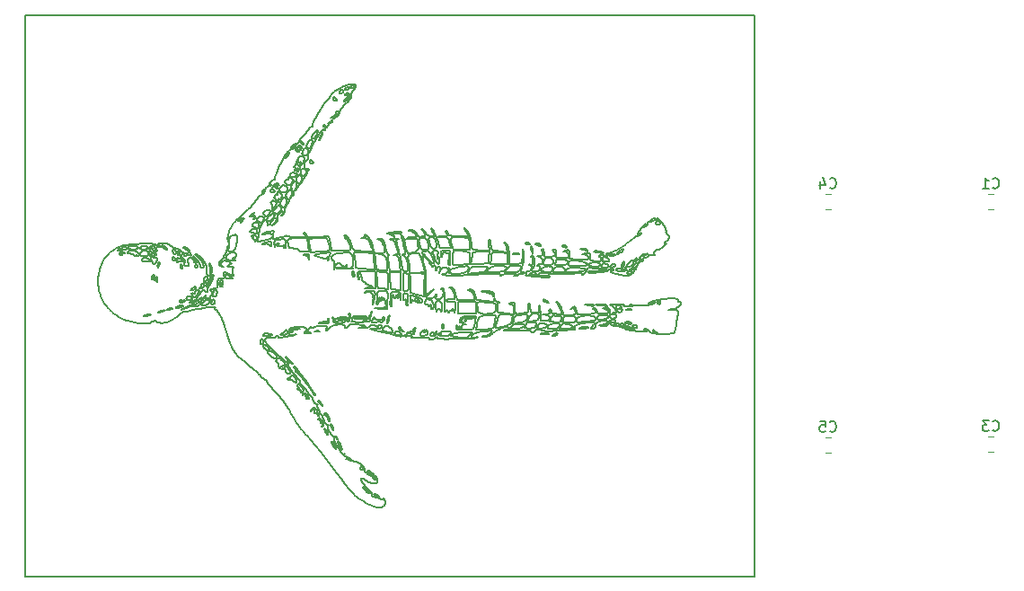
<source format=gbr>
%TF.GenerationSoftware,KiCad,Pcbnew,(5.99.0-11497-g0fb864d596)*%
%TF.CreationDate,2022-01-24T21:34:27-05:00*%
%TF.ProjectId,Main_Board_Ver2,4d61696e-5f42-46f6-9172-645f56657232,rev?*%
%TF.SameCoordinates,Original*%
%TF.FileFunction,Legend,Bot*%
%TF.FilePolarity,Positive*%
%FSLAX46Y46*%
G04 Gerber Fmt 4.6, Leading zero omitted, Abs format (unit mm)*
G04 Created by KiCad (PCBNEW (5.99.0-11497-g0fb864d596)) date 2022-01-24 21:34:27*
%MOMM*%
%LPD*%
G01*
G04 APERTURE LIST*
%ADD10C,0.132291*%
%ADD11C,0.150000*%
%ADD12C,0.120000*%
G04 APERTURE END LIST*
D10*
X112548048Y-139464609D02*
X146909482Y-139464609D01*
X112548048Y-139464609D02*
X112548048Y-139464609D01*
X112548048Y-113006277D02*
X112548048Y-139464609D01*
X112548048Y-113006277D02*
X112548048Y-113006277D01*
X112548048Y-86547945D02*
X112548048Y-113006277D01*
X112548048Y-86547945D02*
X112548048Y-86547945D01*
X146909482Y-86547945D02*
X112548048Y-86547945D01*
X146909482Y-86547945D02*
X146909482Y-86547945D01*
X181271055Y-86547945D02*
X146909482Y-86547945D01*
X181271055Y-86547945D02*
X181271055Y-86547945D01*
X181271055Y-113006277D02*
X181271055Y-86547945D01*
X181271055Y-113006277D02*
X181271055Y-113006277D01*
X181271055Y-139464609D02*
X181271055Y-113006277D01*
X181271055Y-139464609D02*
X181271055Y-139464609D01*
X146909482Y-139464609D02*
X181271055Y-139464609D01*
X119544434Y-110699073D02*
X119597208Y-110505305D01*
X119501252Y-110892311D02*
X119544434Y-110699073D01*
X119467549Y-111084797D02*
X119501252Y-110892311D01*
X119443210Y-111276310D02*
X119467549Y-111084797D01*
X119428120Y-111466629D02*
X119443210Y-111276310D01*
X119422165Y-111655532D02*
X119428120Y-111466629D01*
X119425231Y-111842798D02*
X119422165Y-111655532D01*
X119437204Y-112028206D02*
X119425231Y-111842798D01*
X119457968Y-112211534D02*
X119437204Y-112028206D01*
X119487410Y-112392562D02*
X119457968Y-112211534D01*
X119525415Y-112571067D02*
X119487410Y-112392562D01*
X119571868Y-112746829D02*
X119525415Y-112571067D01*
X119626656Y-112919627D02*
X119571868Y-112746829D01*
X119689664Y-113089238D02*
X119626656Y-112919627D01*
X119760777Y-113255442D02*
X119689664Y-113089238D01*
X119839881Y-113418018D02*
X119760777Y-113255442D01*
X119926862Y-113576744D02*
X119839881Y-113418018D01*
X120021605Y-113731399D02*
X119926862Y-113576744D01*
X120123996Y-113881762D02*
X120021605Y-113731399D01*
X120233920Y-114027611D02*
X120123996Y-113881762D01*
X120351264Y-114168725D02*
X120233920Y-114027611D01*
X120475912Y-114304883D02*
X120351264Y-114168725D01*
X120607750Y-114435864D02*
X120475912Y-114304883D01*
X120746664Y-114561446D02*
X120607750Y-114435864D01*
X120892539Y-114681408D02*
X120746664Y-114561446D01*
X121045261Y-114795528D02*
X120892539Y-114681408D01*
X121204716Y-114903586D02*
X121045261Y-114795528D01*
X121370790Y-115005360D02*
X121204716Y-114903586D01*
X121543366Y-115100629D02*
X121370790Y-115005360D01*
X121722333Y-115189172D02*
X121543366Y-115100629D01*
X121907574Y-115270766D02*
X121722333Y-115189172D01*
X122098976Y-115345192D02*
X121907574Y-115270766D01*
X122098976Y-115345192D02*
X122098976Y-115345192D01*
X122262709Y-115400494D02*
X122098976Y-115345192D01*
X122435051Y-115450785D02*
X122262709Y-115400494D01*
X122613596Y-115495879D02*
X122435051Y-115450785D01*
X122795936Y-115535588D02*
X122613596Y-115495879D01*
X122979665Y-115569726D02*
X122795936Y-115535588D01*
X123162374Y-115598106D02*
X122979665Y-115569726D01*
X123341658Y-115620542D02*
X123162374Y-115598106D01*
X123515109Y-115636847D02*
X123341658Y-115620542D01*
X123680320Y-115646835D02*
X123515109Y-115636847D01*
X123834885Y-115650319D02*
X123680320Y-115646835D01*
X123976395Y-115647112D02*
X123834885Y-115650319D01*
X124102445Y-115637028D02*
X123976395Y-115647112D01*
X124210626Y-115619880D02*
X124102445Y-115637028D01*
X124257265Y-115608598D02*
X124210626Y-115619880D01*
X124298533Y-115595481D02*
X124257265Y-115608598D01*
X124334131Y-115580504D02*
X124298533Y-115595481D01*
X124363758Y-115563645D02*
X124334131Y-115580504D01*
X124387113Y-115544880D02*
X124363758Y-115563645D01*
X124403894Y-115524186D02*
X124387113Y-115544880D01*
X124403894Y-115524186D02*
X124403894Y-115524186D01*
X124407720Y-115518316D02*
X124403894Y-115524186D01*
X124411774Y-115512691D02*
X124407720Y-115518316D01*
X124416045Y-115507314D02*
X124411774Y-115512691D01*
X124420521Y-115502187D02*
X124416045Y-115507314D01*
X124425190Y-115497315D02*
X124420521Y-115502187D01*
X124430041Y-115492700D02*
X124425190Y-115497315D01*
X124435064Y-115488346D02*
X124430041Y-115492700D01*
X124440245Y-115484256D02*
X124435064Y-115488346D01*
X124445574Y-115480433D02*
X124440245Y-115484256D01*
X124451039Y-115476880D02*
X124445574Y-115480433D01*
X124456629Y-115473601D02*
X124451039Y-115476880D01*
X124462332Y-115470600D02*
X124456629Y-115473601D01*
X124468137Y-115467878D02*
X124462332Y-115470600D01*
X124474032Y-115465441D02*
X124468137Y-115467878D01*
X124480006Y-115463290D02*
X124474032Y-115465441D01*
X124486047Y-115461429D02*
X124480006Y-115463290D01*
X124492144Y-115459862D02*
X124486047Y-115461429D01*
X124498285Y-115458591D02*
X124492144Y-115459862D01*
X124504459Y-115457620D02*
X124498285Y-115458591D01*
X124510655Y-115456952D02*
X124504459Y-115457620D01*
X124516860Y-115456591D02*
X124510655Y-115456952D01*
X124523064Y-115456540D02*
X124516860Y-115456591D01*
X124529254Y-115456801D02*
X124523064Y-115456540D01*
X124535421Y-115457379D02*
X124529254Y-115456801D01*
X124541551Y-115458277D02*
X124535421Y-115457379D01*
X124547633Y-115459497D02*
X124541551Y-115458277D01*
X124553657Y-115461043D02*
X124547633Y-115459497D01*
X124559610Y-115462919D02*
X124553657Y-115461043D01*
X124565481Y-115465127D02*
X124559610Y-115462919D01*
X124571259Y-115467671D02*
X124565481Y-115465127D01*
X124576931Y-115470554D02*
X124571259Y-115467671D01*
X124582488Y-115473780D02*
X124576931Y-115470554D01*
X124582488Y-115473780D02*
X124582488Y-115473780D01*
X124587950Y-115476991D02*
X124582488Y-115473780D01*
X124593343Y-115479830D02*
X124587950Y-115476991D01*
X124598660Y-115482301D02*
X124593343Y-115479830D01*
X124603895Y-115484408D02*
X124598660Y-115482301D01*
X124609041Y-115486156D02*
X124603895Y-115484408D01*
X124614090Y-115487547D02*
X124609041Y-115486156D01*
X124619036Y-115488586D02*
X124614090Y-115487547D01*
X124623872Y-115489277D02*
X124619036Y-115488586D01*
X124628591Y-115489625D02*
X124623872Y-115489277D01*
X124633187Y-115489632D02*
X124628591Y-115489625D01*
X124637652Y-115489303D02*
X124633187Y-115489632D01*
X124641979Y-115488643D02*
X124637652Y-115489303D01*
X124646163Y-115487654D02*
X124641979Y-115488643D01*
X124650195Y-115486342D02*
X124646163Y-115487654D01*
X124654069Y-115484709D02*
X124650195Y-115486342D01*
X124657778Y-115482760D02*
X124654069Y-115484709D01*
X124661316Y-115480500D02*
X124657778Y-115482760D01*
X124664675Y-115477931D02*
X124661316Y-115480500D01*
X124667849Y-115475059D02*
X124664675Y-115477931D01*
X124670830Y-115471886D02*
X124667849Y-115475059D01*
X124673612Y-115468417D02*
X124670830Y-115471886D01*
X124676189Y-115464657D02*
X124673612Y-115468417D01*
X124678552Y-115460608D02*
X124676189Y-115464657D01*
X124680696Y-115456275D02*
X124678552Y-115460608D01*
X124682613Y-115451663D02*
X124680696Y-115456275D01*
X124684297Y-115446774D02*
X124682613Y-115451663D01*
X124685741Y-115441613D02*
X124684297Y-115446774D01*
X124686937Y-115436185D02*
X124685741Y-115441613D01*
X124687880Y-115430492D02*
X124686937Y-115436185D01*
X124688561Y-115424539D02*
X124687880Y-115430492D01*
X124688975Y-115418330D02*
X124688561Y-115424539D01*
X124689115Y-115411869D02*
X124688975Y-115418330D01*
X124689115Y-115411869D02*
X124689115Y-115411869D01*
X124689399Y-115404765D02*
X124689115Y-115411869D01*
X124690247Y-115398234D02*
X124689399Y-115404765D01*
X124691651Y-115392276D02*
X124690247Y-115398234D01*
X124693606Y-115386889D02*
X124691651Y-115392276D01*
X124696103Y-115382072D02*
X124693606Y-115386889D01*
X124699136Y-115377823D02*
X124696103Y-115382072D01*
X124702699Y-115374141D02*
X124699136Y-115377823D01*
X124706784Y-115371024D02*
X124702699Y-115374141D01*
X124711385Y-115368472D02*
X124706784Y-115371024D01*
X124716494Y-115366483D02*
X124711385Y-115368472D01*
X124722105Y-115365056D02*
X124716494Y-115366483D01*
X124728210Y-115364188D02*
X124722105Y-115365056D01*
X124734804Y-115363880D02*
X124728210Y-115364188D01*
X124741878Y-115364129D02*
X124734804Y-115363880D01*
X124757443Y-115366294D02*
X124741878Y-115364129D01*
X124774850Y-115370674D02*
X124757443Y-115366294D01*
X124794044Y-115377256D02*
X124774850Y-115370674D01*
X124814969Y-115386030D02*
X124794044Y-115377256D01*
X124837570Y-115396986D02*
X124814969Y-115386030D01*
X124861794Y-115410112D02*
X124837570Y-115396986D01*
X124887584Y-115425398D02*
X124861794Y-115410112D01*
X124914885Y-115442832D02*
X124887584Y-115425398D01*
X124943643Y-115462405D02*
X124914885Y-115442832D01*
X124943643Y-115462405D02*
X124943643Y-115462405D01*
X124989916Y-115491789D02*
X124943643Y-115462405D01*
X125039248Y-115517396D02*
X124989916Y-115491789D01*
X125091466Y-115539279D02*
X125039248Y-115517396D01*
X125146397Y-115557492D02*
X125091466Y-115539279D01*
X125203867Y-115572089D02*
X125146397Y-115557492D01*
X125263703Y-115583125D02*
X125203867Y-115572089D01*
X125325732Y-115590652D02*
X125263703Y-115583125D01*
X125389780Y-115594726D02*
X125325732Y-115590652D01*
X125523244Y-115592725D02*
X125389780Y-115594726D01*
X125662707Y-115577556D02*
X125523244Y-115592725D01*
X125806783Y-115549649D02*
X125662707Y-115577556D01*
X125954087Y-115509435D02*
X125806783Y-115549649D01*
X126103233Y-115457345D02*
X125954087Y-115509435D01*
X126252835Y-115393812D02*
X126103233Y-115457345D01*
X126401506Y-115319266D02*
X126252835Y-115393812D01*
X126547862Y-115234139D02*
X126401506Y-115319266D01*
X126690515Y-115138863D02*
X126547862Y-115234139D01*
X126828080Y-115033868D02*
X126690515Y-115138863D01*
X126959171Y-114919586D02*
X126828080Y-115033868D01*
X127082403Y-114796448D02*
X126959171Y-114919586D01*
X127082403Y-114796448D02*
X127082403Y-114796448D01*
X127110809Y-114766761D02*
X127082403Y-114796448D01*
X127139300Y-114738452D02*
X127110809Y-114766761D01*
X127167690Y-114711645D02*
X127139300Y-114738452D01*
X127195794Y-114686463D02*
X127167690Y-114711645D01*
X127223426Y-114663028D02*
X127195794Y-114686463D01*
X127250402Y-114641465D02*
X127223426Y-114663028D01*
X127276536Y-114621896D02*
X127250402Y-114641465D01*
X127301644Y-114604444D02*
X127276536Y-114621896D01*
X127325538Y-114589232D02*
X127301644Y-114604444D01*
X127348036Y-114576383D02*
X127325538Y-114589232D01*
X127368950Y-114566020D02*
X127348036Y-114576383D01*
X127378756Y-114561810D02*
X127368950Y-114566020D01*
X127388096Y-114558267D02*
X127378756Y-114561810D01*
X127396948Y-114555408D02*
X127388096Y-114558267D01*
X127405289Y-114553246D02*
X127396948Y-114555408D01*
X127413095Y-114551799D02*
X127405289Y-114553246D01*
X127420343Y-114551081D02*
X127413095Y-114551799D01*
X127427011Y-114551108D02*
X127420343Y-114551081D01*
X127433074Y-114551894D02*
X127427011Y-114551108D01*
X127438510Y-114553457D02*
X127433074Y-114551894D01*
X127443295Y-114555809D02*
X127438510Y-114553457D01*
X127443295Y-114555809D02*
X127443295Y-114555809D01*
X127456125Y-114560035D02*
X127443295Y-114555809D01*
X127476460Y-114561710D02*
X127456125Y-114560035D01*
X127503861Y-114560931D02*
X127476460Y-114561710D01*
X127537887Y-114557792D02*
X127503861Y-114560931D01*
X127624051Y-114544818D02*
X127537887Y-114557792D01*
X127731426Y-114523548D02*
X127624051Y-114544818D01*
X127856486Y-114494743D02*
X127731426Y-114523548D01*
X127995707Y-114459165D02*
X127856486Y-114494743D01*
X128145563Y-114417574D02*
X127995707Y-114459165D01*
X128302529Y-114370734D02*
X128145563Y-114417574D01*
X128302529Y-114370734D02*
X128302529Y-114370734D01*
X128430432Y-114335748D02*
X128302529Y-114370734D01*
X128586370Y-114300387D02*
X128430432Y-114335748D01*
X128958747Y-114231175D02*
X128586370Y-114300387D01*
X129372452Y-114168374D02*
X128958747Y-114231175D01*
X129780276Y-114117263D02*
X129372452Y-114168374D01*
X130135013Y-114083119D02*
X129780276Y-114117263D01*
X130277720Y-114074058D02*
X130135013Y-114083119D01*
X130389453Y-114071218D02*
X130277720Y-114074058D01*
X130464309Y-114075257D02*
X130389453Y-114071218D01*
X130486065Y-114080063D02*
X130464309Y-114075257D01*
X130496389Y-114086837D02*
X130486065Y-114080063D01*
X130494543Y-114095660D02*
X130496389Y-114086837D01*
X130479790Y-114106616D02*
X130494543Y-114095660D01*
X130408613Y-114135254D02*
X130479790Y-114106616D01*
X130408613Y-114135254D02*
X130408613Y-114135254D01*
X130402612Y-114137569D02*
X130408613Y-114135254D01*
X130397304Y-114140286D02*
X130402612Y-114137569D01*
X130392683Y-114143393D02*
X130397304Y-114140286D01*
X130388740Y-114146876D02*
X130392683Y-114143393D01*
X130385469Y-114150722D02*
X130388740Y-114146876D01*
X130382861Y-114154918D02*
X130385469Y-114150722D01*
X130380911Y-114159451D02*
X130382861Y-114154918D01*
X130379610Y-114164307D02*
X130380911Y-114159451D01*
X130378950Y-114169472D02*
X130379610Y-114164307D01*
X130378926Y-114174935D02*
X130378950Y-114169472D01*
X130379529Y-114180680D02*
X130378926Y-114174935D01*
X130380751Y-114186695D02*
X130379529Y-114180680D01*
X130382587Y-114192968D02*
X130380751Y-114186695D01*
X130385028Y-114199483D02*
X130382587Y-114192968D01*
X130388066Y-114206229D02*
X130385028Y-114199483D01*
X130391696Y-114213191D02*
X130388066Y-114206229D01*
X130395908Y-114220357D02*
X130391696Y-114213191D01*
X130400697Y-114227713D02*
X130395908Y-114220357D01*
X130411973Y-114242942D02*
X130400697Y-114227713D01*
X130425464Y-114258772D02*
X130411973Y-114242942D01*
X130441113Y-114275098D02*
X130425464Y-114258772D01*
X130458860Y-114291811D02*
X130441113Y-114275098D01*
X130478646Y-114308807D02*
X130458860Y-114291811D01*
X130500413Y-114325978D02*
X130478646Y-114308807D01*
X130524103Y-114343218D02*
X130500413Y-114325978D01*
X130524103Y-114343218D02*
X130524103Y-114343218D01*
X130584822Y-114390414D02*
X130524103Y-114343218D01*
X130644764Y-114446535D02*
X130584822Y-114390414D01*
X130704116Y-114511965D02*
X130644764Y-114446535D01*
X130763061Y-114587091D02*
X130704116Y-114511965D01*
X130821786Y-114672298D02*
X130763061Y-114587091D01*
X130880475Y-114767971D02*
X130821786Y-114672298D01*
X130939312Y-114874495D02*
X130880475Y-114767971D01*
X130998485Y-114992257D02*
X130939312Y-114874495D01*
X131058176Y-115121641D02*
X130998485Y-114992257D01*
X131118572Y-115263033D02*
X131058176Y-115121641D01*
X131242217Y-115583383D02*
X131118572Y-115263033D01*
X131370900Y-115956391D02*
X131242217Y-115583383D01*
X131506103Y-116385140D02*
X131370900Y-115956391D01*
X131506103Y-116385140D02*
X131506103Y-116385140D01*
X131600597Y-116689904D02*
X131506103Y-116385140D01*
X131691557Y-116968623D02*
X131600597Y-116689904D01*
X131780343Y-117223483D02*
X131691557Y-116968623D01*
X131868314Y-117456673D02*
X131780343Y-117223483D01*
X131956829Y-117670380D02*
X131868314Y-117456673D01*
X132047247Y-117866793D02*
X131956829Y-117670380D01*
X132140928Y-118048099D02*
X132047247Y-117866793D01*
X132239231Y-118216486D02*
X132140928Y-118048099D01*
X132290540Y-118296518D02*
X132239231Y-118216486D01*
X132343515Y-118374141D02*
X132290540Y-118296518D01*
X132398324Y-118449629D02*
X132343515Y-118374141D01*
X132455139Y-118523254D02*
X132398324Y-118449629D01*
X132575462Y-118666011D02*
X132455139Y-118523254D01*
X132705844Y-118804600D02*
X132575462Y-118666011D01*
X132847644Y-118941210D02*
X132705844Y-118804600D01*
X133002221Y-119078027D02*
X132847644Y-118941210D01*
X133170935Y-119217241D02*
X133002221Y-119078027D01*
X133355144Y-119361039D02*
X133170935Y-119217241D01*
X133355144Y-119361039D02*
X133355144Y-119361039D01*
X133544590Y-119508614D02*
X133355144Y-119361039D01*
X133738873Y-119665465D02*
X133544590Y-119508614D01*
X133932486Y-119826790D02*
X133738873Y-119665465D01*
X134119922Y-119987788D02*
X133932486Y-119826790D01*
X134295676Y-120143657D02*
X134119922Y-119987788D01*
X134454240Y-120289597D02*
X134295676Y-120143657D01*
X134590108Y-120420806D02*
X134454240Y-120289597D01*
X134647810Y-120479386D02*
X134590108Y-120420806D01*
X134697772Y-120532483D02*
X134647810Y-120479386D01*
X134697772Y-120532483D02*
X134697772Y-120532483D01*
X134743685Y-120581627D02*
X134697772Y-120532483D01*
X134789501Y-120628659D02*
X134743685Y-120581627D01*
X134834933Y-120673365D02*
X134789501Y-120628659D01*
X134879692Y-120715533D02*
X134834933Y-120673365D01*
X134923491Y-120754951D02*
X134879692Y-120715533D01*
X134966042Y-120791407D02*
X134923491Y-120754951D01*
X135007056Y-120824687D02*
X134966042Y-120791407D01*
X135046245Y-120854580D02*
X135007056Y-120824687D01*
X135083321Y-120880873D02*
X135046245Y-120854580D01*
X135117996Y-120903354D02*
X135083321Y-120880873D01*
X135149981Y-120921810D02*
X135117996Y-120903354D01*
X135178989Y-120936030D02*
X135149981Y-120921810D01*
X135192287Y-120941484D02*
X135178989Y-120936030D01*
X135204731Y-120945800D02*
X135192287Y-120941484D01*
X135216288Y-120948950D02*
X135204731Y-120945800D01*
X135226920Y-120950908D02*
X135216288Y-120948950D01*
X135236591Y-120951647D02*
X135226920Y-120950908D01*
X135245266Y-120951142D02*
X135236591Y-120951647D01*
X135252909Y-120949365D02*
X135245266Y-120951142D01*
X135259483Y-120946289D02*
X135252909Y-120949365D01*
X135259483Y-120946289D02*
X135259483Y-120946289D01*
X135271233Y-120939455D02*
X135259483Y-120946289D01*
X135276671Y-120936599D02*
X135271233Y-120939455D01*
X135281814Y-120934114D02*
X135276671Y-120936599D01*
X135286662Y-120931996D02*
X135281814Y-120934114D01*
X135291211Y-120930242D02*
X135286662Y-120931996D01*
X135295459Y-120928849D02*
X135291211Y-120930242D01*
X135299404Y-120927813D02*
X135295459Y-120928849D01*
X135303044Y-120927132D02*
X135299404Y-120927813D01*
X135306376Y-120926802D02*
X135303044Y-120927132D01*
X135309399Y-120926820D02*
X135306376Y-120926802D01*
X135312110Y-120927182D02*
X135309399Y-120926820D01*
X135314507Y-120927887D02*
X135312110Y-120927182D01*
X135316587Y-120928930D02*
X135314507Y-120927887D01*
X135318350Y-120930309D02*
X135316587Y-120928930D01*
X135319791Y-120932020D02*
X135318350Y-120930309D01*
X135320910Y-120934060D02*
X135319791Y-120932020D01*
X135321704Y-120936425D02*
X135320910Y-120934060D01*
X135322170Y-120939114D02*
X135321704Y-120936425D01*
X135322307Y-120942122D02*
X135322170Y-120939114D01*
X135322113Y-120945446D02*
X135322307Y-120942122D01*
X135321584Y-120949084D02*
X135322113Y-120945446D01*
X135320719Y-120953031D02*
X135321584Y-120949084D01*
X135319517Y-120957286D02*
X135320719Y-120953031D01*
X135317973Y-120961844D02*
X135319517Y-120957286D01*
X135316087Y-120966702D02*
X135317973Y-120961844D01*
X135313856Y-120971858D02*
X135316087Y-120966702D01*
X135311278Y-120977308D02*
X135313856Y-120971858D01*
X135305072Y-120989078D02*
X135311278Y-120977308D01*
X135297450Y-121001986D02*
X135305072Y-120989078D01*
X135297450Y-121001986D02*
X135297450Y-121001986D01*
X135294352Y-121009920D02*
X135297450Y-121001986D01*
X135293485Y-121019993D02*
X135294352Y-121009920D01*
X135298283Y-121046338D02*
X135293485Y-121019993D01*
X135311510Y-121080584D02*
X135298283Y-121046338D01*
X135332833Y-121122297D02*
X135311510Y-121080584D01*
X135361917Y-121171038D02*
X135332833Y-121122297D01*
X135398429Y-121226372D02*
X135361917Y-121171038D01*
X135442034Y-121287862D02*
X135398429Y-121226372D01*
X135492400Y-121355071D02*
X135442034Y-121287862D01*
X135612074Y-121504905D02*
X135492400Y-121355071D01*
X135754782Y-121672381D02*
X135612074Y-121504905D01*
X135917850Y-121854008D02*
X135754782Y-121672381D01*
X136098609Y-122046296D02*
X135917850Y-121854008D01*
X136098609Y-122046296D02*
X136098609Y-122046296D01*
X136293118Y-122255583D02*
X136098609Y-122046296D01*
X136486726Y-122476690D02*
X136293118Y-122255583D01*
X136675729Y-122704767D02*
X136486726Y-122476690D01*
X136856425Y-122934965D02*
X136675729Y-122704767D01*
X137025109Y-123162434D02*
X136856425Y-122934965D01*
X137178078Y-123382326D02*
X137025109Y-123162434D01*
X137247512Y-123487914D02*
X137178078Y-123382326D01*
X137311628Y-123589790D02*
X137247512Y-123487914D01*
X137369964Y-123687347D02*
X137311628Y-123589790D01*
X137422056Y-123779978D02*
X137369964Y-123687347D01*
X137422056Y-123779978D02*
X137422056Y-123779978D01*
X137645655Y-124183337D02*
X137422056Y-123779978D01*
X137858056Y-124547565D02*
X137645655Y-124183337D01*
X137961308Y-124716814D02*
X137858056Y-124547565D01*
X138063263Y-124878452D02*
X137961308Y-124716814D01*
X138164420Y-125033203D02*
X138063263Y-124878452D01*
X138265282Y-125181790D02*
X138164420Y-125033203D01*
X138366348Y-125324937D02*
X138265282Y-125181790D01*
X138468120Y-125463367D02*
X138366348Y-125324937D01*
X138571098Y-125597805D02*
X138468120Y-125463367D01*
X138675783Y-125728975D02*
X138571098Y-125597805D01*
X138782675Y-125857600D02*
X138675783Y-125728975D01*
X138892276Y-125984404D02*
X138782675Y-125857600D01*
X139005086Y-126110110D02*
X138892276Y-125984404D01*
X139121606Y-126235443D02*
X139005086Y-126110110D01*
X139121606Y-126235443D02*
X139121606Y-126235443D01*
X139474998Y-126628338D02*
X139121606Y-126235443D01*
X139916668Y-127148581D02*
X139474998Y-126628338D01*
X140416142Y-127757590D02*
X139916668Y-127148581D01*
X140942947Y-128416784D02*
X140416142Y-127757590D01*
X141466608Y-129087581D02*
X140942947Y-128416784D01*
X141956650Y-129731397D02*
X141466608Y-129087581D01*
X142382601Y-130309652D02*
X141956650Y-129731397D01*
X142713985Y-130783762D02*
X142382601Y-130309652D01*
X142713985Y-130783762D02*
X142713985Y-130783762D01*
X142829586Y-130948113D02*
X142713985Y-130783762D01*
X142953401Y-131108649D02*
X142829586Y-130948113D01*
X143084620Y-131265018D02*
X142953401Y-131108649D01*
X143222435Y-131416870D02*
X143084620Y-131265018D01*
X143366034Y-131563855D02*
X143222435Y-131416870D01*
X143514609Y-131705622D02*
X143366034Y-131563855D01*
X143667351Y-131841821D02*
X143514609Y-131705622D01*
X143823449Y-131972100D02*
X143667351Y-131841821D01*
X143982094Y-132096108D02*
X143823449Y-131972100D01*
X144142477Y-132213497D02*
X143982094Y-132096108D01*
X144303788Y-132323914D02*
X144142477Y-132213497D01*
X144465218Y-132427009D02*
X144303788Y-132323914D01*
X144625956Y-132522432D02*
X144465218Y-132427009D01*
X144785194Y-132609831D02*
X144625956Y-132522432D01*
X144942122Y-132688857D02*
X144785194Y-132609831D01*
X145095930Y-132759159D02*
X144942122Y-132688857D01*
X145245809Y-132820385D02*
X145095930Y-132759159D01*
X145390949Y-132872186D02*
X145245809Y-132820385D01*
X145530541Y-132914210D02*
X145390949Y-132872186D01*
X145663775Y-132946108D02*
X145530541Y-132914210D01*
X145789841Y-132967528D02*
X145663775Y-132946108D01*
X145907931Y-132978119D02*
X145789841Y-132967528D01*
X146017234Y-132977532D02*
X145907931Y-132978119D01*
X146116941Y-132965416D02*
X146017234Y-132977532D01*
X146206243Y-132941419D02*
X146116941Y-132965416D01*
X146284330Y-132905192D02*
X146206243Y-132941419D01*
X146350392Y-132856383D02*
X146284330Y-132905192D01*
X146403619Y-132794642D02*
X146350392Y-132856383D01*
X146443203Y-132719619D02*
X146403619Y-132794642D01*
X146468334Y-132630963D02*
X146443203Y-132719619D01*
X146478202Y-132528322D02*
X146468334Y-132630963D01*
X146471998Y-132411347D02*
X146478202Y-132528322D01*
X146471998Y-132411347D02*
X146471998Y-132411347D01*
X146469173Y-132388187D02*
X146471998Y-132411347D01*
X146466210Y-132365867D02*
X146469173Y-132388187D01*
X146463113Y-132344396D02*
X146466210Y-132365867D01*
X146459886Y-132323784D02*
X146463113Y-132344396D01*
X146456536Y-132304042D02*
X146459886Y-132323784D01*
X146453066Y-132285177D02*
X146456536Y-132304042D01*
X146449480Y-132267201D02*
X146453066Y-132285177D01*
X146445785Y-132250123D02*
X146449480Y-132267201D01*
X146441985Y-132233952D02*
X146445785Y-132250123D01*
X146438083Y-132218699D02*
X146441985Y-132233952D01*
X146434086Y-132204372D02*
X146438083Y-132218699D01*
X146429998Y-132190982D02*
X146434086Y-132204372D01*
X146425823Y-132178538D02*
X146429998Y-132190982D01*
X146421566Y-132167049D02*
X146425823Y-132178538D01*
X146417233Y-132156527D02*
X146421566Y-132167049D01*
X146412827Y-132146979D02*
X146417233Y-132156527D01*
X146408354Y-132138416D02*
X146412827Y-132146979D01*
X146403819Y-132130848D02*
X146408354Y-132138416D01*
X146399225Y-132124284D02*
X146403819Y-132130848D01*
X146394579Y-132118733D02*
X146399225Y-132124284D01*
X146389883Y-132114207D02*
X146394579Y-132118733D01*
X146385144Y-132110713D02*
X146389883Y-132114207D01*
X146382760Y-132109356D02*
X146385144Y-132110713D01*
X146380367Y-132108262D02*
X146382760Y-132109356D01*
X146377965Y-132107431D02*
X146380367Y-132108262D01*
X146375555Y-132106864D02*
X146377965Y-132107431D01*
X146373137Y-132106562D02*
X146375555Y-132106864D01*
X146370713Y-132106527D02*
X146373137Y-132106562D01*
X146368283Y-132106761D02*
X146370713Y-132106527D01*
X146365847Y-132107263D02*
X146368283Y-132106761D01*
X146363406Y-132108036D02*
X146365847Y-132107263D01*
X146360961Y-132109080D02*
X146363406Y-132108036D01*
X146358512Y-132110397D02*
X146360961Y-132109080D01*
X146356059Y-132111988D02*
X146358512Y-132110397D01*
X146351148Y-132115997D02*
X146356059Y-132111988D01*
X146346230Y-132121116D02*
X146351148Y-132115997D01*
X146341311Y-132127356D02*
X146346230Y-132121116D01*
X146336397Y-132134725D02*
X146341311Y-132127356D01*
X146336397Y-132134725D02*
X146336397Y-132134725D01*
X146326545Y-132148300D02*
X146336397Y-132134725D01*
X146314974Y-132160089D02*
X146326545Y-132148300D01*
X146301829Y-132170151D02*
X146314974Y-132160089D01*
X146287258Y-132178540D02*
X146301829Y-132170151D01*
X146271407Y-132185315D02*
X146287258Y-132178540D01*
X146254424Y-132190532D02*
X146271407Y-132185315D01*
X146236456Y-132194247D02*
X146254424Y-132190532D01*
X146217650Y-132196518D02*
X146236456Y-132194247D01*
X146198152Y-132197401D02*
X146217650Y-132196518D01*
X146178111Y-132196953D02*
X146198152Y-132197401D01*
X146157672Y-132195230D02*
X146178111Y-132196953D01*
X146136983Y-132192289D02*
X146157672Y-132195230D01*
X146116190Y-132188188D02*
X146136983Y-132192289D01*
X146095442Y-132182982D02*
X146116190Y-132188188D01*
X146074884Y-132176729D02*
X146095442Y-132182982D01*
X146054664Y-132169485D02*
X146074884Y-132176729D01*
X146034929Y-132161307D02*
X146054664Y-132169485D01*
X146015826Y-132152252D02*
X146034929Y-132161307D01*
X145997502Y-132142376D02*
X146015826Y-132152252D01*
X145980103Y-132131736D02*
X145997502Y-132142376D01*
X145963778Y-132120389D02*
X145980103Y-132131736D01*
X145948672Y-132108392D02*
X145963778Y-132120389D01*
X145934934Y-132095801D02*
X145948672Y-132108392D01*
X145922709Y-132082673D02*
X145934934Y-132095801D01*
X145912145Y-132069065D02*
X145922709Y-132082673D01*
X145903389Y-132055033D02*
X145912145Y-132069065D01*
X145896588Y-132040635D02*
X145903389Y-132055033D01*
X145891890Y-132025927D02*
X145896588Y-132040635D01*
X145889440Y-132010965D02*
X145891890Y-132025927D01*
X145889386Y-131995807D02*
X145889440Y-132010965D01*
X145891875Y-131980509D02*
X145889386Y-131995807D01*
X145897054Y-131965128D02*
X145891875Y-131980509D01*
X145897054Y-131965128D02*
X145897054Y-131965128D01*
X145898677Y-131960337D02*
X145897054Y-131965128D01*
X145899537Y-131955351D02*
X145898677Y-131960337D01*
X145899651Y-131950180D02*
X145899537Y-131955351D01*
X145899034Y-131944837D02*
X145899651Y-131950180D01*
X145897702Y-131939335D02*
X145899034Y-131944837D01*
X145895672Y-131933685D02*
X145897702Y-131939335D01*
X145889578Y-131921992D02*
X145895672Y-131933685D01*
X145880878Y-131909856D02*
X145889578Y-131921992D01*
X145869700Y-131897374D02*
X145880878Y-131909856D01*
X145856171Y-131884643D02*
X145869700Y-131897374D01*
X145840417Y-131871763D02*
X145856171Y-131884643D01*
X145822566Y-131858829D02*
X145840417Y-131871763D01*
X145802744Y-131845941D02*
X145822566Y-131858829D01*
X145781078Y-131833195D02*
X145802744Y-131845941D01*
X145757696Y-131820690D02*
X145781078Y-131833195D01*
X145732724Y-131808523D02*
X145757696Y-131820690D01*
X145706289Y-131796791D02*
X145732724Y-131808523D01*
X145678518Y-131785592D02*
X145706289Y-131796791D01*
X145649538Y-131775025D02*
X145678518Y-131785592D01*
X145649538Y-131775025D02*
X145649538Y-131775025D01*
X145560122Y-131744455D02*
X145649538Y-131775025D01*
X145524656Y-131732834D02*
X145560122Y-131744455D01*
X145495246Y-131723774D02*
X145524656Y-131732834D01*
X145471811Y-131717367D02*
X145495246Y-131723774D01*
X145454272Y-131713703D02*
X145471811Y-131717367D01*
X145447689Y-131712927D02*
X145454272Y-131713703D01*
X145442550Y-131712872D02*
X145447689Y-131712927D01*
X145438845Y-131713547D02*
X145442550Y-131712872D01*
X145436564Y-131714964D02*
X145438845Y-131713547D01*
X145435697Y-131717135D02*
X145436564Y-131714964D01*
X145436235Y-131720070D02*
X145435697Y-131717135D01*
X145438167Y-131723782D02*
X145436235Y-131720070D01*
X145441484Y-131728281D02*
X145438167Y-131723782D01*
X145446175Y-131733578D02*
X145441484Y-131728281D01*
X145452230Y-131739685D02*
X145446175Y-131733578D01*
X145468395Y-131754375D02*
X145452230Y-131739685D01*
X145489898Y-131772439D02*
X145468395Y-131754375D01*
X145516660Y-131793969D02*
X145489898Y-131772439D01*
X145585641Y-131847785D02*
X145516660Y-131793969D01*
X145585641Y-131847785D02*
X145585641Y-131847785D01*
X145613672Y-131869896D02*
X145585641Y-131847785D01*
X145638390Y-131890315D02*
X145613672Y-131869896D01*
X145659807Y-131909077D02*
X145638390Y-131890315D01*
X145669280Y-131917847D02*
X145659807Y-131909077D01*
X145677933Y-131926215D02*
X145669280Y-131917847D01*
X145685765Y-131934187D02*
X145677933Y-131926215D01*
X145692779Y-131941765D02*
X145685765Y-131934187D01*
X145698976Y-131948956D02*
X145692779Y-131941765D01*
X145704356Y-131955762D02*
X145698976Y-131948956D01*
X145708923Y-131962189D02*
X145704356Y-131955762D01*
X145712676Y-131968240D02*
X145708923Y-131962189D01*
X145715618Y-131973920D02*
X145712676Y-131968240D01*
X145717750Y-131979233D02*
X145715618Y-131973920D01*
X145719073Y-131984184D02*
X145717750Y-131979233D01*
X145719588Y-131988777D02*
X145719073Y-131984184D01*
X145719297Y-131993016D02*
X145719588Y-131988777D01*
X145718202Y-131996906D02*
X145719297Y-131993016D01*
X145716303Y-132000451D02*
X145718202Y-131996906D01*
X145713602Y-132003655D02*
X145716303Y-132000451D01*
X145710101Y-132006523D02*
X145713602Y-132003655D01*
X145705800Y-132009059D02*
X145710101Y-132006523D01*
X145700702Y-132011267D02*
X145705800Y-132009059D01*
X145694807Y-132013152D02*
X145700702Y-132011267D01*
X145688117Y-132014717D02*
X145694807Y-132013152D01*
X145680633Y-132015968D02*
X145688117Y-132014717D01*
X145672357Y-132016909D02*
X145680633Y-132015968D01*
X145663290Y-132017543D02*
X145672357Y-132016909D01*
X145653434Y-132017876D02*
X145663290Y-132017543D01*
X145642789Y-132017912D02*
X145653434Y-132017876D01*
X145642789Y-132017912D02*
X145642789Y-132017912D01*
X145619342Y-132017138D02*
X145642789Y-132017912D01*
X145596019Y-132015340D02*
X145619342Y-132017138D01*
X145572876Y-132012564D02*
X145596019Y-132015340D01*
X145549969Y-132008851D02*
X145572876Y-132012564D01*
X145527355Y-132004245D02*
X145549969Y-132008851D01*
X145505090Y-131998790D02*
X145527355Y-132004245D01*
X145483230Y-131992529D02*
X145505090Y-131998790D01*
X145461831Y-131985506D02*
X145483230Y-131992529D01*
X145440950Y-131977765D02*
X145461831Y-131985506D01*
X145420644Y-131969348D02*
X145440950Y-131977765D01*
X145400968Y-131960299D02*
X145420644Y-131969348D01*
X145381978Y-131950662D02*
X145400968Y-131960299D01*
X145363731Y-131940481D02*
X145381978Y-131950662D01*
X145346284Y-131929797D02*
X145363731Y-131940481D01*
X145329692Y-131918656D02*
X145346284Y-131929797D01*
X145314012Y-131907101D02*
X145329692Y-131918656D01*
X145299301Y-131895175D02*
X145314012Y-131907101D01*
X145285614Y-131882921D02*
X145299301Y-131895175D01*
X145273007Y-131870383D02*
X145285614Y-131882921D01*
X145261537Y-131857605D02*
X145273007Y-131870383D01*
X145251261Y-131844630D02*
X145261537Y-131857605D01*
X145242235Y-131831501D02*
X145251261Y-131844630D01*
X145234514Y-131818263D02*
X145242235Y-131831501D01*
X145228156Y-131804957D02*
X145234514Y-131818263D01*
X145223216Y-131791629D02*
X145228156Y-131804957D01*
X145219751Y-131778321D02*
X145223216Y-131791629D01*
X145217817Y-131765077D02*
X145219751Y-131778321D01*
X145217470Y-131751941D02*
X145217817Y-131765077D01*
X145218767Y-131738955D02*
X145217470Y-131751941D01*
X145221764Y-131726164D02*
X145218767Y-131738955D01*
X145226517Y-131713610D02*
X145221764Y-131726164D01*
X145233083Y-131701338D02*
X145226517Y-131713610D01*
X145233083Y-131701338D02*
X145233083Y-131701338D01*
X145236347Y-131695212D02*
X145233083Y-131701338D01*
X145238830Y-131688679D02*
X145236347Y-131695212D01*
X145240546Y-131681759D02*
X145238830Y-131688679D01*
X145241509Y-131674470D02*
X145240546Y-131681759D01*
X145241732Y-131666833D02*
X145241509Y-131674470D01*
X145241229Y-131658865D02*
X145241732Y-131666833D01*
X145240014Y-131650588D02*
X145241229Y-131658865D01*
X145238101Y-131642020D02*
X145240014Y-131650588D01*
X145235503Y-131633180D02*
X145238101Y-131642020D01*
X145232234Y-131624088D02*
X145235503Y-131633180D01*
X145223738Y-131605225D02*
X145232234Y-131624088D01*
X145212723Y-131585586D02*
X145223738Y-131605225D01*
X145199300Y-131565326D02*
X145212723Y-131585586D01*
X145183577Y-131544598D02*
X145199300Y-131565326D01*
X145165665Y-131523559D02*
X145183577Y-131544598D01*
X145145674Y-131502364D02*
X145165665Y-131523559D01*
X145123714Y-131481165D02*
X145145674Y-131502364D01*
X145099894Y-131460120D02*
X145123714Y-131481165D01*
X145074325Y-131439382D02*
X145099894Y-131460120D01*
X145047116Y-131419107D02*
X145074325Y-131439382D01*
X145018377Y-131399449D02*
X145047116Y-131419107D01*
X145018377Y-131399449D02*
X145018377Y-131399449D01*
X144987786Y-131378077D02*
X145018377Y-131399449D01*
X144955666Y-131353151D02*
X144987786Y-131378077D01*
X144887576Y-131293670D02*
X144955666Y-131353151D01*
X144815572Y-131223071D02*
X144887576Y-131293670D01*
X144741122Y-131143421D02*
X144815572Y-131223071D01*
X144665691Y-131056784D02*
X144741122Y-131143421D01*
X144590746Y-130965226D02*
X144665691Y-131056784D01*
X144517754Y-130870814D02*
X144590746Y-130965226D01*
X144448180Y-130775611D02*
X144517754Y-130870814D01*
X144383491Y-130681684D02*
X144448180Y-130775611D01*
X144325154Y-130591099D02*
X144383491Y-130681684D01*
X144274634Y-130505921D02*
X144325154Y-130591099D01*
X144233399Y-130428215D02*
X144274634Y-130505921D01*
X144202914Y-130360048D02*
X144233399Y-130428215D01*
X144192161Y-130330186D02*
X144202914Y-130360048D01*
X144184646Y-130303484D02*
X144192161Y-130330186D01*
X144180551Y-130280199D02*
X144184646Y-130303484D01*
X144180061Y-130260590D02*
X144180551Y-130280199D01*
X144183358Y-130244914D02*
X144180061Y-130260590D01*
X144190626Y-130233430D02*
X144183358Y-130244914D01*
X144190626Y-130233430D02*
X144190626Y-130233430D01*
X144194481Y-130230561D02*
X144190626Y-130233430D01*
X144199478Y-130228517D02*
X144194481Y-130230561D01*
X144212759Y-130226841D02*
X144199478Y-130228517D01*
X144230202Y-130228278D02*
X144212759Y-130226841D01*
X144251537Y-130232704D02*
X144230202Y-130228278D01*
X144276497Y-130239997D02*
X144251537Y-130232704D01*
X144304813Y-130250031D02*
X144276497Y-130239997D01*
X144336218Y-130262683D02*
X144304813Y-130250031D01*
X144370442Y-130277830D02*
X144336218Y-130262683D01*
X144407219Y-130295347D02*
X144370442Y-130277830D01*
X144446279Y-130315111D02*
X144407219Y-130295347D01*
X144530177Y-130360883D02*
X144446279Y-130315111D01*
X144619991Y-130414155D02*
X144530177Y-130360883D01*
X144713575Y-130473936D02*
X144619991Y-130414155D01*
X144713575Y-130473936D02*
X144713575Y-130473936D01*
X144782906Y-130517648D02*
X144713575Y-130473936D01*
X144851513Y-130556699D02*
X144782906Y-130517648D01*
X144919194Y-130591188D02*
X144851513Y-130556699D01*
X144985747Y-130621215D02*
X144919194Y-130591188D01*
X145050971Y-130646877D02*
X144985747Y-130621215D01*
X145114665Y-130668275D02*
X145050971Y-130646877D01*
X145176628Y-130685506D02*
X145114665Y-130668275D01*
X145236657Y-130698671D02*
X145176628Y-130685506D01*
X145294552Y-130707867D02*
X145236657Y-130698671D01*
X145350111Y-130713193D02*
X145294552Y-130707867D01*
X145403132Y-130714749D02*
X145350111Y-130713193D01*
X145453414Y-130712633D02*
X145403132Y-130714749D01*
X145500757Y-130706944D02*
X145453414Y-130712633D01*
X145544958Y-130697782D02*
X145500757Y-130706944D01*
X145585815Y-130685244D02*
X145544958Y-130697782D01*
X145623128Y-130669430D02*
X145585815Y-130685244D01*
X145656696Y-130650439D02*
X145623128Y-130669430D01*
X145686316Y-130628369D02*
X145656696Y-130650439D01*
X145711787Y-130603320D02*
X145686316Y-130628369D01*
X145732908Y-130575390D02*
X145711787Y-130603320D01*
X145749478Y-130544678D02*
X145732908Y-130575390D01*
X145761294Y-130511284D02*
X145749478Y-130544678D01*
X145768157Y-130475305D02*
X145761294Y-130511284D01*
X145769863Y-130436841D02*
X145768157Y-130475305D01*
X145766212Y-130395991D02*
X145769863Y-130436841D01*
X145757003Y-130352853D02*
X145766212Y-130395991D01*
X145742033Y-130307527D02*
X145757003Y-130352853D01*
X145721102Y-130260111D02*
X145742033Y-130307527D01*
X145694009Y-130210705D02*
X145721102Y-130260111D01*
X145660551Y-130159406D02*
X145694009Y-130210705D01*
X145620527Y-130106315D02*
X145660551Y-130159406D01*
X145573736Y-130051529D02*
X145620527Y-130106315D01*
X145573736Y-130051529D02*
X145573736Y-130051529D01*
X145509020Y-129982535D02*
X145573736Y-130051529D01*
X145441190Y-129914958D02*
X145509020Y-129982535D01*
X145371379Y-129849550D02*
X145441190Y-129914958D01*
X145300720Y-129787063D02*
X145371379Y-129849550D01*
X145230348Y-129728248D02*
X145300720Y-129787063D01*
X145161395Y-129673857D02*
X145230348Y-129728248D01*
X145094994Y-129624639D02*
X145161395Y-129673857D01*
X145032281Y-129581348D02*
X145094994Y-129624639D01*
X144974387Y-129544733D02*
X145032281Y-129581348D01*
X144922447Y-129515547D02*
X144974387Y-129544733D01*
X144899063Y-129503975D02*
X144922447Y-129515547D01*
X144877593Y-129494541D02*
X144899063Y-129503975D01*
X144858178Y-129487340D02*
X144877593Y-129494541D01*
X144840960Y-129482466D02*
X144858178Y-129487340D01*
X144826080Y-129480012D02*
X144840960Y-129482466D01*
X144813680Y-129480073D02*
X144826080Y-129480012D01*
X144803902Y-129482743D02*
X144813680Y-129480073D01*
X144796888Y-129488114D02*
X144803902Y-129482743D01*
X144792779Y-129496282D02*
X144796888Y-129488114D01*
X144791716Y-129507340D02*
X144792779Y-129496282D01*
X144793842Y-129521382D02*
X144791716Y-129507340D01*
X144799299Y-129538502D02*
X144793842Y-129521382D01*
X144799299Y-129538502D02*
X144799299Y-129538502D01*
X144807071Y-129555919D02*
X144799299Y-129538502D01*
X144816992Y-129573464D02*
X144807071Y-129555919D01*
X144828910Y-129591020D02*
X144816992Y-129573464D01*
X144842671Y-129608470D02*
X144828910Y-129591020D01*
X144858125Y-129625698D02*
X144842671Y-129608470D01*
X144875119Y-129642586D02*
X144858125Y-129625698D01*
X144893501Y-129659019D02*
X144875119Y-129642586D01*
X144913118Y-129674878D02*
X144893501Y-129659019D01*
X144933819Y-129690048D02*
X144913118Y-129674878D01*
X144955452Y-129704411D02*
X144933819Y-129690048D01*
X144977864Y-129717850D02*
X144955452Y-129704411D01*
X145000904Y-129730248D02*
X144977864Y-129717850D01*
X145024418Y-129741490D02*
X145000904Y-129730248D01*
X145048256Y-129751457D02*
X145024418Y-129741490D01*
X145072265Y-129760033D02*
X145048256Y-129751457D01*
X145096292Y-129767102D02*
X145072265Y-129760033D01*
X145096292Y-129767102D02*
X145096292Y-129767102D01*
X145108291Y-129770427D02*
X145096292Y-129767102D01*
X145119924Y-129774022D02*
X145108291Y-129770427D01*
X145131180Y-129777874D02*
X145119924Y-129774022D01*
X145142051Y-129781973D02*
X145131180Y-129777874D01*
X145152528Y-129786308D02*
X145142051Y-129781973D01*
X145162601Y-129790867D02*
X145152528Y-129786308D01*
X145172261Y-129795641D02*
X145162601Y-129790867D01*
X145181498Y-129800617D02*
X145172261Y-129795641D01*
X145190303Y-129805785D02*
X145181498Y-129800617D01*
X145198667Y-129811134D02*
X145190303Y-129805785D01*
X145206581Y-129816653D02*
X145198667Y-129811134D01*
X145214036Y-129822331D02*
X145206581Y-129816653D01*
X145221021Y-129828157D02*
X145214036Y-129822331D01*
X145227528Y-129834119D02*
X145221021Y-129828157D01*
X145233547Y-129840207D02*
X145227528Y-129834119D01*
X145239070Y-129846411D02*
X145233547Y-129840207D01*
X145244086Y-129852718D02*
X145239070Y-129846411D01*
X145248587Y-129859118D02*
X145244086Y-129852718D01*
X145252563Y-129865599D02*
X145248587Y-129859118D01*
X145256005Y-129872152D02*
X145252563Y-129865599D01*
X145258904Y-129878765D02*
X145256005Y-129872152D01*
X145261250Y-129885426D02*
X145258904Y-129878765D01*
X145263033Y-129892126D02*
X145261250Y-129885426D01*
X145264246Y-129898852D02*
X145263033Y-129892126D01*
X145264878Y-129905594D02*
X145264246Y-129898852D01*
X145264920Y-129912341D02*
X145264878Y-129905594D01*
X145264363Y-129919082D02*
X145264920Y-129912341D01*
X145263197Y-129925806D02*
X145264363Y-129919082D01*
X145261414Y-129932501D02*
X145263197Y-129925806D01*
X145259003Y-129939158D02*
X145261414Y-129932501D01*
X145255956Y-129945765D02*
X145259003Y-129939158D01*
X145252264Y-129952310D02*
X145255956Y-129945765D01*
X145252264Y-129952310D02*
X145252264Y-129952310D01*
X145241513Y-129965216D02*
X145252264Y-129952310D01*
X145227721Y-129974460D02*
X145241513Y-129965216D01*
X145211123Y-129980218D02*
X145227721Y-129974460D01*
X145191951Y-129982668D02*
X145211123Y-129980218D01*
X145170439Y-129981987D02*
X145191951Y-129982668D01*
X145146822Y-129978352D02*
X145170439Y-129981987D01*
X145121332Y-129971941D02*
X145146822Y-129978352D01*
X145094203Y-129962929D02*
X145121332Y-129971941D01*
X145065669Y-129951494D02*
X145094203Y-129962929D01*
X145035963Y-129937813D02*
X145065669Y-129951494D01*
X144973972Y-129904422D02*
X145035963Y-129937813D01*
X144910099Y-129864173D02*
X144973972Y-129904422D01*
X144846212Y-129818480D02*
X144910099Y-129864173D01*
X144784181Y-129768762D02*
X144846212Y-129818480D01*
X144725874Y-129716434D02*
X144784181Y-129768762D01*
X144673162Y-129662913D02*
X144725874Y-129716434D01*
X144649487Y-129636147D02*
X144673162Y-129662913D01*
X144627912Y-129609614D02*
X144649487Y-129636147D01*
X144608670Y-129583492D02*
X144627912Y-129609614D01*
X144591994Y-129557956D02*
X144608670Y-129583492D01*
X144578119Y-129533184D02*
X144591994Y-129557956D01*
X144567277Y-129509352D02*
X144578119Y-129533184D01*
X144559703Y-129486640D02*
X144567277Y-129509352D01*
X144555631Y-129465222D02*
X144559703Y-129486640D01*
X144555293Y-129445276D02*
X144555631Y-129465222D01*
X144558923Y-129426979D02*
X144555293Y-129445276D01*
X144558923Y-129426979D02*
X144558923Y-129426979D01*
X144563202Y-129406834D02*
X144558923Y-129426979D01*
X144563579Y-129384918D02*
X144563202Y-129406834D01*
X144560231Y-129361382D02*
X144563579Y-129384918D01*
X144553332Y-129336374D02*
X144560231Y-129361382D01*
X144543059Y-129310042D02*
X144553332Y-129336374D01*
X144529587Y-129282535D02*
X144543059Y-129310042D01*
X144493750Y-129224594D02*
X144529587Y-129282535D01*
X144447227Y-129163739D02*
X144493750Y-129224594D01*
X144391423Y-129101162D02*
X144447227Y-129163739D01*
X144327745Y-129038053D02*
X144391423Y-129101162D01*
X144257597Y-128975600D02*
X144327745Y-129038053D01*
X144182387Y-128914996D02*
X144257597Y-128975600D01*
X144103518Y-128857430D02*
X144182387Y-128914996D01*
X144022398Y-128804093D02*
X144103518Y-128857430D01*
X143940432Y-128756174D02*
X144022398Y-128804093D01*
X143859025Y-128714864D02*
X143940432Y-128756174D01*
X143779584Y-128681353D02*
X143859025Y-128714864D01*
X143703514Y-128656832D02*
X143779584Y-128681353D01*
X143667182Y-128648314D02*
X143703514Y-128656832D01*
X143632221Y-128642490D02*
X143667182Y-128648314D01*
X143632221Y-128642490D02*
X143632221Y-128642490D01*
X143559984Y-128631293D02*
X143632221Y-128642490D01*
X143481287Y-128615920D02*
X143559984Y-128631293D01*
X143398662Y-128597056D02*
X143481287Y-128615920D01*
X143314639Y-128575385D02*
X143398662Y-128597056D01*
X143231751Y-128551594D02*
X143314639Y-128575385D01*
X143152530Y-128526367D02*
X143231751Y-128551594D01*
X143079506Y-128500390D02*
X143152530Y-128526367D01*
X143046110Y-128487335D02*
X143079506Y-128500390D01*
X143015212Y-128474348D02*
X143046110Y-128487335D01*
X143015212Y-128474348D02*
X143015212Y-128474348D01*
X142923744Y-128434077D02*
X143015212Y-128474348D01*
X142859206Y-128404341D02*
X142923744Y-128434077D01*
X142837231Y-128393189D02*
X142859206Y-128404341D01*
X142822223Y-128384390D02*
X142837231Y-128393189D01*
X142817355Y-128380844D02*
X142822223Y-128384390D01*
X142814259Y-128377850D02*
X142817355Y-128380844D01*
X142812944Y-128375398D02*
X142814259Y-128377850D01*
X142813419Y-128373475D02*
X142812944Y-128375398D01*
X142815694Y-128372070D02*
X142813419Y-128373475D01*
X142819779Y-128371171D02*
X142815694Y-128372070D01*
X142833419Y-128370845D02*
X142819779Y-128371171D01*
X142854416Y-128372402D02*
X142833419Y-128370845D01*
X142882848Y-128375749D02*
X142854416Y-128372402D01*
X142962332Y-128387437D02*
X142882848Y-128375749D01*
X143072494Y-128405159D02*
X142962332Y-128387437D01*
X143072494Y-128405159D02*
X143072494Y-128405159D01*
X143175661Y-128421339D02*
X143072494Y-128405159D01*
X143215611Y-128426817D02*
X143175661Y-128421339D01*
X143247668Y-128430342D02*
X143215611Y-128426817D01*
X143271726Y-128431759D02*
X143247668Y-128430342D01*
X143287680Y-128430909D02*
X143271726Y-128431759D01*
X143292586Y-128429585D02*
X143287680Y-128430909D01*
X143295427Y-128427635D02*
X143292586Y-128429585D01*
X143296190Y-128425039D02*
X143295427Y-128427635D01*
X143294862Y-128421779D02*
X143296190Y-128425039D01*
X143291429Y-128417833D02*
X143294862Y-128421779D01*
X143285880Y-128413183D02*
X143291429Y-128417833D01*
X143268377Y-128401691D02*
X143285880Y-128413183D01*
X143242248Y-128387144D02*
X143268377Y-128401691D01*
X143207390Y-128369385D02*
X143242248Y-128387144D01*
X143111066Y-128323601D02*
X143207390Y-128369385D01*
X142978569Y-128263078D02*
X143111066Y-128323601D01*
X142978569Y-128263078D02*
X142978569Y-128263078D01*
X142933800Y-128242084D02*
X142978569Y-128263078D01*
X142891379Y-128220721D02*
X142933800Y-128242084D01*
X142851469Y-128199130D02*
X142891379Y-128220721D01*
X142814232Y-128177452D02*
X142851469Y-128199130D01*
X142779829Y-128155831D02*
X142814232Y-128177452D01*
X142748423Y-128134407D02*
X142779829Y-128155831D01*
X142733894Y-128123813D02*
X142748423Y-128134407D01*
X142720176Y-128113322D02*
X142733894Y-128123813D01*
X142707288Y-128102952D02*
X142720176Y-128113322D01*
X142695250Y-128092719D02*
X142707288Y-128102952D01*
X142684083Y-128082642D02*
X142695250Y-128092719D01*
X142673808Y-128072739D02*
X142684083Y-128082642D01*
X142664444Y-128063027D02*
X142673808Y-128072739D01*
X142656011Y-128053524D02*
X142664444Y-128063027D01*
X142648531Y-128044248D02*
X142656011Y-128053524D01*
X142642023Y-128035217D02*
X142648531Y-128044248D01*
X142636507Y-128026447D02*
X142642023Y-128035217D01*
X142632004Y-128017958D02*
X142636507Y-128026447D01*
X142628534Y-128009766D02*
X142632004Y-128017958D01*
X142626118Y-128001889D02*
X142628534Y-128009766D01*
X142624775Y-127994346D02*
X142626118Y-128001889D01*
X142624526Y-127987153D02*
X142624775Y-127994346D01*
X142625391Y-127980329D02*
X142624526Y-127987153D01*
X142627390Y-127973892D02*
X142625391Y-127980329D01*
X142630545Y-127967858D02*
X142627390Y-127973892D01*
X142634874Y-127962246D02*
X142630545Y-127967858D01*
X142634874Y-127962246D02*
X142634874Y-127962246D01*
X142643983Y-127951947D02*
X142634874Y-127962246D01*
X142651480Y-127942735D02*
X142643983Y-127951947D01*
X142657380Y-127934625D02*
X142651480Y-127942735D01*
X142659738Y-127930986D02*
X142657380Y-127934625D01*
X142661703Y-127927627D02*
X142659738Y-127930986D01*
X142663278Y-127924550D02*
X142661703Y-127927627D01*
X142664465Y-127921755D02*
X142663278Y-127924550D01*
X142665266Y-127919245D02*
X142664465Y-127921755D01*
X142665684Y-127917021D02*
X142665266Y-127919245D01*
X142665721Y-127915085D02*
X142665684Y-127917021D01*
X142665379Y-127913437D02*
X142665721Y-127915085D01*
X142664659Y-127912081D02*
X142665379Y-127913437D01*
X142663566Y-127911016D02*
X142664659Y-127912081D01*
X142662099Y-127910246D02*
X142663566Y-127911016D01*
X142660263Y-127909770D02*
X142662099Y-127910246D01*
X142658058Y-127909592D02*
X142660263Y-127909770D01*
X142655487Y-127909712D02*
X142658058Y-127909592D01*
X142652553Y-127910132D02*
X142655487Y-127909712D01*
X142649258Y-127910854D02*
X142652553Y-127910132D01*
X142645603Y-127911878D02*
X142649258Y-127910854D01*
X142641591Y-127913207D02*
X142645603Y-127911878D01*
X142632505Y-127916786D02*
X142641591Y-127913207D01*
X142622018Y-127921602D02*
X142632505Y-127916786D01*
X142610146Y-127927667D02*
X142622018Y-127921602D01*
X142596908Y-127934994D02*
X142610146Y-127927667D01*
X142596908Y-127934994D02*
X142596908Y-127934994D01*
X142573336Y-127944911D02*
X142596908Y-127934994D01*
X142548562Y-127947640D02*
X142573336Y-127944911D01*
X142521993Y-127942380D02*
X142548562Y-127947640D01*
X142493038Y-127928334D02*
X142521993Y-127942380D01*
X142461105Y-127904702D02*
X142493038Y-127928334D01*
X142425602Y-127870686D02*
X142461105Y-127904702D01*
X142385937Y-127825487D02*
X142425602Y-127870686D01*
X142341519Y-127768306D02*
X142385937Y-127825487D01*
X142291755Y-127698345D02*
X142341519Y-127768306D01*
X142236054Y-127614804D02*
X142291755Y-127698345D01*
X142104473Y-127403789D02*
X142236054Y-127614804D01*
X141942041Y-127128871D02*
X142104473Y-127403789D01*
X141744024Y-126783659D02*
X141942041Y-127128871D01*
X141744024Y-126783659D02*
X141744024Y-126783659D01*
X141725100Y-126748804D02*
X141744024Y-126783659D01*
X141708134Y-126714383D02*
X141725100Y-126748804D01*
X141693084Y-126680506D02*
X141708134Y-126714383D01*
X141679904Y-126647279D02*
X141693084Y-126680506D01*
X141668551Y-126614813D02*
X141679904Y-126647279D01*
X141658981Y-126583214D02*
X141668551Y-126614813D01*
X141651149Y-126552591D02*
X141658981Y-126583214D01*
X141645011Y-126523054D02*
X141651149Y-126552591D01*
X141640524Y-126494709D02*
X141645011Y-126523054D01*
X141637643Y-126467665D02*
X141640524Y-126494709D01*
X141636324Y-126442031D02*
X141637643Y-126467665D01*
X141636522Y-126417915D02*
X141636324Y-126442031D01*
X141638195Y-126395425D02*
X141636522Y-126417915D01*
X141641298Y-126374670D02*
X141638195Y-126395425D01*
X141645787Y-126355757D02*
X141641298Y-126374670D01*
X141651617Y-126338796D02*
X141645787Y-126355757D01*
X141658745Y-126323895D02*
X141651617Y-126338796D01*
X141667126Y-126311161D02*
X141658745Y-126323895D01*
X141676717Y-126300704D02*
X141667126Y-126311161D01*
X141687473Y-126292631D02*
X141676717Y-126300704D01*
X141699350Y-126287051D02*
X141687473Y-126292631D01*
X141712305Y-126284072D02*
X141699350Y-126287051D01*
X141726293Y-126283802D02*
X141712305Y-126284072D01*
X141741269Y-126286351D02*
X141726293Y-126283802D01*
X141757191Y-126291826D02*
X141741269Y-126286351D01*
X141774013Y-126300335D02*
X141757191Y-126291826D01*
X141791692Y-126311987D02*
X141774013Y-126300335D01*
X141810184Y-126326890D02*
X141791692Y-126311987D01*
X141829444Y-126345153D02*
X141810184Y-126326890D01*
X141849429Y-126366883D02*
X141829444Y-126345153D01*
X141870094Y-126392190D02*
X141849429Y-126366883D01*
X141891395Y-126421181D02*
X141870094Y-126392190D01*
X141891395Y-126421181D02*
X141891395Y-126421181D01*
X141907458Y-126443918D02*
X141891395Y-126421181D01*
X141921693Y-126463553D02*
X141907458Y-126443918D01*
X141934139Y-126480077D02*
X141921693Y-126463553D01*
X141944839Y-126493481D02*
X141934139Y-126480077D01*
X141953833Y-126503753D02*
X141944839Y-126493481D01*
X141961161Y-126510885D02*
X141953833Y-126503753D01*
X141964214Y-126513270D02*
X141961161Y-126510885D01*
X141966865Y-126514866D02*
X141964214Y-126513270D01*
X141969121Y-126515672D02*
X141966865Y-126514866D01*
X141970986Y-126515687D02*
X141969121Y-126515672D01*
X141972465Y-126514909D02*
X141970986Y-126515687D01*
X141973564Y-126513338D02*
X141972465Y-126514909D01*
X141974287Y-126510971D02*
X141973564Y-126513338D01*
X141974640Y-126507808D02*
X141974287Y-126510971D01*
X141974628Y-126503847D02*
X141974640Y-126507808D01*
X141974256Y-126499088D02*
X141974628Y-126503847D01*
X141972451Y-126487168D02*
X141974256Y-126499088D01*
X141969268Y-126472038D02*
X141972451Y-126487168D01*
X141964746Y-126453689D02*
X141969268Y-126472038D01*
X141958927Y-126432110D02*
X141964746Y-126453689D01*
X141951852Y-126407291D02*
X141958927Y-126432110D01*
X141951852Y-126407291D02*
X141951852Y-126407291D01*
X141948994Y-126398507D02*
X141951852Y-126407291D01*
X141945591Y-126389897D02*
X141948994Y-126398507D01*
X141941660Y-126381470D02*
X141945591Y-126389897D01*
X141937219Y-126373235D02*
X141941660Y-126381470D01*
X141932286Y-126365203D02*
X141937219Y-126373235D01*
X141926878Y-126357382D02*
X141932286Y-126365203D01*
X141914708Y-126342412D02*
X141926878Y-126357382D01*
X141900850Y-126328401D02*
X141914708Y-126342412D01*
X141885443Y-126315424D02*
X141900850Y-126328401D01*
X141868630Y-126303557D02*
X141885443Y-126315424D01*
X141850551Y-126292875D02*
X141868630Y-126303557D01*
X141831346Y-126283453D02*
X141850551Y-126292875D01*
X141811157Y-126275367D02*
X141831346Y-126283453D01*
X141790123Y-126268692D02*
X141811157Y-126275367D01*
X141768385Y-126263504D02*
X141790123Y-126268692D01*
X141746085Y-126259878D02*
X141768385Y-126263504D01*
X141723363Y-126257889D02*
X141746085Y-126259878D01*
X141700359Y-126257612D02*
X141723363Y-126257889D01*
X141677215Y-126259124D02*
X141700359Y-126257612D01*
X141677215Y-126259124D02*
X141677215Y-126259124D01*
X141650848Y-126258957D02*
X141677215Y-126259124D01*
X141623120Y-126253277D02*
X141650848Y-126258957D01*
X141594222Y-126242426D02*
X141623120Y-126253277D01*
X141564343Y-126226749D02*
X141594222Y-126242426D01*
X141533674Y-126206589D02*
X141564343Y-126226749D01*
X141502405Y-126182288D02*
X141533674Y-126206589D01*
X141470726Y-126154190D02*
X141502405Y-126182288D01*
X141438828Y-126122638D02*
X141470726Y-126154190D01*
X141375134Y-126050545D02*
X141438828Y-126122638D01*
X141312845Y-125968753D02*
X141375134Y-126050545D01*
X141253482Y-125880009D02*
X141312845Y-125968753D01*
X141198568Y-125787058D02*
X141253482Y-125880009D01*
X141149624Y-125692644D02*
X141198568Y-125787058D01*
X141108172Y-125599514D02*
X141149624Y-125692644D01*
X141075734Y-125510413D02*
X141108172Y-125599514D01*
X141063370Y-125468231D02*
X141075734Y-125510413D01*
X141053831Y-125428086D02*
X141063370Y-125468231D01*
X141047306Y-125390321D02*
X141053831Y-125428086D01*
X141043985Y-125355279D02*
X141047306Y-125390321D01*
X141044060Y-125323303D02*
X141043985Y-125355279D01*
X141047719Y-125294737D02*
X141044060Y-125323303D01*
X141055154Y-125269923D02*
X141047719Y-125294737D01*
X141066554Y-125249205D02*
X141055154Y-125269923D01*
X141082110Y-125232925D02*
X141066554Y-125249205D01*
X141102012Y-125221428D02*
X141082110Y-125232925D01*
X141102012Y-125221428D02*
X141102012Y-125221428D01*
X141116105Y-125215307D02*
X141102012Y-125221428D01*
X141127837Y-125209358D02*
X141116105Y-125215307D01*
X141132822Y-125206456D02*
X141127837Y-125209358D01*
X141137224Y-125203605D02*
X141132822Y-125206456D01*
X141141043Y-125200808D02*
X141137224Y-125203605D01*
X141144281Y-125198068D02*
X141141043Y-125200808D01*
X141146942Y-125195388D02*
X141144281Y-125198068D01*
X141149027Y-125192769D02*
X141146942Y-125195388D01*
X141150538Y-125190216D02*
X141149027Y-125192769D01*
X141151477Y-125187730D02*
X141150538Y-125190216D01*
X141151846Y-125185314D02*
X141151477Y-125187730D01*
X141151647Y-125182972D02*
X141151846Y-125185314D01*
X141150883Y-125180705D02*
X141151647Y-125182972D01*
X141149554Y-125178516D02*
X141150883Y-125180705D01*
X141147665Y-125176408D02*
X141149554Y-125178516D01*
X141145216Y-125174384D02*
X141147665Y-125176408D01*
X141142209Y-125172446D02*
X141145216Y-125174384D01*
X141138647Y-125170598D02*
X141142209Y-125172446D01*
X141134531Y-125168841D02*
X141138647Y-125170598D01*
X141129865Y-125167179D02*
X141134531Y-125168841D01*
X141118886Y-125164148D02*
X141129865Y-125167179D01*
X141105726Y-125161527D02*
X141118886Y-125164148D01*
X141090402Y-125159338D02*
X141105726Y-125161527D01*
X141072931Y-125157602D02*
X141090402Y-125159338D01*
X141053329Y-125156341D02*
X141072931Y-125157602D01*
X141053329Y-125156341D02*
X141053329Y-125156341D01*
X141037061Y-125153967D02*
X141053329Y-125156341D01*
X141019949Y-125148498D02*
X141037061Y-125153967D01*
X141002093Y-125140103D02*
X141019949Y-125148498D01*
X140983592Y-125128955D02*
X141002093Y-125140103D01*
X140964545Y-125115223D02*
X140983592Y-125128955D01*
X140945053Y-125099079D02*
X140964545Y-125115223D01*
X140905131Y-125060235D02*
X140945053Y-125099079D01*
X140864620Y-125013790D02*
X140905131Y-125060235D01*
X140824317Y-124961111D02*
X140864620Y-125013790D01*
X140785018Y-124903562D02*
X140824317Y-124961111D01*
X140747519Y-124842512D02*
X140785018Y-124903562D01*
X140712618Y-124779324D02*
X140747519Y-124842512D01*
X140681109Y-124715367D02*
X140712618Y-124779324D01*
X140653790Y-124652006D02*
X140681109Y-124715367D01*
X140631456Y-124590608D02*
X140653790Y-124652006D01*
X140614904Y-124532537D02*
X140631456Y-124590608D01*
X140604930Y-124479162D02*
X140614904Y-124532537D01*
X140602659Y-124454661D02*
X140604930Y-124479162D01*
X140602331Y-124431847D02*
X140602659Y-124454661D01*
X140604045Y-124410890D02*
X140602331Y-124431847D01*
X140607902Y-124391960D02*
X140604045Y-124410890D01*
X140607902Y-124391960D02*
X140607902Y-124391960D01*
X140608858Y-124387861D02*
X140607902Y-124391960D01*
X140609524Y-124383635D02*
X140608858Y-124387861D01*
X140609903Y-124379289D02*
X140609524Y-124383635D01*
X140610001Y-124374833D02*
X140609903Y-124379289D01*
X140609825Y-124370277D02*
X140610001Y-124374833D01*
X140609379Y-124365630D02*
X140609825Y-124370277D01*
X140608669Y-124360902D02*
X140609379Y-124365630D01*
X140607700Y-124356102D02*
X140608669Y-124360902D01*
X140606479Y-124351239D02*
X140607700Y-124356102D01*
X140605010Y-124346323D02*
X140606479Y-124351239D01*
X140601350Y-124336369D02*
X140605010Y-124346323D01*
X140596766Y-124326316D02*
X140601350Y-124336369D01*
X140591300Y-124316239D02*
X140596766Y-124326316D01*
X140584998Y-124306212D02*
X140591300Y-124316239D01*
X140577902Y-124296313D02*
X140584998Y-124306212D01*
X140570056Y-124286615D02*
X140577902Y-124296313D01*
X140561505Y-124277194D02*
X140570056Y-124286615D01*
X140552292Y-124268126D02*
X140561505Y-124277194D01*
X140542460Y-124259487D02*
X140552292Y-124268126D01*
X140532054Y-124251350D02*
X140542460Y-124259487D01*
X140521118Y-124243793D02*
X140532054Y-124251350D01*
X140521118Y-124243793D02*
X140521118Y-124243793D01*
X140502636Y-124230409D02*
X140521118Y-124243793D01*
X140483613Y-124213909D02*
X140502636Y-124230409D01*
X140444308Y-124172386D02*
X140483613Y-124213909D01*
X140403919Y-124120877D02*
X140444308Y-124172386D01*
X140363166Y-124061032D02*
X140403919Y-124120877D01*
X140322768Y-123994502D02*
X140363166Y-124061032D01*
X140283445Y-123922938D02*
X140322768Y-123994502D01*
X140245914Y-123847991D02*
X140283445Y-123922938D01*
X140210895Y-123771313D02*
X140245914Y-123847991D01*
X140179107Y-123694554D02*
X140210895Y-123771313D01*
X140151268Y-123619365D02*
X140179107Y-123694554D01*
X140128098Y-123547399D02*
X140151268Y-123619365D01*
X140110316Y-123480304D02*
X140128098Y-123547399D01*
X140098641Y-123419734D02*
X140110316Y-123480304D01*
X140093790Y-123367338D02*
X140098641Y-123419734D01*
X140094150Y-123344722D02*
X140093790Y-123367338D01*
X140096485Y-123324768D02*
X140094150Y-123344722D01*
X140100886Y-123307684D02*
X140096485Y-123324768D01*
X140107442Y-123293675D02*
X140100886Y-123307684D01*
X140107442Y-123293675D02*
X140107442Y-123293675D01*
X140115268Y-123280428D02*
X140107442Y-123293675D01*
X140118635Y-123274255D02*
X140115268Y-123280428D01*
X140121640Y-123268385D02*
X140118635Y-123274255D01*
X140124287Y-123262822D02*
X140121640Y-123268385D01*
X140126576Y-123257568D02*
X140124287Y-123262822D01*
X140128510Y-123252627D02*
X140126576Y-123257568D01*
X140130091Y-123248000D02*
X140128510Y-123252627D01*
X140131322Y-123243692D02*
X140130091Y-123248000D01*
X140132203Y-123239704D02*
X140131322Y-123243692D01*
X140132737Y-123236039D02*
X140132203Y-123239704D01*
X140132927Y-123232701D02*
X140132737Y-123236039D01*
X140132774Y-123229692D02*
X140132927Y-123232701D01*
X140132281Y-123227015D02*
X140132774Y-123229692D01*
X140131448Y-123224672D02*
X140132281Y-123227015D01*
X140130280Y-123222667D02*
X140131448Y-123224672D01*
X140128777Y-123221002D02*
X140130280Y-123222667D01*
X140126941Y-123219680D02*
X140128777Y-123221002D01*
X140124775Y-123218704D02*
X140126941Y-123219680D01*
X140122281Y-123218077D02*
X140124775Y-123218704D01*
X140119460Y-123217801D02*
X140122281Y-123218077D01*
X140116315Y-123217880D02*
X140119460Y-123217801D01*
X140112848Y-123218316D02*
X140116315Y-123217880D01*
X140109062Y-123219112D02*
X140112848Y-123218316D01*
X140104957Y-123220270D02*
X140109062Y-123219112D01*
X140100536Y-123221794D02*
X140104957Y-123220270D01*
X140095801Y-123223687D02*
X140100536Y-123221794D01*
X140090754Y-123225951D02*
X140095801Y-123223687D01*
X140085398Y-123228588D02*
X140090754Y-123225951D01*
X140079734Y-123231603D02*
X140085398Y-123228588D01*
X140073764Y-123234997D02*
X140079734Y-123231603D01*
X140067491Y-123238774D02*
X140073764Y-123234997D01*
X140067491Y-123238774D02*
X140067491Y-123238774D01*
X140053112Y-123245405D02*
X140067491Y-123238774D01*
X140037496Y-123248481D02*
X140053112Y-123245405D01*
X140020773Y-123248192D02*
X140037496Y-123248481D01*
X140003073Y-123244725D02*
X140020773Y-123248192D01*
X139984528Y-123238268D02*
X140003073Y-123244725D01*
X139965267Y-123229009D02*
X139984528Y-123238268D01*
X139945420Y-123217137D02*
X139965267Y-123229009D01*
X139925118Y-123202840D02*
X139945420Y-123217137D01*
X139904490Y-123186305D02*
X139925118Y-123202840D01*
X139883669Y-123167722D02*
X139904490Y-123186305D01*
X139841962Y-123125162D02*
X139883669Y-123167722D01*
X139801041Y-123076663D02*
X139841962Y-123125162D01*
X139761946Y-123023733D02*
X139801041Y-123076663D01*
X139725721Y-122967876D02*
X139761946Y-123023733D01*
X139693409Y-122910597D02*
X139725721Y-122967876D01*
X139666050Y-122853401D02*
X139693409Y-122910597D01*
X139644689Y-122797795D02*
X139666050Y-122853401D01*
X139636582Y-122771058D02*
X139644689Y-122797795D01*
X139630366Y-122745283D02*
X139636582Y-122771058D01*
X139626170Y-122720658D02*
X139630366Y-122745283D01*
X139624125Y-122697371D02*
X139626170Y-122720658D01*
X139624360Y-122675610D02*
X139624125Y-122697371D01*
X139627007Y-122655564D02*
X139624360Y-122675610D01*
X139632196Y-122637420D02*
X139627007Y-122655564D01*
X139640056Y-122621367D02*
X139632196Y-122637420D01*
X139640056Y-122621367D02*
X139640056Y-122621367D01*
X139643516Y-122615564D02*
X139640056Y-122621367D01*
X139646605Y-122609916D02*
X139643516Y-122615564D01*
X139649327Y-122604428D02*
X139646605Y-122609916D01*
X139651685Y-122599105D02*
X139649327Y-122604428D01*
X139653683Y-122593953D02*
X139651685Y-122599105D01*
X139655324Y-122588978D02*
X139653683Y-122593953D01*
X139656613Y-122584183D02*
X139655324Y-122588978D01*
X139657552Y-122579575D02*
X139656613Y-122584183D01*
X139658146Y-122575159D02*
X139657552Y-122579575D01*
X139658397Y-122570940D02*
X139658146Y-122575159D01*
X139658310Y-122566924D02*
X139658397Y-122570940D01*
X139657888Y-122563115D02*
X139658310Y-122566924D01*
X139657135Y-122559519D02*
X139657888Y-122563115D01*
X139656054Y-122556141D02*
X139657135Y-122559519D01*
X139654648Y-122552987D02*
X139656054Y-122556141D01*
X139652922Y-122550062D02*
X139654648Y-122552987D01*
X139650879Y-122547371D02*
X139652922Y-122550062D01*
X139648523Y-122544919D02*
X139650879Y-122547371D01*
X139645856Y-122542712D02*
X139648523Y-122544919D01*
X139642883Y-122540754D02*
X139645856Y-122542712D01*
X139639608Y-122539052D02*
X139642883Y-122540754D01*
X139636034Y-122537611D02*
X139639608Y-122539052D01*
X139632164Y-122536435D02*
X139636034Y-122537611D01*
X139628002Y-122535531D02*
X139632164Y-122536435D01*
X139623551Y-122534902D02*
X139628002Y-122535531D01*
X139618816Y-122534556D02*
X139623551Y-122534902D01*
X139613800Y-122534496D02*
X139618816Y-122534556D01*
X139608506Y-122534728D02*
X139613800Y-122534496D01*
X139602938Y-122535258D02*
X139608506Y-122534728D01*
X139597100Y-122536091D02*
X139602938Y-122535258D01*
X139590995Y-122537231D02*
X139597100Y-122536091D01*
X139584627Y-122538685D02*
X139590995Y-122537231D01*
X139584627Y-122538685D02*
X139584627Y-122538685D01*
X139577920Y-122539867D02*
X139584627Y-122538685D01*
X139570786Y-122540176D02*
X139577920Y-122539867D01*
X139563245Y-122539631D02*
X139570786Y-122540176D01*
X139555319Y-122538251D02*
X139563245Y-122539631D01*
X139547028Y-122536056D02*
X139555319Y-122538251D01*
X139538392Y-122533065D02*
X139547028Y-122536056D01*
X139520172Y-122524770D02*
X139538392Y-122533065D01*
X139500825Y-122513520D02*
X139520172Y-122524770D01*
X139480517Y-122499470D02*
X139500825Y-122513520D01*
X139459415Y-122482771D02*
X139480517Y-122499470D01*
X139437684Y-122463577D02*
X139459415Y-122482771D01*
X139415491Y-122442043D02*
X139437684Y-122463577D01*
X139393003Y-122418321D02*
X139415491Y-122442043D01*
X139370385Y-122392566D02*
X139393003Y-122418321D01*
X139347804Y-122364929D02*
X139370385Y-122392566D01*
X139325426Y-122335566D02*
X139347804Y-122364929D01*
X139303417Y-122304629D02*
X139325426Y-122335566D01*
X139281944Y-122272272D02*
X139303417Y-122304629D01*
X139261173Y-122238648D02*
X139281944Y-122272272D01*
X139261173Y-122238648D02*
X139261173Y-122238648D01*
X139207558Y-122152329D02*
X139261173Y-122238648D01*
X139148399Y-122063551D02*
X139207558Y-122152329D01*
X139084938Y-121973681D02*
X139148399Y-122063551D01*
X139018416Y-121884086D02*
X139084938Y-121973681D01*
X138950077Y-121796132D02*
X139018416Y-121884086D01*
X138881162Y-121711187D02*
X138950077Y-121796132D01*
X138812914Y-121630618D02*
X138881162Y-121711187D01*
X138746575Y-121555791D02*
X138812914Y-121630618D01*
X138683389Y-121488075D02*
X138746575Y-121555791D01*
X138624596Y-121428834D02*
X138683389Y-121488075D01*
X138571440Y-121379438D02*
X138624596Y-121428834D01*
X138525162Y-121341252D02*
X138571440Y-121379438D01*
X138504991Y-121326790D02*
X138525162Y-121341252D01*
X138487006Y-121315643D02*
X138504991Y-121326790D01*
X138471362Y-121307983D02*
X138487006Y-121315643D01*
X138458214Y-121303980D02*
X138471362Y-121307983D01*
X138447717Y-121303804D02*
X138458214Y-121303980D01*
X138443511Y-121305205D02*
X138447717Y-121303804D01*
X138440027Y-121307627D02*
X138443511Y-121305205D01*
X138435299Y-121315620D02*
X138440027Y-121307627D01*
X138433689Y-121327954D02*
X138435299Y-121315620D01*
X138433689Y-121327954D02*
X138433689Y-121327954D01*
X138433913Y-121334612D02*
X138433689Y-121327954D01*
X138434579Y-121341555D02*
X138433913Y-121334612D01*
X138437193Y-121356221D02*
X138434579Y-121341555D01*
X138441442Y-121371817D02*
X138437193Y-121356221D01*
X138447238Y-121388204D02*
X138441442Y-121371817D01*
X138454494Y-121405245D02*
X138447238Y-121388204D01*
X138463122Y-121422803D02*
X138454494Y-121405245D01*
X138473034Y-121440741D02*
X138463122Y-121422803D01*
X138484142Y-121458921D02*
X138473034Y-121440741D01*
X138496358Y-121477207D02*
X138484142Y-121458921D01*
X138509595Y-121495461D02*
X138496358Y-121477207D01*
X138523765Y-121513546D02*
X138509595Y-121495461D01*
X138538780Y-121531325D02*
X138523765Y-121513546D01*
X138554552Y-121548661D02*
X138538780Y-121531325D01*
X138570994Y-121565416D02*
X138554552Y-121548661D01*
X138588018Y-121581454D02*
X138570994Y-121565416D01*
X138605535Y-121596636D02*
X138588018Y-121581454D01*
X138605535Y-121596636D02*
X138605535Y-121596636D01*
X138624187Y-121612781D02*
X138605535Y-121596636D01*
X138641743Y-121629316D02*
X138624187Y-121612781D01*
X138658201Y-121646206D02*
X138641743Y-121629316D01*
X138673557Y-121663411D02*
X138658201Y-121646206D01*
X138687809Y-121680897D02*
X138673557Y-121663411D01*
X138700955Y-121698624D02*
X138687809Y-121680897D01*
X138712991Y-121716557D02*
X138700955Y-121698624D01*
X138723914Y-121734658D02*
X138712991Y-121716557D01*
X138733722Y-121752890D02*
X138723914Y-121734658D01*
X138742412Y-121771215D02*
X138733722Y-121752890D01*
X138749981Y-121789598D02*
X138742412Y-121771215D01*
X138756427Y-121808000D02*
X138749981Y-121789598D01*
X138761746Y-121826385D02*
X138756427Y-121808000D01*
X138765936Y-121844715D02*
X138761746Y-121826385D01*
X138768994Y-121862954D02*
X138765936Y-121844715D01*
X138770917Y-121881063D02*
X138768994Y-121862954D01*
X138771703Y-121899007D02*
X138770917Y-121881063D01*
X138771348Y-121916748D02*
X138771703Y-121899007D01*
X138769851Y-121934249D02*
X138771348Y-121916748D01*
X138767207Y-121951473D02*
X138769851Y-121934249D01*
X138763415Y-121968382D02*
X138767207Y-121951473D01*
X138758471Y-121984940D02*
X138763415Y-121968382D01*
X138752373Y-122001109D02*
X138758471Y-121984940D01*
X138745118Y-122016852D02*
X138752373Y-122001109D01*
X138736704Y-122032133D02*
X138745118Y-122016852D01*
X138727126Y-122046914D02*
X138736704Y-122032133D01*
X138716384Y-122061158D02*
X138727126Y-122046914D01*
X138704473Y-122074828D02*
X138716384Y-122061158D01*
X138691391Y-122087887D02*
X138704473Y-122074828D01*
X138677135Y-122100297D02*
X138691391Y-122087887D01*
X138661703Y-122112022D02*
X138677135Y-122100297D01*
X138645091Y-122123024D02*
X138661703Y-122112022D01*
X138645091Y-122123024D02*
X138645091Y-122123024D01*
X138630472Y-122131706D02*
X138645091Y-122123024D01*
X138617330Y-122138759D02*
X138630472Y-122131706D01*
X138611317Y-122141678D02*
X138617330Y-122138759D01*
X138605677Y-122144193D02*
X138611317Y-122141678D01*
X138600412Y-122146307D02*
X138605677Y-122144193D01*
X138595523Y-122148020D02*
X138600412Y-122146307D01*
X138591011Y-122149333D02*
X138595523Y-122148020D01*
X138586878Y-122150249D02*
X138591011Y-122149333D01*
X138583126Y-122150769D02*
X138586878Y-122150249D01*
X138579755Y-122150893D02*
X138583126Y-122150769D01*
X138576767Y-122150623D02*
X138579755Y-122150893D01*
X138574163Y-122149961D02*
X138576767Y-122150623D01*
X138571945Y-122148908D02*
X138574163Y-122149961D01*
X138570114Y-122147466D02*
X138571945Y-122148908D01*
X138568671Y-122145635D02*
X138570114Y-122147466D01*
X138567618Y-122143416D02*
X138568671Y-122145635D01*
X138566956Y-122140813D02*
X138567618Y-122143416D01*
X138566687Y-122137825D02*
X138566956Y-122140813D01*
X138566811Y-122134454D02*
X138566687Y-122137825D01*
X138567330Y-122130701D02*
X138566811Y-122134454D01*
X138568246Y-122126569D02*
X138567330Y-122130701D01*
X138569560Y-122122057D02*
X138568246Y-122126569D01*
X138571273Y-122117168D02*
X138569560Y-122122057D01*
X138573386Y-122111903D02*
X138571273Y-122117168D01*
X138575902Y-122106263D02*
X138573386Y-122111903D01*
X138578820Y-122100250D02*
X138575902Y-122106263D01*
X138585873Y-122087108D02*
X138578820Y-122100250D01*
X138594554Y-122072489D02*
X138585873Y-122087108D01*
X138594554Y-122072489D02*
X138594554Y-122072489D01*
X138598795Y-122065289D02*
X138594554Y-122072489D01*
X138602541Y-122058228D02*
X138598795Y-122065289D01*
X138605795Y-122051312D02*
X138602541Y-122058228D01*
X138608562Y-122044547D02*
X138605795Y-122051312D01*
X138610846Y-122037939D02*
X138608562Y-122044547D01*
X138612651Y-122031494D02*
X138610846Y-122037939D01*
X138613980Y-122025217D02*
X138612651Y-122031494D01*
X138614839Y-122019114D02*
X138613980Y-122025217D01*
X138615230Y-122013191D02*
X138614839Y-122019114D01*
X138615157Y-122007455D02*
X138615230Y-122013191D01*
X138614626Y-122001910D02*
X138615157Y-122007455D01*
X138613640Y-121996564D02*
X138614626Y-122001910D01*
X138612202Y-121991421D02*
X138613640Y-121996564D01*
X138610317Y-121986487D02*
X138612202Y-121991421D01*
X138607988Y-121981769D02*
X138610317Y-121986487D01*
X138605221Y-121977272D02*
X138607988Y-121981769D01*
X138602018Y-121973003D02*
X138605221Y-121977272D01*
X138598384Y-121968966D02*
X138602018Y-121973003D01*
X138594323Y-121965168D02*
X138598384Y-121968966D01*
X138589838Y-121961615D02*
X138594323Y-121965168D01*
X138584934Y-121958312D02*
X138589838Y-121961615D01*
X138579615Y-121955266D02*
X138584934Y-121958312D01*
X138573885Y-121952482D02*
X138579615Y-121955266D01*
X138567747Y-121949966D02*
X138573885Y-121952482D01*
X138561206Y-121947725D02*
X138567747Y-121949966D01*
X138554266Y-121945763D02*
X138561206Y-121947725D01*
X138546931Y-121944087D02*
X138554266Y-121945763D01*
X138539204Y-121942702D02*
X138546931Y-121944087D01*
X138531090Y-121941615D02*
X138539204Y-121942702D01*
X138522593Y-121940831D02*
X138531090Y-121941615D01*
X138513716Y-121940357D02*
X138522593Y-121940831D01*
X138504465Y-121940197D02*
X138513716Y-121940357D01*
X138504465Y-121940197D02*
X138504465Y-121940197D01*
X138495554Y-121940025D02*
X138504465Y-121940197D01*
X138486545Y-121939513D02*
X138495554Y-121940025D01*
X138468294Y-121937503D02*
X138486545Y-121939513D01*
X138449841Y-121934236D02*
X138468294Y-121937503D01*
X138431318Y-121929779D02*
X138449841Y-121934236D01*
X138412854Y-121924200D02*
X138431318Y-121929779D01*
X138394581Y-121917566D02*
X138412854Y-121924200D01*
X138376628Y-121909945D02*
X138394581Y-121917566D01*
X138359126Y-121901403D02*
X138376628Y-121909945D01*
X138342205Y-121892009D02*
X138359126Y-121901403D01*
X138325996Y-121881829D02*
X138342205Y-121892009D01*
X138310629Y-121870932D02*
X138325996Y-121881829D01*
X138296235Y-121859384D02*
X138310629Y-121870932D01*
X138282944Y-121847254D02*
X138296235Y-121859384D01*
X138276753Y-121840991D02*
X138282944Y-121847254D01*
X138270887Y-121834608D02*
X138276753Y-121840991D01*
X138265361Y-121828112D02*
X138270887Y-121834608D01*
X138260193Y-121821514D02*
X138265361Y-121828112D01*
X138255398Y-121814820D02*
X138260193Y-121821514D01*
X138250993Y-121808039D02*
X138255398Y-121814820D01*
X138250993Y-121808039D02*
X138250993Y-121808039D01*
X138241525Y-121792117D02*
X138250993Y-121808039D01*
X138233958Y-121778034D02*
X138241525Y-121792117D01*
X138228297Y-121765789D02*
X138233958Y-121778034D01*
X138226183Y-121760354D02*
X138228297Y-121765789D01*
X138224547Y-121755378D02*
X138226183Y-121760354D01*
X138223390Y-121750860D02*
X138224547Y-121755378D01*
X138222711Y-121746800D02*
X138223390Y-121750860D01*
X138222513Y-121743197D02*
X138222711Y-121746800D01*
X138222795Y-121740052D02*
X138222513Y-121743197D01*
X138223557Y-121737363D02*
X138222795Y-121740052D01*
X138224801Y-121735132D02*
X138223557Y-121737363D01*
X138226527Y-121733356D02*
X138224801Y-121735132D01*
X138228735Y-121732037D02*
X138226527Y-121733356D01*
X138231426Y-121731173D02*
X138228735Y-121732037D01*
X138234600Y-121730765D02*
X138231426Y-121731173D01*
X138238259Y-121730812D02*
X138234600Y-121730765D01*
X138242402Y-121731314D02*
X138238259Y-121730812D01*
X138247030Y-121732271D02*
X138242402Y-121731314D01*
X138252144Y-121733682D02*
X138247030Y-121732271D01*
X138263830Y-121737866D02*
X138252144Y-121733682D01*
X138277465Y-121743864D02*
X138263830Y-121737866D01*
X138293052Y-121751673D02*
X138277465Y-121743864D01*
X138310598Y-121761291D02*
X138293052Y-121751673D01*
X138330104Y-121772717D02*
X138310598Y-121761291D01*
X138330104Y-121772717D02*
X138330104Y-121772717D01*
X138354292Y-121787115D02*
X138330104Y-121772717D01*
X138375263Y-121799149D02*
X138354292Y-121787115D01*
X138393019Y-121808738D02*
X138375263Y-121799149D01*
X138407561Y-121815801D02*
X138393019Y-121808738D01*
X138418891Y-121820255D02*
X138407561Y-121815801D01*
X138423351Y-121821478D02*
X138418891Y-121820255D01*
X138427010Y-121822019D02*
X138423351Y-121821478D01*
X138429866Y-121821866D02*
X138427010Y-121822019D01*
X138431920Y-121821011D02*
X138429866Y-121821866D01*
X138433172Y-121819443D02*
X138431920Y-121821011D01*
X138433622Y-121817150D02*
X138433172Y-121819443D01*
X138433271Y-121814125D02*
X138433622Y-121817150D01*
X138432119Y-121810355D02*
X138433271Y-121814125D01*
X138430165Y-121805832D02*
X138432119Y-121810355D01*
X138427411Y-121800544D02*
X138430165Y-121805832D01*
X138419500Y-121787634D02*
X138427411Y-121800544D01*
X138408388Y-121771545D02*
X138419500Y-121787634D01*
X138394076Y-121752195D02*
X138408388Y-121771545D01*
X138376565Y-121729503D02*
X138394076Y-121752195D01*
X138331956Y-121673764D02*
X138376565Y-121729503D01*
X138331956Y-121673764D02*
X138331956Y-121673764D01*
X138307951Y-121643366D02*
X138331956Y-121673764D01*
X138287300Y-121615239D02*
X138307951Y-121643366D01*
X138270034Y-121589031D02*
X138287300Y-121615239D01*
X138262680Y-121576536D02*
X138270034Y-121589031D01*
X138256185Y-121564389D02*
X138262680Y-121576536D01*
X138250551Y-121552546D02*
X138256185Y-121564389D01*
X138245782Y-121540962D02*
X138250551Y-121552546D01*
X138241883Y-121529595D02*
X138245782Y-121540962D01*
X138238858Y-121518398D02*
X138241883Y-121529595D01*
X138236710Y-121507330D02*
X138238858Y-121518398D01*
X138235442Y-121496344D02*
X138236710Y-121507330D01*
X138235060Y-121485399D02*
X138235442Y-121496344D01*
X138235566Y-121474449D02*
X138235060Y-121485399D01*
X138236965Y-121463451D02*
X138235566Y-121474449D01*
X138239260Y-121452360D02*
X138236965Y-121463451D01*
X138242455Y-121441132D02*
X138239260Y-121452360D01*
X138246555Y-121429725D02*
X138242455Y-121441132D01*
X138251563Y-121418092D02*
X138246555Y-121429725D01*
X138257482Y-121406191D02*
X138251563Y-121418092D01*
X138264317Y-121393978D02*
X138257482Y-121406191D01*
X138272072Y-121381408D02*
X138264317Y-121393978D01*
X138280750Y-121368438D02*
X138272072Y-121381408D01*
X138290355Y-121355023D02*
X138280750Y-121368438D01*
X138312363Y-121326683D02*
X138290355Y-121355023D01*
X138338126Y-121296037D02*
X138312363Y-121326683D01*
X138367675Y-121262732D02*
X138338126Y-121296037D01*
X138367675Y-121262732D02*
X138367675Y-121262732D01*
X138377504Y-121251657D02*
X138367675Y-121262732D01*
X138386918Y-121240617D02*
X138377504Y-121251657D01*
X138395914Y-121229630D02*
X138386918Y-121240617D01*
X138404485Y-121218710D02*
X138395914Y-121229630D01*
X138412626Y-121207876D02*
X138404485Y-121218710D01*
X138420333Y-121197143D02*
X138412626Y-121207876D01*
X138427599Y-121186527D02*
X138420333Y-121197143D01*
X138434419Y-121176046D02*
X138427599Y-121186527D01*
X138440788Y-121165714D02*
X138434419Y-121176046D01*
X138446702Y-121155549D02*
X138440788Y-121165714D01*
X138452153Y-121145567D02*
X138446702Y-121155549D01*
X138457138Y-121135784D02*
X138452153Y-121145567D01*
X138461651Y-121126216D02*
X138457138Y-121135784D01*
X138465686Y-121116881D02*
X138461651Y-121126216D01*
X138469238Y-121107794D02*
X138465686Y-121116881D01*
X138472302Y-121098971D02*
X138469238Y-121107794D01*
X138474873Y-121090430D02*
X138472302Y-121098971D01*
X138476945Y-121082186D02*
X138474873Y-121090430D01*
X138478513Y-121074255D02*
X138476945Y-121082186D01*
X138479572Y-121066655D02*
X138478513Y-121074255D01*
X138480116Y-121059401D02*
X138479572Y-121066655D01*
X138480141Y-121052509D02*
X138480116Y-121059401D01*
X138479640Y-121045997D02*
X138480141Y-121052509D01*
X138478608Y-121039881D02*
X138479640Y-121045997D01*
X138477041Y-121034176D02*
X138478608Y-121039881D01*
X138474933Y-121028899D02*
X138477041Y-121034176D01*
X138472278Y-121024067D02*
X138474933Y-121028899D01*
X138469072Y-121019695D02*
X138472278Y-121024067D01*
X138465308Y-121015801D02*
X138469072Y-121019695D01*
X138460982Y-121012400D02*
X138465308Y-121015801D01*
X138456089Y-121009510D02*
X138460982Y-121012400D01*
X138450622Y-121007145D02*
X138456089Y-121009510D01*
X138450622Y-121007145D02*
X138450622Y-121007145D01*
X138435392Y-120998917D02*
X138450622Y-121007145D01*
X138415288Y-120983735D02*
X138435392Y-120998917D01*
X138361861Y-120934303D02*
X138415288Y-120983735D01*
X138293152Y-120862441D02*
X138361861Y-120934303D01*
X138211972Y-120771743D02*
X138293152Y-120862441D01*
X138023444Y-120548204D02*
X138211972Y-120771743D01*
X137818764Y-120292423D02*
X138023444Y-120548204D01*
X137620423Y-120033139D02*
X137818764Y-120292423D01*
X137450907Y-119799089D02*
X137620423Y-120033139D01*
X137383987Y-119700507D02*
X137450907Y-119799089D01*
X137332706Y-119619010D02*
X137383987Y-119700507D01*
X137299877Y-119558191D02*
X137332706Y-119619010D01*
X137291259Y-119536658D02*
X137299877Y-119558191D01*
X137288309Y-119521641D02*
X137291259Y-119536658D01*
X137288309Y-119521641D02*
X137288309Y-119521641D01*
X137289020Y-119505086D02*
X137288309Y-119521641D01*
X137291117Y-119489309D02*
X137289020Y-119505086D01*
X137294543Y-119474324D02*
X137291117Y-119489309D01*
X137299244Y-119460140D02*
X137294543Y-119474324D01*
X137305164Y-119446770D02*
X137299244Y-119460140D01*
X137312248Y-119434224D02*
X137305164Y-119446770D01*
X137320439Y-119422513D02*
X137312248Y-119434224D01*
X137329682Y-119411649D02*
X137320439Y-119422513D01*
X137339923Y-119401644D02*
X137329682Y-119411649D01*
X137351105Y-119392508D02*
X137339923Y-119401644D01*
X137363172Y-119384252D02*
X137351105Y-119392508D01*
X137376070Y-119376888D02*
X137363172Y-119384252D01*
X137389743Y-119370427D02*
X137376070Y-119376888D01*
X137404134Y-119364880D02*
X137389743Y-119370427D01*
X137419190Y-119360259D02*
X137404134Y-119364880D01*
X137434854Y-119356575D02*
X137419190Y-119360259D01*
X137451070Y-119353839D02*
X137434854Y-119356575D01*
X137467784Y-119352062D02*
X137451070Y-119353839D01*
X137484939Y-119351255D02*
X137467784Y-119352062D01*
X137502480Y-119351430D02*
X137484939Y-119351255D01*
X137520352Y-119352598D02*
X137502480Y-119351430D01*
X137538500Y-119354771D02*
X137520352Y-119352598D01*
X137556866Y-119357958D02*
X137538500Y-119354771D01*
X137575397Y-119362173D02*
X137556866Y-119357958D01*
X137594036Y-119367425D02*
X137575397Y-119362173D01*
X137612728Y-119373727D02*
X137594036Y-119367425D01*
X137631418Y-119381088D02*
X137612728Y-119373727D01*
X137650050Y-119389522D02*
X137631418Y-119381088D01*
X137668568Y-119399038D02*
X137650050Y-119389522D01*
X137686917Y-119409649D02*
X137668568Y-119399038D01*
X137705042Y-119421364D02*
X137686917Y-119409649D01*
X137722887Y-119434197D02*
X137705042Y-119421364D01*
X137722887Y-119434197D02*
X137722887Y-119434197D01*
X137740735Y-119447086D02*
X137722887Y-119434197D01*
X137754065Y-119455290D02*
X137740735Y-119447086D01*
X137762981Y-119458951D02*
X137754065Y-119455290D01*
X137765814Y-119459122D02*
X137762981Y-119458951D01*
X137767582Y-119458210D02*
X137765814Y-119459122D01*
X137768297Y-119456233D02*
X137767582Y-119458210D01*
X137767972Y-119453210D02*
X137768297Y-119456233D01*
X137764253Y-119444092D02*
X137767972Y-119453210D01*
X137756527Y-119430999D02*
X137764253Y-119444092D01*
X137744896Y-119414072D02*
X137756527Y-119430999D01*
X137729462Y-119393454D02*
X137744896Y-119414072D01*
X137710328Y-119369287D02*
X137729462Y-119393454D01*
X137661364Y-119310874D02*
X137710328Y-119369287D01*
X137598824Y-119239968D02*
X137661364Y-119310874D01*
X137523523Y-119157706D02*
X137598824Y-119239968D01*
X137523523Y-119157706D02*
X137523523Y-119157706D01*
X137443163Y-119072426D02*
X137523523Y-119157706D01*
X137366124Y-118992869D02*
X137443163Y-119072426D01*
X137294238Y-118920775D02*
X137366124Y-118992869D01*
X137229338Y-118857884D02*
X137294238Y-118920775D01*
X137200081Y-118830435D02*
X137229338Y-118857884D01*
X137173257Y-118805939D02*
X137200081Y-118830435D01*
X137149095Y-118784615D02*
X137173257Y-118805939D01*
X137127825Y-118766680D02*
X137149095Y-118784615D01*
X137109676Y-118752352D02*
X137127825Y-118766680D01*
X137094877Y-118741848D02*
X137109676Y-118752352D01*
X137083656Y-118735386D02*
X137094877Y-118741848D01*
X137079460Y-118733738D02*
X137083656Y-118735386D01*
X137076244Y-118733183D02*
X137079460Y-118733738D01*
X137076244Y-118733183D02*
X137076244Y-118733183D01*
X137073830Y-118733486D02*
X137076244Y-118733183D01*
X137071990Y-118734385D02*
X137073830Y-118733486D01*
X137070714Y-118735865D02*
X137071990Y-118734385D01*
X137069991Y-118737912D02*
X137070714Y-118735865D01*
X137069812Y-118740510D02*
X137069991Y-118737912D01*
X137070165Y-118743644D02*
X137069812Y-118740510D01*
X137072432Y-118751464D02*
X137070165Y-118743644D01*
X137076712Y-118761253D02*
X137072432Y-118751464D01*
X137082923Y-118772893D02*
X137076712Y-118761253D01*
X137090985Y-118786263D02*
X137082923Y-118772893D01*
X137100817Y-118801247D02*
X137090985Y-118786263D01*
X137112340Y-118817726D02*
X137100817Y-118801247D01*
X137125471Y-118835580D02*
X137112340Y-118817726D01*
X137156239Y-118874942D02*
X137125471Y-118835580D01*
X137192477Y-118918385D02*
X137156239Y-118874942D01*
X137233539Y-118964959D02*
X137192477Y-118918385D01*
X137233539Y-118964959D02*
X137233539Y-118964959D01*
X137258957Y-118993988D02*
X137233539Y-118964959D01*
X137281735Y-119021956D02*
X137258957Y-118993988D01*
X137301878Y-119048883D02*
X137281735Y-119021956D01*
X137310964Y-119061963D02*
X137301878Y-119048883D01*
X137319392Y-119074791D02*
X137310964Y-119061963D01*
X137327164Y-119087369D02*
X137319392Y-119074791D01*
X137334281Y-119099699D02*
X137327164Y-119087369D01*
X137340743Y-119111785D02*
X137334281Y-119099699D01*
X137346551Y-119123629D02*
X137340743Y-119111785D01*
X137351704Y-119135234D02*
X137346551Y-119123629D01*
X137356205Y-119146602D02*
X137351704Y-119135234D01*
X137360054Y-119157735D02*
X137356205Y-119146602D01*
X137363251Y-119168637D02*
X137360054Y-119157735D01*
X137365796Y-119179310D02*
X137363251Y-119168637D01*
X137367692Y-119189756D02*
X137365796Y-119179310D01*
X137368937Y-119199979D02*
X137367692Y-119189756D01*
X137369533Y-119209980D02*
X137368937Y-119199979D01*
X137369480Y-119219763D02*
X137369533Y-119209980D01*
X137368780Y-119229329D02*
X137369480Y-119219763D01*
X137367432Y-119238682D02*
X137368780Y-119229329D01*
X137365438Y-119247824D02*
X137367432Y-119238682D01*
X137362797Y-119256758D02*
X137365438Y-119247824D01*
X137359511Y-119265486D02*
X137362797Y-119256758D01*
X137355580Y-119274011D02*
X137359511Y-119265486D01*
X137351005Y-119282335D02*
X137355580Y-119274011D01*
X137345787Y-119290462D02*
X137351005Y-119282335D01*
X137339925Y-119298393D02*
X137345787Y-119290462D01*
X137333422Y-119306131D02*
X137339925Y-119298393D01*
X137326276Y-119313679D02*
X137333422Y-119306131D01*
X137326276Y-119313679D02*
X137326276Y-119313679D01*
X137310763Y-119320699D02*
X137326276Y-119313679D01*
X137287432Y-119319127D02*
X137310763Y-119320699D01*
X137256753Y-119309397D02*
X137287432Y-119319127D01*
X137219192Y-119291941D02*
X137256753Y-119309397D01*
X137125308Y-119235583D02*
X137219192Y-119291941D01*
X137009532Y-119153516D02*
X137125308Y-119235583D01*
X136875616Y-119049201D02*
X137009532Y-119153516D01*
X136727312Y-118926103D02*
X136875616Y-119049201D01*
X136568373Y-118787683D02*
X136727312Y-118926103D01*
X136402549Y-118637405D02*
X136568373Y-118787683D01*
X136065260Y-118315120D02*
X136402549Y-118637405D01*
X135901298Y-118150040D02*
X136065260Y-118315120D01*
X135745461Y-117986951D02*
X135901298Y-118150040D01*
X135601501Y-117829316D02*
X135745461Y-117986951D01*
X135473170Y-117680597D02*
X135601501Y-117829316D01*
X135364219Y-117544258D02*
X135473170Y-117680597D01*
X135278402Y-117423760D02*
X135364219Y-117544258D01*
X135278402Y-117423760D02*
X135278402Y-117423760D01*
X135235764Y-117356555D02*
X135278402Y-117423760D01*
X135200868Y-117296282D02*
X135235764Y-117356555D01*
X135174087Y-117242572D02*
X135200868Y-117296282D01*
X135163856Y-117218063D02*
X135174087Y-117242572D01*
X135155793Y-117195057D02*
X135163856Y-117218063D01*
X135149945Y-117173508D02*
X135155793Y-117195057D01*
X135146359Y-117153369D02*
X135149945Y-117173508D01*
X135145080Y-117134596D02*
X135146359Y-117153369D01*
X135146155Y-117117142D02*
X135145080Y-117134596D01*
X135149632Y-117100960D02*
X135146155Y-117117142D01*
X135155555Y-117086006D02*
X135149632Y-117100960D01*
X135163973Y-117072233D02*
X135155555Y-117086006D01*
X135174932Y-117059594D02*
X135163973Y-117072233D01*
X135188477Y-117048045D02*
X135174932Y-117059594D01*
X135204656Y-117037539D02*
X135188477Y-117048045D01*
X135223515Y-117028030D02*
X135204656Y-117037539D01*
X135245101Y-117019472D02*
X135223515Y-117028030D01*
X135269460Y-117011820D02*
X135245101Y-117019472D01*
X135296639Y-117005026D02*
X135269460Y-117011820D01*
X135359641Y-116993833D02*
X135296639Y-117005026D01*
X135434481Y-116985525D02*
X135359641Y-116993833D01*
X135521531Y-116979734D02*
X135434481Y-116985525D01*
X135621162Y-116976093D02*
X135521531Y-116979734D01*
X135733747Y-116974234D02*
X135621162Y-116976093D01*
X135733747Y-116974234D02*
X135733747Y-116974234D01*
X135785322Y-116973292D02*
X135733747Y-116974234D01*
X135834871Y-116971441D02*
X135785322Y-116973292D01*
X135882162Y-116968731D02*
X135834871Y-116971441D01*
X135926964Y-116965211D02*
X135882162Y-116968731D01*
X135969044Y-116960931D02*
X135926964Y-116965211D01*
X136008173Y-116955939D02*
X135969044Y-116960931D01*
X136044118Y-116950286D02*
X136008173Y-116955939D01*
X136076648Y-116944021D02*
X136044118Y-116950286D01*
X136105532Y-116937194D02*
X136076648Y-116944021D01*
X136130538Y-116929852D02*
X136105532Y-116937194D01*
X136141515Y-116926005D02*
X136130538Y-116929852D01*
X136151436Y-116922047D02*
X136141515Y-116926005D01*
X136160271Y-116917986D02*
X136151436Y-116922047D01*
X136167992Y-116913828D02*
X136160271Y-116917986D01*
X136174571Y-116909578D02*
X136167992Y-116913828D01*
X136179977Y-116905243D02*
X136174571Y-116909578D01*
X136184183Y-116900829D02*
X136179977Y-116905243D01*
X136187159Y-116896343D02*
X136184183Y-116900829D01*
X136188876Y-116891790D02*
X136187159Y-116896343D01*
X136189306Y-116887176D02*
X136188876Y-116891790D01*
X136188419Y-116882508D02*
X136189306Y-116887176D01*
X136186187Y-116877793D02*
X136188419Y-116882508D01*
X136186187Y-116877793D02*
X136186187Y-116877793D01*
X136183520Y-116873095D02*
X136186187Y-116877793D01*
X136181366Y-116868456D02*
X136183520Y-116873095D01*
X136179717Y-116863881D02*
X136181366Y-116868456D01*
X136178565Y-116859377D02*
X136179717Y-116863881D01*
X136177902Y-116854949D02*
X136178565Y-116859377D01*
X136177720Y-116850604D02*
X136177902Y-116854949D01*
X136178010Y-116846347D02*
X136177720Y-116850604D01*
X136178764Y-116842184D02*
X136178010Y-116846347D01*
X136179974Y-116838122D02*
X136178764Y-116842184D01*
X136181632Y-116834165D02*
X136179974Y-116838122D01*
X136183730Y-116830321D02*
X136181632Y-116834165D01*
X136186259Y-116826594D02*
X136183730Y-116830321D01*
X136189211Y-116822992D02*
X136186259Y-116826594D01*
X136192577Y-116819519D02*
X136189211Y-116822992D01*
X136196351Y-116816182D02*
X136192577Y-116819519D01*
X136200523Y-116812987D02*
X136196351Y-116816182D01*
X136205086Y-116809939D02*
X136200523Y-116812987D01*
X136210030Y-116807046D02*
X136205086Y-116809939D01*
X136221033Y-116801742D02*
X136210030Y-116807046D01*
X136233465Y-116797125D02*
X136221033Y-116801742D01*
X136247262Y-116793240D02*
X136233465Y-116797125D01*
X136262357Y-116790136D02*
X136247262Y-116793240D01*
X136278684Y-116787860D02*
X136262357Y-116790136D01*
X136296179Y-116786460D02*
X136278684Y-116787860D01*
X136314775Y-116785982D02*
X136296179Y-116786460D01*
X136314775Y-116785982D02*
X136314775Y-116785982D01*
X136324174Y-116786136D02*
X136314775Y-116785982D01*
X136333266Y-116786591D02*
X136324174Y-116786136D01*
X136342045Y-116787340D02*
X136333266Y-116786591D01*
X136350502Y-116788377D02*
X136342045Y-116787340D01*
X136358632Y-116789692D02*
X136350502Y-116788377D01*
X136366426Y-116791279D02*
X136358632Y-116789692D01*
X136373878Y-116793131D02*
X136366426Y-116791279D01*
X136380979Y-116795239D02*
X136373878Y-116793131D01*
X136387724Y-116797596D02*
X136380979Y-116795239D01*
X136394104Y-116800195D02*
X136387724Y-116797596D01*
X136400112Y-116803028D02*
X136394104Y-116800195D01*
X136405742Y-116806088D02*
X136400112Y-116803028D01*
X136410986Y-116809367D02*
X136405742Y-116806088D01*
X136415836Y-116812858D02*
X136410986Y-116809367D01*
X136420285Y-116816553D02*
X136415836Y-116812858D01*
X136424327Y-116820444D02*
X136420285Y-116816553D01*
X136427954Y-116824525D02*
X136424327Y-116820444D01*
X136431158Y-116828787D02*
X136427954Y-116824525D01*
X136433933Y-116833224D02*
X136431158Y-116828787D01*
X136436271Y-116837827D02*
X136433933Y-116833224D01*
X136438165Y-116842589D02*
X136436271Y-116837827D01*
X136439607Y-116847502D02*
X136438165Y-116842589D01*
X136440592Y-116852560D02*
X136439607Y-116847502D01*
X136441110Y-116857754D02*
X136440592Y-116852560D01*
X136441155Y-116863078D02*
X136441110Y-116857754D01*
X136440720Y-116868523D02*
X136441155Y-116863078D01*
X136439798Y-116874082D02*
X136440720Y-116868523D01*
X136438381Y-116879747D02*
X136439798Y-116874082D01*
X136436461Y-116885512D02*
X136438381Y-116879747D01*
X136434033Y-116891368D02*
X136436461Y-116885512D01*
X136431088Y-116897308D02*
X136434033Y-116891368D01*
X136427619Y-116903324D02*
X136431088Y-116897308D01*
X136427619Y-116903324D02*
X136427619Y-116903324D01*
X136422564Y-116914228D02*
X136427619Y-116903324D01*
X136421473Y-116924076D02*
X136422564Y-116914228D01*
X136424248Y-116932876D02*
X136421473Y-116924076D01*
X136430791Y-116940640D02*
X136424248Y-116932876D01*
X136454790Y-116953092D02*
X136430791Y-116940640D01*
X136492687Y-116961509D02*
X136454790Y-116953092D01*
X136543699Y-116965967D02*
X136492687Y-116961509D01*
X136607042Y-116966540D02*
X136543699Y-116965967D01*
X136681933Y-116963307D02*
X136607042Y-116966540D01*
X136767591Y-116956342D02*
X136681933Y-116963307D01*
X136968069Y-116931520D02*
X136767591Y-116956342D01*
X137202212Y-116892684D02*
X136968069Y-116931520D01*
X137463755Y-116840441D02*
X137202212Y-116892684D01*
X137746433Y-116775399D02*
X137463755Y-116840441D01*
X137746433Y-116775399D02*
X137746433Y-116775399D01*
X138147277Y-116677370D02*
X137746433Y-116775399D01*
X138147277Y-116677370D02*
X138147277Y-116677370D01*
X137775140Y-116711899D02*
X138147277Y-116677370D01*
X137775140Y-116711899D02*
X137775140Y-116711899D01*
X137722997Y-116716206D02*
X137775140Y-116711899D01*
X137675583Y-116718950D02*
X137722997Y-116716206D01*
X137653591Y-116719710D02*
X137675583Y-116718950D01*
X137632710Y-116720048D02*
X137653591Y-116719710D01*
X137612918Y-116719954D02*
X137632710Y-116720048D01*
X137594190Y-116719417D02*
X137612918Y-116719954D01*
X137576503Y-116718426D02*
X137594190Y-116719417D01*
X137559833Y-116716972D02*
X137576503Y-116718426D01*
X137544158Y-116715044D02*
X137559833Y-116716972D01*
X137529453Y-116712631D02*
X137544158Y-116715044D01*
X137515694Y-116709724D02*
X137529453Y-116712631D01*
X137502859Y-116706310D02*
X137515694Y-116709724D01*
X137490924Y-116702381D02*
X137502859Y-116706310D01*
X137479865Y-116697925D02*
X137490924Y-116702381D01*
X137469659Y-116692933D02*
X137479865Y-116697925D01*
X137460281Y-116687394D02*
X137469659Y-116692933D01*
X137451710Y-116681296D02*
X137460281Y-116687394D01*
X137443920Y-116674631D02*
X137451710Y-116681296D01*
X137436889Y-116667387D02*
X137443920Y-116674631D01*
X137430593Y-116659554D02*
X137436889Y-116667387D01*
X137425008Y-116651122D02*
X137430593Y-116659554D01*
X137420111Y-116642080D02*
X137425008Y-116651122D01*
X137415878Y-116632417D02*
X137420111Y-116642080D01*
X137412286Y-116622124D02*
X137415878Y-116632417D01*
X137409311Y-116611189D02*
X137412286Y-116622124D01*
X137406930Y-116599603D02*
X137409311Y-116611189D01*
X137405119Y-116587355D02*
X137406930Y-116599603D01*
X137403855Y-116574435D02*
X137405119Y-116587355D01*
X137403113Y-116560831D02*
X137403855Y-116574435D01*
X137402872Y-116546534D02*
X137403113Y-116560831D01*
X137402872Y-116546534D02*
X137402872Y-116546534D01*
X137404316Y-116458619D02*
X137402872Y-116546534D01*
X137409232Y-116380208D02*
X137404316Y-116458619D01*
X137418492Y-116310773D02*
X137409232Y-116380208D01*
X137432970Y-116249786D02*
X137418492Y-116310773D01*
X137442438Y-116222294D02*
X137432970Y-116249786D01*
X137453538Y-116196716D02*
X137442438Y-116222294D01*
X137466379Y-116172985D02*
X137453538Y-116196716D01*
X137481069Y-116151036D02*
X137466379Y-116172985D01*
X137497719Y-116130801D02*
X137481069Y-116151036D01*
X137516437Y-116112215D02*
X137497719Y-116130801D01*
X137537332Y-116095213D02*
X137516437Y-116112215D01*
X137560514Y-116079727D02*
X137537332Y-116095213D01*
X137586091Y-116065692D02*
X137560514Y-116079727D01*
X137614173Y-116053041D02*
X137586091Y-116065692D01*
X137644869Y-116041709D02*
X137614173Y-116053041D01*
X137678288Y-116031630D02*
X137644869Y-116041709D01*
X137753731Y-116014963D02*
X137678288Y-116031630D01*
X137841375Y-116002512D02*
X137753731Y-116014963D01*
X137942094Y-115993749D02*
X137841375Y-116002512D01*
X138056760Y-115988144D02*
X137942094Y-115993749D01*
X138186246Y-115985169D02*
X138056760Y-115988144D01*
X138331426Y-115984295D02*
X138186246Y-115985169D01*
X138331426Y-115984295D02*
X138331426Y-115984295D01*
X138474843Y-115985228D02*
X138331426Y-115984295D01*
X138602475Y-115988188D02*
X138474843Y-115985228D01*
X138714696Y-115993413D02*
X138602475Y-115988188D01*
X138765144Y-115996951D02*
X138714696Y-115993413D01*
X138811879Y-116001146D02*
X138765144Y-115996951D01*
X138854948Y-116006027D02*
X138811879Y-116001146D01*
X138894397Y-116011626D02*
X138854948Y-116006027D01*
X138930274Y-116017971D02*
X138894397Y-116011626D01*
X138962624Y-116025093D02*
X138930274Y-116017971D01*
X138991494Y-116033022D02*
X138962624Y-116025093D01*
X139016931Y-116041788D02*
X138991494Y-116033022D01*
X139038981Y-116051421D02*
X139016931Y-116041788D01*
X139057692Y-116061951D02*
X139038981Y-116051421D01*
X139073110Y-116073408D02*
X139057692Y-116061951D01*
X139085281Y-116085822D02*
X139073110Y-116073408D01*
X139090163Y-116092397D02*
X139085281Y-116085822D01*
X139094252Y-116099223D02*
X139090163Y-116092397D01*
X139097552Y-116106304D02*
X139094252Y-116099223D01*
X139100070Y-116113642D02*
X139097552Y-116106304D01*
X139101810Y-116121242D02*
X139100070Y-116113642D01*
X139102781Y-116129108D02*
X139101810Y-116121242D01*
X139102431Y-116145651D02*
X139102781Y-116129108D01*
X139099069Y-116163301D02*
X139102431Y-116145651D01*
X139092740Y-116182089D02*
X139099069Y-116163301D01*
X139083490Y-116202044D02*
X139092740Y-116182089D01*
X139071367Y-116223196D02*
X139083490Y-116202044D01*
X139056417Y-116245576D02*
X139071367Y-116223196D01*
X139038687Y-116269213D02*
X139056417Y-116245576D01*
X139018223Y-116294138D02*
X139038687Y-116269213D01*
X138995073Y-116320381D02*
X139018223Y-116294138D01*
X138969281Y-116347971D02*
X138995073Y-116320381D01*
X138940896Y-116376938D02*
X138969281Y-116347971D01*
X138940896Y-116376938D02*
X138940896Y-116376938D01*
X138912451Y-116405913D02*
X138940896Y-116376938D01*
X138888664Y-116431592D02*
X138912451Y-116405913D01*
X138869811Y-116454155D02*
X138888664Y-116431592D01*
X138856166Y-116473781D02*
X138869811Y-116454155D01*
X138851382Y-116482549D02*
X138856166Y-116473781D01*
X138848003Y-116490650D02*
X138851382Y-116482549D01*
X138846063Y-116498106D02*
X138848003Y-116490650D01*
X138845597Y-116504941D02*
X138846063Y-116498106D01*
X138846639Y-116511176D02*
X138845597Y-116504941D01*
X138849224Y-116516834D02*
X138846639Y-116511176D01*
X138853385Y-116521938D02*
X138849224Y-116516834D01*
X138859156Y-116526509D02*
X138853385Y-116521938D01*
X138866573Y-116530571D02*
X138859156Y-116526509D01*
X138875670Y-116534146D02*
X138866573Y-116530571D01*
X138886481Y-116537255D02*
X138875670Y-116534146D01*
X138899039Y-116539923D02*
X138886481Y-116537255D01*
X138929539Y-116544021D02*
X138899039Y-116539923D01*
X138967443Y-116546620D02*
X138929539Y-116544021D01*
X139013027Y-116547898D02*
X138967443Y-116546620D01*
X139066564Y-116548036D02*
X139013027Y-116547898D01*
X139198600Y-116545609D02*
X139066564Y-116548036D01*
X139198600Y-116545609D02*
X139198600Y-116545609D01*
X139258186Y-116543812D02*
X139198600Y-116545609D01*
X139310940Y-116541719D02*
X139258186Y-116543812D01*
X139356940Y-116539291D02*
X139310940Y-116541719D01*
X139396264Y-116536489D02*
X139356940Y-116539291D01*
X139428992Y-116533275D02*
X139396264Y-116536489D01*
X139455203Y-116529610D02*
X139428992Y-116533275D01*
X139465888Y-116527596D02*
X139455203Y-116529610D01*
X139474974Y-116525455D02*
X139465888Y-116527596D01*
X139482469Y-116523181D02*
X139474974Y-116525455D01*
X139488384Y-116520771D02*
X139482469Y-116523181D01*
X139492729Y-116518219D02*
X139488384Y-116520771D01*
X139495513Y-116515520D02*
X139492729Y-116518219D01*
X139496746Y-116512670D02*
X139495513Y-116515520D01*
X139496439Y-116509663D02*
X139496746Y-116512670D01*
X139494600Y-116506495D02*
X139496439Y-116509663D01*
X139491240Y-116503161D02*
X139494600Y-116506495D01*
X139486369Y-116499656D02*
X139491240Y-116503161D01*
X139479996Y-116495975D02*
X139486369Y-116499656D01*
X139472131Y-116492113D02*
X139479996Y-116495975D01*
X139462784Y-116488067D02*
X139472131Y-116492113D01*
X139439684Y-116479397D02*
X139462784Y-116488067D01*
X139410775Y-116469928D02*
X139439684Y-116479397D01*
X139376134Y-116459620D02*
X139410775Y-116469928D01*
X139376134Y-116459620D02*
X139376134Y-116459620D01*
X139332295Y-116446839D02*
X139376134Y-116459620D01*
X139294133Y-116434943D02*
X139332295Y-116446839D01*
X139261555Y-116423495D02*
X139294133Y-116434943D01*
X139247332Y-116417801D02*
X139261555Y-116423495D01*
X139234471Y-116412054D02*
X139247332Y-116417801D01*
X139222961Y-116406200D02*
X139234471Y-116412054D01*
X139212790Y-116400184D02*
X139222961Y-116406200D01*
X139203947Y-116393950D02*
X139212790Y-116400184D01*
X139196420Y-116387445D02*
X139203947Y-116393950D01*
X139190199Y-116380612D02*
X139196420Y-116387445D01*
X139185271Y-116373398D02*
X139190199Y-116380612D01*
X139181626Y-116365748D02*
X139185271Y-116373398D01*
X139179252Y-116357606D02*
X139181626Y-116365748D01*
X139178137Y-116348918D02*
X139179252Y-116357606D01*
X139178271Y-116339629D02*
X139178137Y-116348918D01*
X139179641Y-116329685D02*
X139178271Y-116339629D01*
X139182237Y-116319030D02*
X139179641Y-116329685D01*
X139186047Y-116307609D02*
X139182237Y-116319030D01*
X139191060Y-116295369D02*
X139186047Y-116307609D01*
X139197264Y-116282253D02*
X139191060Y-116295369D01*
X139204648Y-116268208D02*
X139197264Y-116282253D01*
X139222909Y-116237108D02*
X139204648Y-116268208D01*
X139245754Y-116201632D02*
X139222909Y-116237108D01*
X139273091Y-116161340D02*
X139245754Y-116201632D01*
X139304828Y-116115794D02*
X139273091Y-116161340D01*
X139304828Y-116115794D02*
X139304828Y-116115794D01*
X139331583Y-116078425D02*
X139304828Y-116115794D01*
X139344254Y-116061357D02*
X139331583Y-116078425D01*
X139356480Y-116045357D02*
X139344254Y-116061357D01*
X139368279Y-116030417D02*
X139356480Y-116045357D01*
X139379668Y-116016531D02*
X139368279Y-116030417D01*
X139390666Y-116003691D02*
X139379668Y-116016531D01*
X139401291Y-115991890D02*
X139390666Y-116003691D01*
X139411562Y-115981119D02*
X139401291Y-115991890D01*
X139421497Y-115971373D02*
X139411562Y-115981119D01*
X139431114Y-115962644D02*
X139421497Y-115971373D01*
X139440431Y-115954924D02*
X139431114Y-115962644D01*
X139449468Y-115948206D02*
X139440431Y-115954924D01*
X139458241Y-115942483D02*
X139449468Y-115948206D01*
X139466769Y-115937747D02*
X139458241Y-115942483D01*
X139475071Y-115933992D02*
X139466769Y-115937747D01*
X139483165Y-115931209D02*
X139475071Y-115933992D01*
X139491069Y-115929391D02*
X139483165Y-115931209D01*
X139498802Y-115928532D02*
X139491069Y-115929391D01*
X139506381Y-115928624D02*
X139498802Y-115928532D01*
X139513825Y-115929659D02*
X139506381Y-115928624D01*
X139521153Y-115931631D02*
X139513825Y-115929659D01*
X139528382Y-115934531D02*
X139521153Y-115931631D01*
X139535531Y-115938353D02*
X139528382Y-115934531D01*
X139542618Y-115943090D02*
X139535531Y-115938353D01*
X139549662Y-115948733D02*
X139542618Y-115943090D01*
X139556681Y-115955276D02*
X139549662Y-115948733D01*
X139563692Y-115962711D02*
X139556681Y-115955276D01*
X139570715Y-115971031D02*
X139563692Y-115962711D01*
X139577768Y-115980229D02*
X139570715Y-115971031D01*
X139584868Y-115990297D02*
X139577768Y-115980229D01*
X139592035Y-116001229D02*
X139584868Y-115990297D01*
X139592035Y-116001229D02*
X139592035Y-116001229D01*
X139597114Y-116009087D02*
X139592035Y-116001229D01*
X139602127Y-116016514D02*
X139597114Y-116009087D01*
X139607068Y-116023507D02*
X139602127Y-116016514D01*
X139611932Y-116030064D02*
X139607068Y-116023507D01*
X139616711Y-116036185D02*
X139611932Y-116030064D01*
X139621401Y-116041867D02*
X139616711Y-116036185D01*
X139625995Y-116047109D02*
X139621401Y-116041867D01*
X139630486Y-116051908D02*
X139625995Y-116047109D01*
X139634870Y-116056264D02*
X139630486Y-116051908D01*
X139639139Y-116060174D02*
X139634870Y-116056264D01*
X139643288Y-116063638D02*
X139639139Y-116060174D01*
X139647311Y-116066652D02*
X139643288Y-116063638D01*
X139651201Y-116069216D02*
X139647311Y-116066652D01*
X139654953Y-116071327D02*
X139651201Y-116069216D01*
X139658560Y-116072985D02*
X139654953Y-116071327D01*
X139662017Y-116074187D02*
X139658560Y-116072985D01*
X139665317Y-116074932D02*
X139662017Y-116074187D01*
X139668455Y-116075217D02*
X139665317Y-116074932D01*
X139671424Y-116075042D02*
X139668455Y-116075217D01*
X139674218Y-116074405D02*
X139671424Y-116075042D01*
X139676832Y-116073303D02*
X139674218Y-116074405D01*
X139679258Y-116071735D02*
X139676832Y-116073303D01*
X139681492Y-116069700D02*
X139679258Y-116071735D01*
X139683527Y-116067196D02*
X139681492Y-116069700D01*
X139685356Y-116064221D02*
X139683527Y-116067196D01*
X139686975Y-116060774D02*
X139685356Y-116064221D01*
X139688377Y-116056852D02*
X139686975Y-116060774D01*
X139689555Y-116052454D02*
X139688377Y-116056852D01*
X139690504Y-116047578D02*
X139689555Y-116052454D01*
X139691218Y-116042223D02*
X139690504Y-116047578D01*
X139691690Y-116036387D02*
X139691218Y-116042223D01*
X139691915Y-116030068D02*
X139691690Y-116036387D01*
X139691915Y-116030068D02*
X139691915Y-116030068D01*
X139692815Y-116023059D02*
X139691915Y-116030068D01*
X139695323Y-116016150D02*
X139692815Y-116023059D01*
X139705057Y-116002656D02*
X139695323Y-116016150D01*
X139720907Y-115989629D02*
X139705057Y-116002656D01*
X139742658Y-115977116D02*
X139720907Y-115989629D01*
X139770101Y-115965159D02*
X139742658Y-115977116D01*
X139803021Y-115953805D02*
X139770101Y-115965159D01*
X139841208Y-115943097D02*
X139803021Y-115953805D01*
X139884448Y-115933081D02*
X139841208Y-115943097D01*
X139932530Y-115923802D02*
X139884448Y-115933081D01*
X139985241Y-115915303D02*
X139932530Y-115923802D01*
X140103702Y-115900829D02*
X139985241Y-115915303D01*
X140238135Y-115890016D02*
X140103702Y-115900829D01*
X140386842Y-115883223D02*
X140238135Y-115890016D01*
X140386842Y-115883223D02*
X140386842Y-115883223D01*
X140503958Y-115879862D02*
X140386842Y-115883223D01*
X140606800Y-115877451D02*
X140503958Y-115879862D01*
X140696098Y-115876261D02*
X140606800Y-115877451D01*
X140772577Y-115876563D02*
X140696098Y-115876261D01*
X140806238Y-115877358D02*
X140772577Y-115876563D01*
X140836967Y-115878628D02*
X140806238Y-115877358D01*
X140864856Y-115880406D02*
X140836967Y-115878628D01*
X140889995Y-115882726D02*
X140864856Y-115880406D01*
X140912475Y-115885622D02*
X140889995Y-115882726D01*
X140932388Y-115889129D02*
X140912475Y-115885622D01*
X140949823Y-115893279D02*
X140932388Y-115889129D01*
X140964874Y-115898107D02*
X140949823Y-115893279D01*
X140977629Y-115903646D02*
X140964874Y-115898107D01*
X140988180Y-115909931D02*
X140977629Y-115903646D01*
X140992658Y-115913364D02*
X140988180Y-115909931D01*
X140996619Y-115916995D02*
X140992658Y-115913364D01*
X141000074Y-115920830D02*
X140996619Y-115916995D01*
X141003035Y-115924873D02*
X141000074Y-115920830D01*
X141005514Y-115929127D02*
X141003035Y-115924873D01*
X141007521Y-115933597D02*
X141005514Y-115929127D01*
X141009068Y-115938288D02*
X141007521Y-115933597D01*
X141010167Y-115943203D02*
X141009068Y-115938288D01*
X141011063Y-115953723D02*
X141010167Y-115943203D01*
X141010302Y-115965192D02*
X141011063Y-115953723D01*
X141007973Y-115977643D02*
X141010302Y-115965192D01*
X141004168Y-115991110D02*
X141007973Y-115977643D01*
X140998978Y-116005628D02*
X141004168Y-115991110D01*
X140992493Y-116021230D02*
X140998978Y-116005628D01*
X140984806Y-116037950D02*
X140992493Y-116021230D01*
X140976006Y-116055822D02*
X140984806Y-116037950D01*
X140955432Y-116095156D02*
X140976006Y-116055822D01*
X140955432Y-116095156D02*
X140955432Y-116095156D01*
X140927674Y-116149829D02*
X140955432Y-116095156D01*
X140906817Y-116196843D02*
X140927674Y-116149829D01*
X140898889Y-116217488D02*
X140906817Y-116196843D01*
X140892580Y-116236230D02*
X140898889Y-116217488D01*
X140887855Y-116253074D02*
X140892580Y-116236230D01*
X140884679Y-116268023D02*
X140887855Y-116253074D01*
X140883017Y-116281083D02*
X140884679Y-116268023D01*
X140882833Y-116292256D02*
X140883017Y-116281083D01*
X140884093Y-116301547D02*
X140882833Y-116292256D01*
X140886760Y-116308961D02*
X140884093Y-116301547D01*
X140890800Y-116314501D02*
X140886760Y-116308961D01*
X140896176Y-116318171D02*
X140890800Y-116314501D01*
X140902855Y-116319976D02*
X140896176Y-116318171D01*
X140910801Y-116319919D02*
X140902855Y-116319976D01*
X140919977Y-116318005D02*
X140910801Y-116319919D01*
X140930350Y-116314238D02*
X140919977Y-116318005D01*
X140941884Y-116308622D02*
X140930350Y-116314238D01*
X140954542Y-116301161D02*
X140941884Y-116308622D01*
X140968292Y-116291859D02*
X140954542Y-116301161D01*
X140983095Y-116280721D02*
X140968292Y-116291859D01*
X141015727Y-116252950D02*
X140983095Y-116280721D01*
X141052154Y-116217883D02*
X141015727Y-116252950D01*
X141092094Y-116175551D02*
X141052154Y-116217883D01*
X141135266Y-116125987D02*
X141092094Y-116175551D01*
X141181386Y-116069226D02*
X141135266Y-116125987D01*
X141181386Y-116069226D02*
X141181386Y-116069226D01*
X141208981Y-116038847D02*
X141181386Y-116069226D01*
X141242749Y-116009655D02*
X141208981Y-116038847D01*
X141282204Y-115981697D02*
X141242749Y-116009655D01*
X141326860Y-115955020D02*
X141282204Y-115981697D01*
X141376231Y-115929672D02*
X141326860Y-115955020D01*
X141429832Y-115905699D02*
X141376231Y-115929672D01*
X141547777Y-115862069D02*
X141429832Y-115905699D01*
X141676806Y-115824509D02*
X141547777Y-115862069D01*
X141813032Y-115793396D02*
X141676806Y-115824509D01*
X141952566Y-115769108D02*
X141813032Y-115793396D01*
X142091520Y-115752023D02*
X141952566Y-115769108D01*
X142226006Y-115742519D02*
X142091520Y-115752023D01*
X142352136Y-115740974D02*
X142226006Y-115742519D01*
X142466022Y-115747766D02*
X142352136Y-115740974D01*
X142517159Y-115754406D02*
X142466022Y-115747766D01*
X142563776Y-115763272D02*
X142517159Y-115754406D01*
X142605388Y-115774411D02*
X142563776Y-115763272D01*
X142641509Y-115787871D02*
X142605388Y-115774411D01*
X142671653Y-115803698D02*
X142641509Y-115787871D01*
X142695334Y-115821940D02*
X142671653Y-115803698D01*
X142712066Y-115842644D02*
X142695334Y-115821940D01*
X142721362Y-115865857D02*
X142712066Y-115842644D01*
X142722737Y-115891627D02*
X142721362Y-115865857D01*
X142715705Y-115920000D02*
X142722737Y-115891627D01*
X142715705Y-115920000D02*
X142715705Y-115920000D01*
X142707583Y-115942205D02*
X142715705Y-115920000D01*
X142700835Y-115962856D02*
X142707583Y-115942205D01*
X142695431Y-115981959D02*
X142700835Y-115962856D01*
X142691344Y-115999518D02*
X142695431Y-115981959D01*
X142688545Y-116015536D02*
X142691344Y-115999518D01*
X142687007Y-116030017D02*
X142688545Y-116015536D01*
X142686700Y-116042966D02*
X142687007Y-116030017D01*
X142687598Y-116054387D02*
X142686700Y-116042966D01*
X142689671Y-116064283D02*
X142687598Y-116054387D01*
X142692891Y-116072658D02*
X142689671Y-116064283D01*
X142697230Y-116079517D02*
X142692891Y-116072658D01*
X142702660Y-116084864D02*
X142697230Y-116079517D01*
X142709153Y-116088701D02*
X142702660Y-116084864D01*
X142716679Y-116091035D02*
X142709153Y-116088701D01*
X142725212Y-116091867D02*
X142716679Y-116091035D01*
X142734723Y-116091204D02*
X142725212Y-116091867D01*
X142745183Y-116089047D02*
X142734723Y-116091204D01*
X142756564Y-116085402D02*
X142745183Y-116089047D01*
X142768839Y-116080273D02*
X142756564Y-116085402D01*
X142781978Y-116073663D02*
X142768839Y-116080273D01*
X142795954Y-116065576D02*
X142781978Y-116073663D01*
X142810739Y-116056017D02*
X142795954Y-116065576D01*
X142842619Y-116032497D02*
X142810739Y-116056017D01*
X142877394Y-116003135D02*
X142842619Y-116032497D01*
X142914837Y-115967962D02*
X142877394Y-116003135D01*
X142954723Y-115927011D02*
X142914837Y-115967962D01*
X142996826Y-115880314D02*
X142954723Y-115927011D01*
X142996826Y-115880314D02*
X142996826Y-115880314D01*
X143027858Y-115846225D02*
X142996826Y-115880314D01*
X143058628Y-115816153D02*
X143027858Y-115846225D01*
X143090077Y-115789969D02*
X143058628Y-115816153D01*
X143123145Y-115767546D02*
X143090077Y-115789969D01*
X143158774Y-115748753D02*
X143123145Y-115767546D01*
X143197903Y-115733464D02*
X143158774Y-115748753D01*
X143241475Y-115721550D02*
X143197903Y-115733464D01*
X143290430Y-115712882D02*
X143241475Y-115721550D01*
X143345708Y-115707331D02*
X143290430Y-115712882D01*
X143408250Y-115704769D02*
X143345708Y-115707331D01*
X143478999Y-115705069D02*
X143408250Y-115704769D01*
X143558893Y-115708100D02*
X143478999Y-115705069D01*
X143648874Y-115713735D02*
X143558893Y-115708100D01*
X143749883Y-115721846D02*
X143648874Y-115713735D01*
X143988748Y-115744978D02*
X143749883Y-115721846D01*
X143988748Y-115744978D02*
X143988748Y-115744978D01*
X144125954Y-115760322D02*
X143988748Y-115744978D01*
X144245905Y-115776113D02*
X144125954Y-115760322D01*
X144348584Y-115792305D02*
X144245905Y-115776113D01*
X144433972Y-115808856D02*
X144348584Y-115792305D01*
X144502051Y-115825721D02*
X144433972Y-115808856D01*
X144529594Y-115834259D02*
X144502051Y-115825721D01*
X144552803Y-115842858D02*
X144529594Y-115834259D01*
X144571675Y-115851514D02*
X144552803Y-115842858D01*
X144586209Y-115860221D02*
X144571675Y-115851514D01*
X144596402Y-115868974D02*
X144586209Y-115860221D01*
X144602251Y-115877768D02*
X144596402Y-115868974D01*
X144603755Y-115886596D02*
X144602251Y-115877768D01*
X144600912Y-115895454D02*
X144603755Y-115886596D01*
X144593718Y-115904336D02*
X144600912Y-115895454D01*
X144582172Y-115913236D02*
X144593718Y-115904336D01*
X144566272Y-115922149D02*
X144582172Y-115913236D01*
X144546014Y-115931070D02*
X144566272Y-115922149D01*
X144492420Y-115948911D02*
X144546014Y-115931070D01*
X144421371Y-115966718D02*
X144492420Y-115948911D01*
X144332849Y-115984444D02*
X144421371Y-115966718D01*
X144226836Y-116002048D02*
X144332849Y-115984444D01*
X144103313Y-116019484D02*
X144226836Y-116002048D01*
X144103313Y-116019484D02*
X144103313Y-116019484D01*
X144027566Y-116030670D02*
X144103313Y-116019484D01*
X144000151Y-116035845D02*
X144027566Y-116030670D01*
X143979740Y-116040753D02*
X144000151Y-116035845D01*
X143966356Y-116045401D02*
X143979740Y-116040753D01*
X143962307Y-116047630D02*
X143966356Y-116045401D01*
X143960023Y-116049797D02*
X143962307Y-116047630D01*
X143959509Y-116051903D02*
X143960023Y-116049797D01*
X143960766Y-116053950D02*
X143959509Y-116051903D01*
X143968606Y-116057866D02*
X143960766Y-116053950D01*
X143983569Y-116061555D02*
X143968606Y-116057866D01*
X144005677Y-116065024D02*
X143983569Y-116061555D01*
X144034955Y-116068280D02*
X144005677Y-116065024D01*
X144071425Y-116071333D02*
X144034955Y-116068280D01*
X144166040Y-116076858D02*
X144071425Y-116071333D01*
X144289710Y-116081662D02*
X144166040Y-116076858D01*
X144289710Y-116081662D02*
X144289710Y-116081662D01*
X144353702Y-116083019D02*
X144289710Y-116081662D01*
X144414890Y-116082879D02*
X144353702Y-116083019D01*
X144473247Y-116081247D02*
X144414890Y-116082879D01*
X144528748Y-116078130D02*
X144473247Y-116081247D01*
X144581366Y-116073532D02*
X144528748Y-116078130D01*
X144631074Y-116067461D02*
X144581366Y-116073532D01*
X144677848Y-116059922D02*
X144631074Y-116067461D01*
X144721660Y-116050922D02*
X144677848Y-116059922D01*
X144762485Y-116040465D02*
X144721660Y-116050922D01*
X144800297Y-116028559D02*
X144762485Y-116040465D01*
X144835068Y-116015209D02*
X144800297Y-116028559D01*
X144851306Y-116007995D02*
X144835068Y-116015209D01*
X144866774Y-116000421D02*
X144851306Y-116007995D01*
X144881469Y-115992490D02*
X144866774Y-116000421D01*
X144895388Y-115984202D02*
X144881469Y-115992490D01*
X144908527Y-115975557D02*
X144895388Y-115984202D01*
X144920883Y-115966557D02*
X144908527Y-115975557D01*
X144932454Y-115957202D02*
X144920883Y-115966557D01*
X144943234Y-115947492D02*
X144932454Y-115957202D01*
X144953223Y-115937429D02*
X144943234Y-115947492D01*
X144962415Y-115927014D02*
X144953223Y-115937429D01*
X144962415Y-115927014D02*
X144962415Y-115927014D01*
X144980943Y-115906041D02*
X144962415Y-115927014D01*
X145000490Y-115886504D02*
X144980943Y-115906041D01*
X145020987Y-115868401D02*
X145000490Y-115886504D01*
X145042367Y-115851728D02*
X145020987Y-115868401D01*
X145064561Y-115836485D02*
X145042367Y-115851728D01*
X145087502Y-115822667D02*
X145064561Y-115836485D01*
X145111121Y-115810273D02*
X145087502Y-115822667D01*
X145135351Y-115799299D02*
X145111121Y-115810273D01*
X145160124Y-115789744D02*
X145135351Y-115799299D01*
X145185370Y-115781605D02*
X145160124Y-115789744D01*
X145211023Y-115774879D02*
X145185370Y-115781605D01*
X145237014Y-115769564D02*
X145211023Y-115774879D01*
X145263276Y-115765657D02*
X145237014Y-115769564D01*
X145289740Y-115763155D02*
X145263276Y-115765657D01*
X145316337Y-115762057D02*
X145289740Y-115763155D01*
X145343001Y-115762359D02*
X145316337Y-115762057D01*
X145369663Y-115764059D02*
X145343001Y-115762359D01*
X145396255Y-115767154D02*
X145369663Y-115764059D01*
X145422709Y-115771643D02*
X145396255Y-115767154D01*
X145448957Y-115777521D02*
X145422709Y-115771643D01*
X145474931Y-115784788D02*
X145448957Y-115777521D01*
X145500563Y-115793440D02*
X145474931Y-115784788D01*
X145525784Y-115803474D02*
X145500563Y-115793440D01*
X145550528Y-115814889D02*
X145525784Y-115803474D01*
X145574725Y-115827681D02*
X145550528Y-115814889D01*
X145598307Y-115841849D02*
X145574725Y-115827681D01*
X145621208Y-115857389D02*
X145598307Y-115841849D01*
X145643358Y-115874299D02*
X145621208Y-115857389D01*
X145664689Y-115892576D02*
X145643358Y-115874299D01*
X145685134Y-115912219D02*
X145664689Y-115892576D01*
X145704625Y-115933223D02*
X145685134Y-115912219D01*
X145723093Y-115955588D02*
X145704625Y-115933223D01*
X145723093Y-115955588D02*
X145723093Y-115955588D01*
X145772220Y-116018226D02*
X145723093Y-115955588D01*
X145791971Y-116042834D02*
X145772220Y-116018226D01*
X145808659Y-116062967D02*
X145791971Y-116042834D01*
X145822393Y-116078627D02*
X145808659Y-116062967D01*
X145833280Y-116089812D02*
X145822393Y-116078627D01*
X145837690Y-116093727D02*
X145833280Y-116089812D01*
X145841430Y-116096523D02*
X145837690Y-116093727D01*
X145844512Y-116098201D02*
X145841430Y-116096523D01*
X145846950Y-116098760D02*
X145844512Y-116098201D01*
X145848758Y-116098201D02*
X145846950Y-116098760D01*
X145849950Y-116096523D02*
X145848758Y-116098201D01*
X145850538Y-116093727D02*
X145849950Y-116096523D01*
X145850537Y-116089812D02*
X145850538Y-116093727D01*
X145849960Y-116084779D02*
X145850537Y-116089812D01*
X145848820Y-116078627D02*
X145849960Y-116084779D01*
X145844909Y-116062967D02*
X145848820Y-116078627D01*
X145838910Y-116042834D02*
X145844909Y-116062967D01*
X145830934Y-116018226D02*
X145838910Y-116042834D01*
X145809480Y-115955588D02*
X145830934Y-116018226D01*
X145809480Y-115955588D02*
X145809480Y-115955588D01*
X145800797Y-115928593D02*
X145809480Y-115955588D01*
X145794435Y-115903866D02*
X145800797Y-115928593D01*
X145792144Y-115892330D02*
X145794435Y-115903866D01*
X145790458Y-115881335D02*
X145792144Y-115892330D01*
X145789385Y-115870870D02*
X145790458Y-115881335D01*
X145788931Y-115860927D02*
X145789385Y-115870870D01*
X145789107Y-115851496D02*
X145788931Y-115860927D01*
X145789918Y-115842569D02*
X145789107Y-115851496D01*
X145791374Y-115834136D02*
X145789918Y-115842569D01*
X145793483Y-115826189D02*
X145791374Y-115834136D01*
X145796252Y-115818717D02*
X145793483Y-115826189D01*
X145799690Y-115811713D02*
X145796252Y-115818717D01*
X145803804Y-115805167D02*
X145799690Y-115811713D01*
X145808603Y-115799070D02*
X145803804Y-115805167D01*
X145814094Y-115793413D02*
X145808603Y-115799070D01*
X145820286Y-115788187D02*
X145814094Y-115793413D01*
X145827187Y-115783383D02*
X145820286Y-115788187D01*
X145834804Y-115778991D02*
X145827187Y-115783383D01*
X145843146Y-115775002D02*
X145834804Y-115778991D01*
X145852221Y-115771409D02*
X145843146Y-115775002D01*
X145862036Y-115768200D02*
X145852221Y-115771409D01*
X145872600Y-115765368D02*
X145862036Y-115768200D01*
X145883921Y-115762903D02*
X145872600Y-115765368D01*
X145896006Y-115760796D02*
X145883921Y-115762903D01*
X145922504Y-115757621D02*
X145896006Y-115760796D01*
X145952157Y-115755769D02*
X145922504Y-115757621D01*
X145985029Y-115755167D02*
X145952157Y-115755769D01*
X145985029Y-115755167D02*
X145985029Y-115755167D01*
X146021980Y-115755592D02*
X145985029Y-115755167D01*
X146054567Y-115756988D02*
X146021980Y-115755592D01*
X146082891Y-115759541D02*
X146054567Y-115756988D01*
X146095486Y-115761308D02*
X146082891Y-115759541D01*
X146107053Y-115763433D02*
X146095486Y-115761308D01*
X146117605Y-115765940D02*
X146107053Y-115763433D01*
X146127155Y-115768851D02*
X146117605Y-115765940D01*
X146135714Y-115772189D02*
X146127155Y-115768851D01*
X146143296Y-115775978D02*
X146135714Y-115772189D01*
X146149913Y-115780239D02*
X146143296Y-115775978D01*
X146155578Y-115784997D02*
X146149913Y-115780239D01*
X146160303Y-115790275D02*
X146155578Y-115784997D01*
X146164102Y-115796095D02*
X146160303Y-115790275D01*
X146166986Y-115802480D02*
X146164102Y-115796095D01*
X146168969Y-115809454D02*
X146166986Y-115802480D01*
X146170063Y-115817039D02*
X146168969Y-115809454D01*
X146170280Y-115825259D02*
X146170063Y-115817039D01*
X146169633Y-115834137D02*
X146170280Y-115825259D01*
X146168136Y-115843695D02*
X146169633Y-115834137D01*
X146165799Y-115853957D02*
X146168136Y-115843695D01*
X146162637Y-115864946D02*
X146165799Y-115853957D01*
X146158662Y-115876684D02*
X146162637Y-115864946D01*
X146153885Y-115889195D02*
X146158662Y-115876684D01*
X146141981Y-115916628D02*
X146153885Y-115889195D01*
X146127026Y-115947429D02*
X146141981Y-115916628D01*
X146109121Y-115981781D02*
X146127026Y-115947429D01*
X146109121Y-115981781D02*
X146109121Y-115981781D01*
X146089953Y-116015418D02*
X146109121Y-115981781D01*
X146070120Y-116045425D02*
X146089953Y-116015418D01*
X146049131Y-116071931D02*
X146070120Y-116045425D01*
X146026491Y-116095069D02*
X146049131Y-116071931D01*
X146001707Y-116114968D02*
X146026491Y-116095069D01*
X145974285Y-116131759D02*
X146001707Y-116114968D01*
X145943733Y-116145572D02*
X145974285Y-116131759D01*
X145909557Y-116156539D02*
X145943733Y-116145572D01*
X145871263Y-116164790D02*
X145909557Y-116156539D01*
X145828358Y-116170455D02*
X145871263Y-116164790D01*
X145780349Y-116173665D02*
X145828358Y-116170455D01*
X145726742Y-116174551D02*
X145780349Y-116173665D01*
X145667044Y-116173244D02*
X145726742Y-116174551D01*
X145600761Y-116169873D02*
X145667044Y-116173244D01*
X145527401Y-116164570D02*
X145600761Y-116169873D01*
X145446470Y-116157465D02*
X145527401Y-116164570D01*
X145446470Y-116157465D02*
X145446470Y-116157465D01*
X145276530Y-116141891D02*
X145446470Y-116157465D01*
X145157345Y-116132438D02*
X145276530Y-116141891D01*
X145117256Y-116130363D02*
X145157345Y-116132438D01*
X145090420Y-116130245D02*
X145117256Y-116130363D01*
X145077026Y-116132225D02*
X145090420Y-116130245D01*
X145075428Y-116134046D02*
X145077026Y-116132225D01*
X145077261Y-116136446D02*
X145075428Y-116134046D01*
X145091314Y-116143050D02*
X145077261Y-116136446D01*
X145119373Y-116152178D02*
X145091314Y-116143050D01*
X145218260Y-116178579D02*
X145119373Y-116152178D01*
X145592386Y-116267928D02*
X145218260Y-116178579D01*
X145592386Y-116267928D02*
X145592386Y-116267928D01*
X145926541Y-116350071D02*
X145592386Y-116267928D01*
X146328375Y-116454774D02*
X145926541Y-116350071D01*
X146747348Y-116568580D02*
X146328375Y-116454774D01*
X147132921Y-116678032D02*
X146747348Y-116568580D01*
X147132921Y-116678032D02*
X147132921Y-116678032D01*
X147251422Y-116712086D02*
X147132921Y-116678032D01*
X147360688Y-116742351D02*
X147251422Y-116712086D01*
X147461202Y-116768881D02*
X147360688Y-116742351D01*
X147553445Y-116791733D02*
X147461202Y-116768881D01*
X147637901Y-116810962D02*
X147553445Y-116791733D01*
X147715051Y-116826624D02*
X147637901Y-116810962D01*
X147785378Y-116838773D02*
X147715051Y-116826624D01*
X147849364Y-116847465D02*
X147785378Y-116838773D01*
X147907491Y-116852756D02*
X147849364Y-116847465D01*
X147960242Y-116854702D02*
X147907491Y-116852756D01*
X147984752Y-116854437D02*
X147960242Y-116854702D01*
X148008099Y-116853356D02*
X147984752Y-116854437D01*
X148030344Y-116851467D02*
X148008099Y-116853356D01*
X148051545Y-116848776D02*
X148030344Y-116851467D01*
X148071764Y-116845290D02*
X148051545Y-116848776D01*
X148091061Y-116841016D02*
X148071764Y-116845290D01*
X148109497Y-116835961D02*
X148091061Y-116841016D01*
X148127131Y-116830131D02*
X148109497Y-116835961D01*
X148144024Y-116823535D02*
X148127131Y-116830131D01*
X148160236Y-116816178D02*
X148144024Y-116823535D01*
X148175827Y-116808068D02*
X148160236Y-116816178D01*
X148190858Y-116799212D02*
X148175827Y-116808068D01*
X148190858Y-116799212D02*
X148190858Y-116799212D01*
X148212141Y-116786211D02*
X148190858Y-116799212D01*
X148233720Y-116773594D02*
X148212141Y-116786211D01*
X148255444Y-116761424D02*
X148233720Y-116773594D01*
X148277165Y-116749768D02*
X148255444Y-116761424D01*
X148298731Y-116738687D02*
X148277165Y-116749768D01*
X148319993Y-116728248D02*
X148298731Y-116738687D01*
X148340800Y-116718515D02*
X148319993Y-116728248D01*
X148361003Y-116709551D02*
X148340800Y-116718515D01*
X148380450Y-116701421D02*
X148361003Y-116709551D01*
X148398993Y-116694190D02*
X148380450Y-116701421D01*
X148416479Y-116687921D02*
X148398993Y-116694190D01*
X148432761Y-116682679D02*
X148416479Y-116687921D01*
X148447687Y-116678529D02*
X148432761Y-116682679D01*
X148461106Y-116675534D02*
X148447687Y-116678529D01*
X148472870Y-116673760D02*
X148461106Y-116675534D01*
X148482828Y-116673270D02*
X148472870Y-116673760D01*
X148482828Y-116673270D02*
X148482828Y-116673270D01*
X148487091Y-116673500D02*
X148482828Y-116673270D01*
X148490855Y-116674011D02*
X148487091Y-116673500D01*
X148494125Y-116674796D02*
X148490855Y-116674011D01*
X148496907Y-116675847D02*
X148494125Y-116674796D01*
X148499206Y-116677159D02*
X148496907Y-116675847D01*
X148501027Y-116678723D02*
X148499206Y-116677159D01*
X148502377Y-116680532D02*
X148501027Y-116678723D01*
X148503259Y-116682580D02*
X148502377Y-116680532D01*
X148503681Y-116684858D02*
X148503259Y-116682580D01*
X148503646Y-116687361D02*
X148503681Y-116684858D01*
X148503162Y-116690080D02*
X148503646Y-116687361D01*
X148502232Y-116693008D02*
X148503162Y-116690080D01*
X148500863Y-116696139D02*
X148502232Y-116693008D01*
X148499059Y-116699465D02*
X148500863Y-116696139D01*
X148494172Y-116706673D02*
X148499059Y-116699465D01*
X148487614Y-116714576D02*
X148494172Y-116706673D01*
X148479427Y-116723117D02*
X148487614Y-116714576D01*
X148469657Y-116732237D02*
X148479427Y-116723117D01*
X148458345Y-116741879D02*
X148469657Y-116732237D01*
X148445536Y-116751987D02*
X148458345Y-116741879D01*
X148431272Y-116762502D02*
X148445536Y-116751987D01*
X148415598Y-116773368D02*
X148431272Y-116762502D01*
X148398557Y-116784527D02*
X148415598Y-116773368D01*
X148398557Y-116784527D02*
X148398557Y-116784527D01*
X148378846Y-116797929D02*
X148398557Y-116784527D01*
X148364031Y-116809908D02*
X148378846Y-116797929D01*
X148354138Y-116820469D02*
X148364031Y-116809908D01*
X148351045Y-116825219D02*
X148354138Y-116820469D01*
X148349191Y-116829616D02*
X148351045Y-116825219D01*
X148348581Y-116833660D02*
X148349191Y-116829616D01*
X148349217Y-116837353D02*
X148348581Y-116833660D01*
X148351101Y-116840694D02*
X148349217Y-116837353D01*
X148354239Y-116843684D02*
X148351101Y-116840694D01*
X148358632Y-116846324D02*
X148354239Y-116843684D01*
X148364283Y-116848614D02*
X148358632Y-116846324D01*
X148379375Y-116852145D02*
X148364283Y-116848614D01*
X148399539Y-116854283D02*
X148379375Y-116852145D01*
X148424802Y-116855031D02*
X148399539Y-116854283D01*
X148455187Y-116854394D02*
X148424802Y-116855031D01*
X148490720Y-116852375D02*
X148455187Y-116854394D01*
X148531427Y-116848978D02*
X148490720Y-116852375D01*
X148577332Y-116844208D02*
X148531427Y-116848978D01*
X148684839Y-116830565D02*
X148577332Y-116844208D01*
X148684839Y-116830565D02*
X148684839Y-116830565D01*
X148748791Y-116821976D02*
X148684839Y-116830565D01*
X148805909Y-116814935D02*
X148748791Y-116821976D01*
X148856342Y-116809478D02*
X148805909Y-116814935D01*
X148900239Y-116805638D02*
X148856342Y-116809478D01*
X148919783Y-116804336D02*
X148900239Y-116805638D01*
X148937748Y-116803452D02*
X148919783Y-116804336D01*
X148954153Y-116802990D02*
X148937748Y-116803452D01*
X148969017Y-116802955D02*
X148954153Y-116802990D01*
X148982359Y-116803350D02*
X148969017Y-116802955D01*
X148994196Y-116804181D02*
X148982359Y-116803350D01*
X149004548Y-116805451D02*
X148994196Y-116804181D01*
X149013433Y-116807165D02*
X149004548Y-116805451D01*
X149020870Y-116809328D02*
X149013433Y-116807165D01*
X149026876Y-116811944D02*
X149020870Y-116809328D01*
X149029349Y-116813423D02*
X149026876Y-116811944D01*
X149031472Y-116815017D02*
X149029349Y-116813423D01*
X149033246Y-116816726D02*
X149031472Y-116815017D01*
X149034675Y-116818551D02*
X149033246Y-116816726D01*
X149035760Y-116820492D02*
X149034675Y-116818551D01*
X149036504Y-116822551D02*
X149035760Y-116820492D01*
X149036909Y-116824727D02*
X149036504Y-116822551D01*
X149036978Y-116827022D02*
X149036909Y-116824727D01*
X149036712Y-116829435D02*
X149036978Y-116827022D01*
X149036114Y-116831967D02*
X149036712Y-116829435D01*
X149033933Y-116837392D02*
X149036114Y-116831967D01*
X149030451Y-116843300D02*
X149033933Y-116837392D01*
X149025689Y-116849695D02*
X149030451Y-116843300D01*
X149019664Y-116856584D02*
X149025689Y-116849695D01*
X149012395Y-116863968D02*
X149019664Y-116856584D01*
X149003900Y-116871854D02*
X149012395Y-116863968D01*
X148994199Y-116880245D02*
X149003900Y-116871854D01*
X148983309Y-116889147D02*
X148994199Y-116880245D01*
X148971250Y-116898562D02*
X148983309Y-116889147D01*
X148971250Y-116898562D02*
X148971250Y-116898562D01*
X148950336Y-116916571D02*
X148971250Y-116898562D01*
X148937405Y-116932721D02*
X148950336Y-116916571D01*
X148932832Y-116947053D02*
X148937405Y-116932721D01*
X148933795Y-116953549D02*
X148932832Y-116947053D01*
X148936989Y-116959605D02*
X148933795Y-116953549D01*
X148950251Y-116970417D02*
X148936989Y-116959605D01*
X148972992Y-116979527D02*
X148950251Y-116970417D01*
X149005586Y-116986977D02*
X148972992Y-116979527D01*
X149048408Y-116992804D02*
X149005586Y-116986977D01*
X149101830Y-116997048D02*
X149048408Y-116992804D01*
X149166227Y-116999749D02*
X149101830Y-116997048D01*
X149329441Y-117000677D02*
X149166227Y-116999749D01*
X149541044Y-116995904D02*
X149329441Y-117000677D01*
X149804025Y-116985743D02*
X149541044Y-116995904D01*
X149804025Y-116985743D02*
X149804025Y-116985743D01*
X149905592Y-116981691D02*
X149804025Y-116985743D01*
X150002830Y-116978696D02*
X149905592Y-116981691D01*
X150095299Y-116976733D02*
X150002830Y-116978696D01*
X150182558Y-116975777D02*
X150095299Y-116976733D01*
X150264167Y-116975803D02*
X150182558Y-116975777D01*
X150339686Y-116976787D02*
X150264167Y-116975803D01*
X150408674Y-116978703D02*
X150339686Y-116976787D01*
X150470691Y-116981525D02*
X150408674Y-116978703D01*
X150525295Y-116985230D02*
X150470691Y-116981525D01*
X150572048Y-116989792D02*
X150525295Y-116985230D01*
X150610507Y-116995186D02*
X150572048Y-116989792D01*
X150640233Y-117001388D02*
X150610507Y-116995186D01*
X150651684Y-117004783D02*
X150640233Y-117001388D01*
X150660786Y-117008371D02*
X150651684Y-117004783D01*
X150667484Y-117012148D02*
X150660786Y-117008371D01*
X150671724Y-117016112D02*
X150667484Y-117012148D01*
X150673450Y-117020258D02*
X150671724Y-117016112D01*
X150672607Y-117024584D02*
X150673450Y-117020258D01*
X150669141Y-117029087D02*
X150672607Y-117024584D01*
X150662996Y-117033764D02*
X150669141Y-117029087D01*
X150662996Y-117033764D02*
X150662996Y-117033764D01*
X150647010Y-117044707D02*
X150662996Y-117033764D01*
X150634566Y-117055007D02*
X150647010Y-117044707D01*
X150629668Y-117059914D02*
X150634566Y-117055007D01*
X150625652Y-117064658D02*
X150629668Y-117059914D01*
X150622515Y-117069237D02*
X150625652Y-117064658D01*
X150620256Y-117073652D02*
X150622515Y-117069237D01*
X150618874Y-117077902D02*
X150620256Y-117073652D01*
X150618367Y-117081985D02*
X150618874Y-117077902D01*
X150618734Y-117085900D02*
X150618367Y-117081985D01*
X150619973Y-117089647D02*
X150618734Y-117085900D01*
X150622084Y-117093225D02*
X150619973Y-117089647D01*
X150625063Y-117096634D02*
X150622084Y-117093225D01*
X150628911Y-117099871D02*
X150625063Y-117096634D01*
X150633625Y-117102937D02*
X150628911Y-117099871D01*
X150639204Y-117105830D02*
X150633625Y-117102937D01*
X150645647Y-117108550D02*
X150639204Y-117105830D01*
X150661118Y-117113467D02*
X150645647Y-117108550D01*
X150680025Y-117117680D02*
X150661118Y-117113467D01*
X150702358Y-117121183D02*
X150680025Y-117117680D01*
X150728105Y-117123969D02*
X150702358Y-117121183D01*
X150757254Y-117126031D02*
X150728105Y-117123969D01*
X150789793Y-117127363D02*
X150757254Y-117126031D01*
X150825712Y-117127957D02*
X150789793Y-117127363D01*
X150825712Y-117127957D02*
X150825712Y-117127957D01*
X150857467Y-117127534D02*
X150825712Y-117127957D01*
X150889053Y-117125956D02*
X150857467Y-117127534D01*
X150920275Y-117123283D02*
X150889053Y-117125956D01*
X150950939Y-117119570D02*
X150920275Y-117123283D01*
X150980851Y-117114878D02*
X150950939Y-117119570D01*
X151009818Y-117109262D02*
X150980851Y-117114878D01*
X151037644Y-117102782D02*
X151009818Y-117109262D01*
X151064135Y-117095495D02*
X151037644Y-117102782D01*
X151089098Y-117087460D02*
X151064135Y-117095495D01*
X151112338Y-117078733D02*
X151089098Y-117087460D01*
X151133661Y-117069374D02*
X151112338Y-117078733D01*
X151152874Y-117059439D02*
X151133661Y-117069374D01*
X151161627Y-117054275D02*
X151152874Y-117059439D01*
X151169781Y-117048988D02*
X151161627Y-117054275D01*
X151177309Y-117043586D02*
X151169781Y-117048988D01*
X151184188Y-117038077D02*
X151177309Y-117043586D01*
X151190394Y-117032468D02*
X151184188Y-117038077D01*
X151195902Y-117026765D02*
X151190394Y-117032468D01*
X151200688Y-117020977D02*
X151195902Y-117026765D01*
X151204729Y-117015110D02*
X151200688Y-117020977D01*
X151204729Y-117015110D02*
X151204729Y-117015110D01*
X151212526Y-117003447D02*
X151204729Y-117015110D01*
X151221271Y-116992109D02*
X151212526Y-117003447D01*
X151230868Y-116981155D02*
X151221271Y-116992109D01*
X151241222Y-116970645D02*
X151230868Y-116981155D01*
X151252239Y-116960637D02*
X151241222Y-116970645D01*
X151263825Y-116951190D02*
X151252239Y-116960637D01*
X151275883Y-116942363D02*
X151263825Y-116951190D01*
X151288320Y-116934215D02*
X151275883Y-116942363D01*
X151301040Y-116926806D02*
X151288320Y-116934215D01*
X151313949Y-116920193D02*
X151301040Y-116926806D01*
X151326953Y-116914435D02*
X151313949Y-116920193D01*
X151339956Y-116909593D02*
X151326953Y-116914435D01*
X151352864Y-116905724D02*
X151339956Y-116909593D01*
X151365582Y-116902887D02*
X151352864Y-116905724D01*
X151378016Y-116901142D02*
X151365582Y-116902887D01*
X151390069Y-116900547D02*
X151378016Y-116901142D01*
X151390069Y-116900547D02*
X151390069Y-116900547D01*
X151395847Y-116900695D02*
X151390069Y-116900547D01*
X151401370Y-116901133D02*
X151395847Y-116900695D01*
X151406637Y-116901854D02*
X151401370Y-116901133D01*
X151411643Y-116902851D02*
X151406637Y-116901854D01*
X151416388Y-116904117D02*
X151411643Y-116902851D01*
X151420866Y-116905644D02*
X151416388Y-116904117D01*
X151425077Y-116907426D02*
X151420866Y-116905644D01*
X151429016Y-116909454D02*
X151425077Y-116907426D01*
X151432682Y-116911723D02*
X151429016Y-116909454D01*
X151436070Y-116914223D02*
X151432682Y-116911723D01*
X151439179Y-116916949D02*
X151436070Y-116914223D01*
X151442005Y-116919893D02*
X151439179Y-116916949D01*
X151444546Y-116923047D02*
X151442005Y-116919893D01*
X151446798Y-116926405D02*
X151444546Y-116923047D01*
X151448760Y-116929960D02*
X151446798Y-116926405D01*
X151450427Y-116933703D02*
X151448760Y-116929960D01*
X151451797Y-116937628D02*
X151450427Y-116933703D01*
X151452868Y-116941728D02*
X151451797Y-116937628D01*
X151453636Y-116945995D02*
X151452868Y-116941728D01*
X151454099Y-116950422D02*
X151453636Y-116945995D01*
X151454253Y-116955001D02*
X151454099Y-116950422D01*
X151454096Y-116959727D02*
X151454253Y-116955001D01*
X151453625Y-116964590D02*
X151454096Y-116959727D01*
X151452837Y-116969585D02*
X151453625Y-116964590D01*
X151451729Y-116974704D02*
X151452837Y-116969585D01*
X151450299Y-116979939D02*
X151451729Y-116974704D01*
X151448543Y-116985283D02*
X151450299Y-116979939D01*
X151446459Y-116990730D02*
X151448543Y-116985283D01*
X151444044Y-116996271D02*
X151446459Y-116990730D01*
X151441294Y-117001900D02*
X151444044Y-116996271D01*
X151438208Y-117007609D02*
X151441294Y-117001900D01*
X151434782Y-117013392D02*
X151438208Y-117007609D01*
X151434782Y-117013392D02*
X151434782Y-117013392D01*
X151428435Y-117025883D02*
X151434782Y-117013392D01*
X151426555Y-117031653D02*
X151428435Y-117025883D01*
X151425529Y-117037106D02*
X151426555Y-117031653D01*
X151425349Y-117042240D02*
X151425529Y-117037106D01*
X151426007Y-117047054D02*
X151425349Y-117042240D01*
X151427498Y-117051547D02*
X151426007Y-117047054D01*
X151429813Y-117055717D02*
X151427498Y-117051547D01*
X151432947Y-117059564D02*
X151429813Y-117055717D01*
X151436891Y-117063087D02*
X151432947Y-117059564D01*
X151441638Y-117066285D02*
X151436891Y-117063087D01*
X151447182Y-117069156D02*
X151441638Y-117066285D01*
X151460632Y-117073915D02*
X151447182Y-117069156D01*
X151477183Y-117077355D02*
X151460632Y-117073915D01*
X151496779Y-117079468D02*
X151477183Y-117077355D01*
X151519362Y-117080246D02*
X151496779Y-117079468D01*
X151544878Y-117079679D02*
X151519362Y-117080246D01*
X151573268Y-117077760D02*
X151544878Y-117079679D01*
X151604477Y-117074480D02*
X151573268Y-117077760D01*
X151638448Y-117069830D02*
X151604477Y-117074480D01*
X151675124Y-117063802D02*
X151638448Y-117069830D01*
X151714448Y-117056387D02*
X151675124Y-117063802D01*
X151714448Y-117056387D02*
X151714448Y-117056387D01*
X151734806Y-117052447D02*
X151714448Y-117056387D01*
X151754626Y-117048885D02*
X151734806Y-117052447D01*
X151773899Y-117045701D02*
X151754626Y-117048885D01*
X151792620Y-117042893D02*
X151773899Y-117045701D01*
X151810780Y-117040461D02*
X151792620Y-117042893D01*
X151828374Y-117038403D02*
X151810780Y-117040461D01*
X151845393Y-117036717D02*
X151828374Y-117038403D01*
X151861831Y-117035404D02*
X151845393Y-117036717D01*
X151877681Y-117034461D02*
X151861831Y-117035404D01*
X151892936Y-117033888D02*
X151877681Y-117034461D01*
X151907589Y-117033683D02*
X151892936Y-117033888D01*
X151921633Y-117033846D02*
X151907589Y-117033683D01*
X151935060Y-117034375D02*
X151921633Y-117033846D01*
X151947863Y-117035269D02*
X151935060Y-117034375D01*
X151960037Y-117036526D02*
X151947863Y-117035269D01*
X151971572Y-117038147D02*
X151960037Y-117036526D01*
X151982464Y-117040129D02*
X151971572Y-117038147D01*
X151992703Y-117042471D02*
X151982464Y-117040129D01*
X152002284Y-117045173D02*
X151992703Y-117042471D01*
X152011200Y-117048233D02*
X152002284Y-117045173D01*
X152019442Y-117051650D02*
X152011200Y-117048233D01*
X152027005Y-117055423D02*
X152019442Y-117051650D01*
X152033881Y-117059551D02*
X152027005Y-117055423D01*
X152040063Y-117064032D02*
X152033881Y-117059551D01*
X152045544Y-117068866D02*
X152040063Y-117064032D01*
X152050318Y-117074052D02*
X152045544Y-117068866D01*
X152054376Y-117079587D02*
X152050318Y-117074052D01*
X152057712Y-117085472D02*
X152054376Y-117079587D01*
X152060319Y-117091704D02*
X152057712Y-117085472D01*
X152062190Y-117098284D02*
X152060319Y-117091704D01*
X152063318Y-117105209D02*
X152062190Y-117098284D01*
X152063695Y-117112479D02*
X152063318Y-117105209D01*
X152063695Y-117112479D02*
X152063695Y-117112479D01*
X152064746Y-117128079D02*
X152063695Y-117112479D01*
X152066069Y-117135135D02*
X152064746Y-117128079D01*
X152067930Y-117141695D02*
X152066069Y-117135135D01*
X152070336Y-117147759D02*
X152067930Y-117141695D01*
X152073292Y-117153328D02*
X152070336Y-117147759D01*
X152076804Y-117158401D02*
X152073292Y-117153328D01*
X152080877Y-117162980D02*
X152076804Y-117158401D01*
X152085518Y-117167064D02*
X152080877Y-117162980D01*
X152090732Y-117170654D02*
X152085518Y-117167064D01*
X152096526Y-117173750D02*
X152090732Y-117170654D01*
X152102903Y-117176353D02*
X152096526Y-117173750D01*
X152109871Y-117178462D02*
X152102903Y-117176353D01*
X152117435Y-117180078D02*
X152109871Y-117178462D01*
X152134374Y-117181831D02*
X152117435Y-117180078D01*
X152153765Y-117181616D02*
X152134374Y-117181831D01*
X152175654Y-117179435D02*
X152153765Y-117181616D01*
X152200088Y-117175289D02*
X152175654Y-117179435D01*
X152227111Y-117169181D02*
X152200088Y-117175289D01*
X152256770Y-117161114D02*
X152227111Y-117169181D01*
X152289110Y-117151089D02*
X152256770Y-117161114D01*
X152324177Y-117139110D02*
X152289110Y-117151089D01*
X152362016Y-117125178D02*
X152324177Y-117139110D01*
X152362016Y-117125178D02*
X152362016Y-117125178D01*
X152397132Y-117113877D02*
X152362016Y-117125178D01*
X152440035Y-117103602D02*
X152397132Y-117113877D01*
X152490149Y-117094377D02*
X152440035Y-117103602D01*
X152546898Y-117086222D02*
X152490149Y-117094377D01*
X152678002Y-117073214D02*
X152546898Y-117086222D01*
X152828742Y-117064754D02*
X152678002Y-117073214D01*
X152994513Y-117061019D02*
X152828742Y-117064754D01*
X153170711Y-117062187D02*
X152994513Y-117061019D01*
X153352731Y-117068434D02*
X153170711Y-117062187D01*
X153535970Y-117079935D02*
X153352731Y-117068434D01*
X153535970Y-117079935D02*
X153535970Y-117079935D01*
X153723744Y-117091428D02*
X153535970Y-117079935D01*
X153915450Y-117097362D02*
X153723744Y-117091428D01*
X154106119Y-117097936D02*
X153915450Y-117097362D01*
X154290776Y-117093345D02*
X154106119Y-117097936D01*
X154464452Y-117083788D02*
X154290776Y-117093345D01*
X154622173Y-117069461D02*
X154464452Y-117083788D01*
X154693497Y-117060570D02*
X154622173Y-117069461D01*
X154758969Y-117050560D02*
X154693497Y-117060570D01*
X154817966Y-117039456D02*
X154758969Y-117050560D01*
X154869867Y-117027283D02*
X154817966Y-117039456D01*
X154869867Y-117027283D02*
X154869867Y-117027283D01*
X155003147Y-116991710D02*
X154869867Y-117027283D01*
X155100110Y-116964523D02*
X155003147Y-116991710D01*
X155135176Y-116953870D02*
X155100110Y-116964523D01*
X155161409Y-116945069D02*
X155135176Y-116953870D01*
X155178889Y-116938038D02*
X155161409Y-116945069D01*
X155184373Y-116935160D02*
X155178889Y-116938038D01*
X155187699Y-116932694D02*
X155184373Y-116935160D01*
X155188878Y-116930630D02*
X155187699Y-116932694D01*
X155187921Y-116928957D02*
X155188878Y-116930630D01*
X155184836Y-116927665D02*
X155187921Y-116928957D01*
X155179635Y-116926743D02*
X155184836Y-116927665D01*
X155162924Y-116925973D02*
X155179635Y-116926743D01*
X155137870Y-116926563D02*
X155162924Y-116925973D01*
X155063060Y-116931499D02*
X155137870Y-116926563D01*
X154955858Y-116940897D02*
X155063060Y-116931499D01*
X154955858Y-116940897D02*
X154955858Y-116940897D01*
X154881356Y-116946849D02*
X154955858Y-116940897D01*
X154815667Y-116949996D02*
X154881356Y-116946849D01*
X154786107Y-116950483D02*
X154815667Y-116949996D01*
X154758727Y-116950228D02*
X154786107Y-116950483D01*
X154733519Y-116949216D02*
X154758727Y-116950228D01*
X154710475Y-116947434D02*
X154733519Y-116949216D01*
X154689588Y-116944869D02*
X154710475Y-116947434D01*
X154670849Y-116941506D02*
X154689588Y-116944869D01*
X154654251Y-116937331D02*
X154670849Y-116941506D01*
X154639786Y-116932332D02*
X154654251Y-116937331D01*
X154627447Y-116926493D02*
X154639786Y-116932332D01*
X154617225Y-116919801D02*
X154627447Y-116926493D01*
X154609114Y-116912243D02*
X154617225Y-116919801D01*
X154603104Y-116903805D02*
X154609114Y-116912243D01*
X154599189Y-116894472D02*
X154603104Y-116903805D01*
X154597361Y-116884232D02*
X154599189Y-116894472D01*
X154597611Y-116873069D02*
X154597361Y-116884232D01*
X154599933Y-116860972D02*
X154597611Y-116873069D01*
X154604318Y-116847925D02*
X154599933Y-116860972D01*
X154610759Y-116833915D02*
X154604318Y-116847925D01*
X154619247Y-116818928D02*
X154610759Y-116833915D01*
X154629776Y-116802951D02*
X154619247Y-116818928D01*
X154642337Y-116785969D02*
X154629776Y-116802951D01*
X154656923Y-116767969D02*
X154642337Y-116785969D01*
X154673526Y-116748937D02*
X154656923Y-116767969D01*
X154692138Y-116728860D02*
X154673526Y-116748937D01*
X154735359Y-116685512D02*
X154692138Y-116728860D01*
X154786523Y-116637816D02*
X154735359Y-116685512D01*
X154786523Y-116637816D02*
X154786523Y-116637816D01*
X154812430Y-116617413D02*
X154786523Y-116637816D01*
X154844739Y-116597138D02*
X154812430Y-116617413D01*
X154883128Y-116577077D02*
X154844739Y-116597138D01*
X154927275Y-116557314D02*
X154883128Y-116577077D01*
X154976857Y-116537935D02*
X154927275Y-116557314D01*
X155031552Y-116519026D02*
X154976857Y-116537935D01*
X155091038Y-116500669D02*
X155031552Y-116519026D01*
X155154991Y-116482952D02*
X155091038Y-116500669D01*
X155295012Y-116449775D02*
X155154991Y-116482952D01*
X155449035Y-116420174D02*
X155295012Y-116449775D01*
X155614481Y-116394830D02*
X155449035Y-116420174D01*
X155788770Y-116374424D02*
X155614481Y-116394830D01*
X155788770Y-116374424D02*
X155788770Y-116374424D01*
X156587942Y-116294651D02*
X155788770Y-116374424D01*
X156587942Y-116294651D02*
X156587942Y-116294651D01*
X156375616Y-116533833D02*
X156587942Y-116294651D01*
X156375616Y-116533833D02*
X156375616Y-116533833D01*
X156352408Y-116558454D02*
X156375616Y-116533833D01*
X156326766Y-116582857D02*
X156352408Y-116558454D01*
X156298956Y-116606896D02*
X156326766Y-116582857D01*
X156269241Y-116630425D02*
X156298956Y-116606896D01*
X156237884Y-116653298D02*
X156269241Y-116630425D01*
X156205151Y-116675367D02*
X156237884Y-116653298D01*
X156171305Y-116696488D02*
X156205151Y-116675367D01*
X156136611Y-116716513D02*
X156171305Y-116696488D01*
X156101332Y-116735296D02*
X156136611Y-116716513D01*
X156065733Y-116752691D02*
X156101332Y-116735296D01*
X156030078Y-116768552D02*
X156065733Y-116752691D01*
X155994631Y-116782731D02*
X156030078Y-116768552D01*
X155959656Y-116795084D02*
X155994631Y-116782731D01*
X155925417Y-116805464D02*
X155959656Y-116795084D01*
X155892178Y-116813724D02*
X155925417Y-116805464D01*
X155860204Y-116819718D02*
X155892178Y-116813724D01*
X155860204Y-116819718D02*
X155860204Y-116819718D01*
X155763554Y-116834758D02*
X155860204Y-116819718D01*
X155695014Y-116846405D02*
X155763554Y-116834758D01*
X155671403Y-116851170D02*
X155695014Y-116846405D01*
X155654962Y-116855345D02*
X155671403Y-116851170D01*
X155645737Y-116859015D02*
X155654962Y-116855345D01*
X155643845Y-116860687D02*
X155645737Y-116859015D01*
X155643775Y-116862265D02*
X155643845Y-116860687D01*
X155645534Y-116863760D02*
X155643775Y-116862265D01*
X155649125Y-116865182D02*
X155645534Y-116863760D01*
X155661834Y-116867852D02*
X155649125Y-116865182D01*
X155681948Y-116870360D02*
X155661834Y-116867852D01*
X155709516Y-116872792D02*
X155681948Y-116870360D01*
X155787199Y-116877773D02*
X155709516Y-116872792D01*
X155895261Y-116883480D02*
X155787199Y-116877773D01*
X155895261Y-116883480D02*
X155895261Y-116883480D01*
X155938527Y-116884365D02*
X155895261Y-116883480D01*
X155981494Y-116882635D02*
X155938527Y-116884365D01*
X156024218Y-116878265D02*
X155981494Y-116882635D01*
X156066753Y-116871232D02*
X156024218Y-116878265D01*
X156109155Y-116861508D02*
X156066753Y-116871232D01*
X156151479Y-116849069D02*
X156109155Y-116861508D01*
X156193779Y-116833890D02*
X156151479Y-116849069D01*
X156236111Y-116815946D02*
X156193779Y-116833890D01*
X156278530Y-116795212D02*
X156236111Y-116815946D01*
X156321091Y-116771661D02*
X156278530Y-116795212D01*
X156363849Y-116745270D02*
X156321091Y-116771661D01*
X156406858Y-116716012D02*
X156363849Y-116745270D01*
X156450175Y-116683863D02*
X156406858Y-116716012D01*
X156493854Y-116648798D02*
X156450175Y-116683863D01*
X156537949Y-116610791D02*
X156493854Y-116648798D01*
X156582517Y-116569817D02*
X156537949Y-116610791D01*
X156582517Y-116569817D02*
X156582517Y-116569817D01*
X156617301Y-116538872D02*
X156582517Y-116569817D01*
X156656758Y-116507373D02*
X156617301Y-116538872D01*
X156748177Y-116443272D02*
X156656758Y-116507373D01*
X156853743Y-116378632D02*
X156748177Y-116443272D01*
X156970426Y-116314570D02*
X156853743Y-116378632D01*
X157095193Y-116252203D02*
X156970426Y-116314570D01*
X157225013Y-116192651D02*
X157095193Y-116252203D01*
X157356856Y-116137030D02*
X157225013Y-116192651D01*
X157487690Y-116086458D02*
X157356856Y-116137030D01*
X157614484Y-116042053D02*
X157487690Y-116086458D01*
X157734206Y-116004933D02*
X157614484Y-116042053D01*
X157843827Y-115976216D02*
X157734206Y-116004933D01*
X157940313Y-115957019D02*
X157843827Y-115976216D01*
X158020635Y-115948460D02*
X157940313Y-115957019D01*
X158053786Y-115948519D02*
X158020635Y-115948460D01*
X158081760Y-115951657D02*
X158053786Y-115948519D01*
X158104177Y-115958013D02*
X158081760Y-115951657D01*
X158120658Y-115967728D02*
X158104177Y-115958013D01*
X158130825Y-115980940D02*
X158120658Y-115967728D01*
X158134298Y-115997790D02*
X158130825Y-115980940D01*
X158134298Y-115997790D02*
X158134298Y-115997790D01*
X158135481Y-116016348D02*
X158134298Y-115997790D01*
X158138931Y-116031533D02*
X158135481Y-116016348D01*
X158144502Y-116043483D02*
X158138931Y-116031533D01*
X158152044Y-116052334D02*
X158144502Y-116043483D01*
X158161411Y-116058224D02*
X158152044Y-116052334D01*
X158172455Y-116061290D02*
X158161411Y-116058224D01*
X158185027Y-116061669D02*
X158172455Y-116061290D01*
X158198980Y-116059498D02*
X158185027Y-116061669D01*
X158214166Y-116054915D02*
X158198980Y-116059498D01*
X158230438Y-116048056D02*
X158214166Y-116054915D01*
X158247648Y-116039059D02*
X158230438Y-116048056D01*
X158265648Y-116028061D02*
X158247648Y-116039059D01*
X158303426Y-116000609D02*
X158265648Y-116028061D01*
X158342591Y-115966799D02*
X158303426Y-116000609D01*
X158381960Y-115927727D02*
X158342591Y-115966799D01*
X158420352Y-115884490D02*
X158381960Y-115927727D01*
X158456585Y-115838186D02*
X158420352Y-115884490D01*
X158489476Y-115789913D02*
X158456585Y-115838186D01*
X158517843Y-115740766D02*
X158489476Y-115789913D01*
X158529961Y-115716209D02*
X158517843Y-115740766D01*
X158540505Y-115691844D02*
X158529961Y-115716209D01*
X158549326Y-115667810D02*
X158540505Y-115691844D01*
X158556278Y-115644244D02*
X158549326Y-115667810D01*
X158561212Y-115621282D02*
X158556278Y-115644244D01*
X158563981Y-115599062D02*
X158561212Y-115621282D01*
X158563981Y-115599062D02*
X158563981Y-115599062D01*
X158573306Y-115487886D02*
X158563981Y-115599062D01*
X158584053Y-115387566D02*
X158573306Y-115487886D01*
X158596576Y-115297580D02*
X158584053Y-115387566D01*
X158603612Y-115256298D02*
X158596576Y-115297580D01*
X158611225Y-115217403D02*
X158603612Y-115256298D01*
X158619459Y-115180828D02*
X158611225Y-115217403D01*
X158628356Y-115146509D02*
X158619459Y-115180828D01*
X158637961Y-115114380D02*
X158628356Y-115146509D01*
X158648319Y-115084375D02*
X158637961Y-115114380D01*
X158659474Y-115056429D02*
X158648319Y-115084375D01*
X158671469Y-115030476D02*
X158659474Y-115056429D01*
X158684348Y-115006450D02*
X158671469Y-115030476D01*
X158698157Y-114984286D02*
X158684348Y-115006450D01*
X158712938Y-114963919D02*
X158698157Y-114984286D01*
X158728736Y-114945283D02*
X158712938Y-114963919D01*
X158745595Y-114928312D02*
X158728736Y-114945283D01*
X158763559Y-114912940D02*
X158745595Y-114928312D01*
X158782673Y-114899103D02*
X158763559Y-114912940D01*
X158802979Y-114886734D02*
X158782673Y-114899103D01*
X158824523Y-114875768D02*
X158802979Y-114886734D01*
X158847348Y-114866140D02*
X158824523Y-114875768D01*
X158871499Y-114857783D02*
X158847348Y-114866140D01*
X158897020Y-114850633D02*
X158871499Y-114857783D01*
X158923954Y-114844623D02*
X158897020Y-114850633D01*
X158952346Y-114839689D02*
X158923954Y-114844623D01*
X158982239Y-114835764D02*
X158952346Y-114839689D01*
X159013679Y-114832783D02*
X158982239Y-114835764D01*
X159081373Y-114829390D02*
X159013679Y-114832783D01*
X159081373Y-114829390D02*
X159081373Y-114829390D01*
X159245562Y-114823397D02*
X159081373Y-114829390D01*
X159418966Y-114814192D02*
X159245562Y-114823397D01*
X159580936Y-114803028D02*
X159418966Y-114814192D01*
X159651179Y-114797102D02*
X159580936Y-114803028D01*
X159710821Y-114791157D02*
X159651179Y-114797102D01*
X159710821Y-114791157D02*
X159710821Y-114791157D01*
X159748897Y-114787424D02*
X159710821Y-114791157D01*
X159782847Y-114785251D02*
X159748897Y-114787424D01*
X159812803Y-114784787D02*
X159782847Y-114785251D01*
X159826324Y-114785241D02*
X159812803Y-114784787D01*
X159838896Y-114786177D02*
X159826324Y-114785241D01*
X159850534Y-114787614D02*
X159838896Y-114786177D01*
X159861255Y-114789570D02*
X159850534Y-114787614D01*
X159871077Y-114792063D02*
X159861255Y-114789570D01*
X159880014Y-114795112D02*
X159871077Y-114792063D01*
X159888084Y-114798735D02*
X159880014Y-114795112D01*
X159895303Y-114802951D02*
X159888084Y-114798735D01*
X159901688Y-114807777D02*
X159895303Y-114802951D01*
X159907254Y-114813233D02*
X159901688Y-114807777D01*
X159912018Y-114819336D02*
X159907254Y-114813233D01*
X159915997Y-114826105D02*
X159912018Y-114819336D01*
X159919206Y-114833559D02*
X159915997Y-114826105D01*
X159921663Y-114841715D02*
X159919206Y-114833559D01*
X159923384Y-114850593D02*
X159921663Y-114841715D01*
X159924385Y-114860210D02*
X159923384Y-114850593D01*
X159924682Y-114870585D02*
X159924385Y-114860210D01*
X159924292Y-114881737D02*
X159924682Y-114870585D01*
X159923232Y-114893683D02*
X159924292Y-114881737D01*
X159921517Y-114906442D02*
X159923232Y-114893683D01*
X159916191Y-114934474D02*
X159921517Y-114906442D01*
X159908444Y-114965978D02*
X159916191Y-114934474D01*
X159898408Y-115001103D02*
X159908444Y-114965978D01*
X159898408Y-115001103D02*
X159898408Y-115001103D01*
X159879560Y-115061381D02*
X159898408Y-115001103D01*
X159860739Y-115115578D02*
X159879560Y-115061381D01*
X159841156Y-115164313D02*
X159860739Y-115115578D01*
X159820023Y-115208206D02*
X159841156Y-115164313D01*
X159796551Y-115247876D02*
X159820023Y-115208206D01*
X159769952Y-115283942D02*
X159796551Y-115247876D01*
X159739438Y-115317024D02*
X159769952Y-115283942D01*
X159704219Y-115347741D02*
X159739438Y-115317024D01*
X159663507Y-115376712D02*
X159704219Y-115347741D01*
X159616515Y-115404557D02*
X159663507Y-115376712D01*
X159562453Y-115431895D02*
X159616515Y-115404557D01*
X159500532Y-115459346D02*
X159562453Y-115431895D01*
X159429965Y-115487528D02*
X159500532Y-115459346D01*
X159349963Y-115517062D02*
X159429965Y-115487528D01*
X159158498Y-115582659D02*
X159349963Y-115517062D01*
X159158498Y-115582659D02*
X159158498Y-115582659D01*
X158649705Y-115751992D02*
X159158498Y-115582659D01*
X158649705Y-115751992D02*
X158649705Y-115751992D01*
X159136541Y-115694973D02*
X158649705Y-115751992D01*
X159136541Y-115694973D02*
X159136541Y-115694973D01*
X159186110Y-115689694D02*
X159136541Y-115694973D01*
X159234291Y-115685598D02*
X159186110Y-115689694D01*
X159280835Y-115682663D02*
X159234291Y-115685598D01*
X159325491Y-115680866D02*
X159280835Y-115682663D01*
X159368011Y-115680184D02*
X159325491Y-115680866D01*
X159408143Y-115680595D02*
X159368011Y-115680184D01*
X159445639Y-115682076D02*
X159408143Y-115680595D01*
X159480249Y-115684605D02*
X159445639Y-115682076D01*
X159511722Y-115688158D02*
X159480249Y-115684605D01*
X159539810Y-115692713D02*
X159511722Y-115688158D01*
X159552505Y-115695359D02*
X159539810Y-115692713D01*
X159564261Y-115698248D02*
X159552505Y-115695359D01*
X159575045Y-115701375D02*
X159564261Y-115698248D01*
X159584827Y-115704739D02*
X159575045Y-115701375D01*
X159593575Y-115708337D02*
X159584827Y-115704739D01*
X159601258Y-115712165D02*
X159593575Y-115708337D01*
X159607844Y-115716221D02*
X159601258Y-115712165D01*
X159613303Y-115720502D02*
X159607844Y-115716221D01*
X159617603Y-115725005D02*
X159613303Y-115720502D01*
X159620713Y-115729727D02*
X159617603Y-115725005D01*
X159622602Y-115734666D02*
X159620713Y-115729727D01*
X159623239Y-115739819D02*
X159622602Y-115734666D01*
X159623239Y-115739819D02*
X159623239Y-115739819D01*
X159622102Y-115761868D02*
X159623239Y-115739819D01*
X159618700Y-115783387D02*
X159622102Y-115761868D01*
X159613046Y-115804371D02*
X159618700Y-115783387D01*
X159605154Y-115824815D02*
X159613046Y-115804371D01*
X159595036Y-115844715D02*
X159605154Y-115824815D01*
X159582706Y-115864064D02*
X159595036Y-115844715D01*
X159551460Y-115901094D02*
X159582706Y-115864064D01*
X159511524Y-115935864D02*
X159551460Y-115901094D01*
X159463000Y-115968334D02*
X159511524Y-115935864D01*
X159405995Y-115998465D02*
X159463000Y-115968334D01*
X159340615Y-116026215D02*
X159405995Y-115998465D01*
X159266963Y-116051546D02*
X159340615Y-116026215D01*
X159185146Y-116074416D02*
X159266963Y-116051546D01*
X159095269Y-116094787D02*
X159185146Y-116074416D01*
X158997437Y-116112616D02*
X159095269Y-116094787D01*
X158891755Y-116127866D02*
X158997437Y-116112616D01*
X158778328Y-116140495D02*
X158891755Y-116127866D01*
X158657262Y-116150463D02*
X158778328Y-116140495D01*
X158528661Y-116157730D02*
X158657262Y-116150463D01*
X158528661Y-116157730D02*
X158528661Y-116157730D01*
X158375563Y-116166069D02*
X158528661Y-116157730D01*
X158229696Y-116176892D02*
X158375563Y-116166069D01*
X158094471Y-116189742D02*
X158229696Y-116176892D01*
X157973298Y-116204164D02*
X158094471Y-116189742D01*
X157919047Y-116211822D02*
X157973298Y-116204164D01*
X157869588Y-116219703D02*
X157919047Y-116211822D01*
X157825347Y-116227748D02*
X157869588Y-116219703D01*
X157786751Y-116235902D02*
X157825347Y-116227748D01*
X157754226Y-116244106D02*
X157786751Y-116235902D01*
X157728198Y-116252305D02*
X157754226Y-116244106D01*
X157709094Y-116260441D02*
X157728198Y-116252305D01*
X157702271Y-116264468D02*
X157709094Y-116260441D01*
X157697339Y-116268458D02*
X157702271Y-116264468D01*
X157697339Y-116268458D02*
X157697339Y-116268458D01*
X157695139Y-116272354D02*
X157697339Y-116268458D01*
X157696420Y-116276105D02*
X157695139Y-116272354D01*
X157709106Y-116283158D02*
X157696420Y-116276105D01*
X157734754Y-116289597D02*
X157709106Y-116283158D01*
X157772720Y-116295400D02*
X157734754Y-116289597D01*
X157883024Y-116305018D02*
X157772720Y-116295400D01*
X158034866Y-116311849D02*
X157883024Y-116305018D01*
X158223090Y-116315728D02*
X158034866Y-116311849D01*
X158442541Y-116316492D02*
X158223090Y-116315728D01*
X158688065Y-116313974D02*
X158442541Y-116316492D01*
X158954507Y-116308012D02*
X158688065Y-116313974D01*
X158954507Y-116308012D02*
X158954507Y-116308012D01*
X159221441Y-116302274D02*
X158954507Y-116308012D01*
X159468373Y-116300306D02*
X159221441Y-116302274D01*
X159690048Y-116301910D02*
X159468373Y-116300306D01*
X159881210Y-116306888D02*
X159690048Y-116301910D01*
X159963706Y-116310580D02*
X159881210Y-116306888D01*
X160036603Y-116315041D02*
X159963706Y-116310580D01*
X160099244Y-116320246D02*
X160036603Y-116315041D01*
X160150972Y-116326170D02*
X160099244Y-116320246D01*
X160191130Y-116332789D02*
X160150972Y-116326170D01*
X160219062Y-116340077D02*
X160191130Y-116332789D01*
X160228237Y-116343965D02*
X160219062Y-116340077D01*
X160234109Y-116348010D02*
X160228237Y-116343965D01*
X160236596Y-116352211D02*
X160234109Y-116348010D01*
X160235616Y-116356564D02*
X160236596Y-116352211D01*
X160235616Y-116356564D02*
X160235616Y-116356564D01*
X160233125Y-116360966D02*
X160235616Y-116356564D01*
X160231127Y-116365311D02*
X160233125Y-116360966D01*
X160229615Y-116369596D02*
X160231127Y-116365311D01*
X160228581Y-116373813D02*
X160229615Y-116369596D01*
X160228016Y-116377958D02*
X160228581Y-116373813D01*
X160227912Y-116382025D02*
X160228016Y-116377958D01*
X160228262Y-116386009D02*
X160227912Y-116382025D01*
X160229058Y-116389904D02*
X160228262Y-116386009D01*
X160230291Y-116393705D02*
X160229058Y-116389904D01*
X160231953Y-116397405D02*
X160230291Y-116393705D01*
X160234037Y-116401001D02*
X160231953Y-116397405D01*
X160236535Y-116404485D02*
X160234037Y-116401001D01*
X160239439Y-116407853D02*
X160236535Y-116404485D01*
X160242739Y-116411099D02*
X160239439Y-116407853D01*
X160246430Y-116414218D02*
X160242739Y-116411099D01*
X160250502Y-116417204D02*
X160246430Y-116414218D01*
X160254948Y-116420051D02*
X160250502Y-116417204D01*
X160259759Y-116422755D02*
X160254948Y-116420051D01*
X160270447Y-116427709D02*
X160259759Y-116422755D01*
X160282501Y-116432021D02*
X160270447Y-116427709D01*
X160295858Y-116435648D02*
X160282501Y-116432021D01*
X160310453Y-116438545D02*
X160295858Y-116435648D01*
X160326223Y-116440669D02*
X160310453Y-116438545D01*
X160343104Y-116441976D02*
X160326223Y-116440669D01*
X160361032Y-116442421D02*
X160343104Y-116441976D01*
X160361032Y-116442421D02*
X160361032Y-116442421D01*
X160370181Y-116442274D02*
X160361032Y-116442421D01*
X160379214Y-116441839D02*
X160370181Y-116442274D01*
X160388120Y-116441121D02*
X160379214Y-116441839D01*
X160396888Y-116440129D02*
X160388120Y-116441121D01*
X160405507Y-116438870D02*
X160396888Y-116440129D01*
X160413964Y-116437350D02*
X160405507Y-116438870D01*
X160422248Y-116435578D02*
X160413964Y-116437350D01*
X160430348Y-116433560D02*
X160422248Y-116435578D01*
X160438253Y-116431303D02*
X160430348Y-116433560D01*
X160445950Y-116428815D02*
X160438253Y-116431303D01*
X160453428Y-116426102D02*
X160445950Y-116428815D01*
X160460676Y-116423173D02*
X160453428Y-116426102D01*
X160467683Y-116420034D02*
X160460676Y-116423173D01*
X160474437Y-116416693D02*
X160467683Y-116420034D01*
X160480925Y-116413156D02*
X160474437Y-116416693D01*
X160487138Y-116409430D02*
X160480925Y-116413156D01*
X160493063Y-116405524D02*
X160487138Y-116409430D01*
X160498690Y-116401444D02*
X160493063Y-116405524D01*
X160504005Y-116397198D02*
X160498690Y-116401444D01*
X160508999Y-116392792D02*
X160504005Y-116397198D01*
X160513659Y-116388234D02*
X160508999Y-116392792D01*
X160517974Y-116383530D02*
X160513659Y-116388234D01*
X160521933Y-116378689D02*
X160517974Y-116383530D01*
X160525523Y-116373718D02*
X160521933Y-116378689D01*
X160528735Y-116368623D02*
X160525523Y-116373718D01*
X160531555Y-116363411D02*
X160528735Y-116368623D01*
X160533973Y-116358091D02*
X160531555Y-116363411D01*
X160535977Y-116352669D02*
X160533973Y-116358091D01*
X160537556Y-116347152D02*
X160535977Y-116352669D01*
X160538697Y-116341547D02*
X160537556Y-116347152D01*
X160539391Y-116335863D02*
X160538697Y-116341547D01*
X160539625Y-116330105D02*
X160539391Y-116335863D01*
X160539625Y-116330105D02*
X160539625Y-116330105D01*
X160540224Y-116324382D02*
X160539625Y-116330105D01*
X160542001Y-116318799D02*
X160540224Y-116324382D01*
X160544927Y-116313362D02*
X160542001Y-116318799D01*
X160548973Y-116308076D02*
X160544927Y-116313362D01*
X160560306Y-116297982D02*
X160548973Y-116308076D01*
X160575765Y-116288560D02*
X160560306Y-116297982D01*
X160595116Y-116279855D02*
X160575765Y-116288560D01*
X160618123Y-116271912D02*
X160595116Y-116279855D01*
X160644551Y-116264774D02*
X160618123Y-116271912D01*
X160674166Y-116258487D02*
X160644551Y-116264774D01*
X160706733Y-116253094D02*
X160674166Y-116258487D01*
X160742017Y-116248640D02*
X160706733Y-116253094D01*
X160779782Y-116245169D02*
X160742017Y-116248640D01*
X160819795Y-116242726D02*
X160779782Y-116245169D01*
X160861821Y-116241354D02*
X160819795Y-116242726D01*
X160905623Y-116241099D02*
X160861821Y-116241354D01*
X160950968Y-116242005D02*
X160905623Y-116241099D01*
X160997621Y-116244116D02*
X160950968Y-116242005D01*
X160997621Y-116244116D02*
X160997621Y-116244116D01*
X161044297Y-116247109D02*
X160997621Y-116244116D01*
X161089662Y-116250601D02*
X161044297Y-116247109D01*
X161133482Y-116254550D02*
X161089662Y-116250601D01*
X161175522Y-116258912D02*
X161133482Y-116254550D01*
X161215547Y-116263645D02*
X161175522Y-116258912D01*
X161253323Y-116268705D02*
X161215547Y-116263645D01*
X161288616Y-116274050D02*
X161253323Y-116268705D01*
X161321189Y-116279636D02*
X161288616Y-116274050D01*
X161350810Y-116285421D02*
X161321189Y-116279636D01*
X161377242Y-116291361D02*
X161350810Y-116285421D01*
X161400252Y-116297413D02*
X161377242Y-116291361D01*
X161419604Y-116303535D02*
X161400252Y-116297413D01*
X161435065Y-116309683D02*
X161419604Y-116303535D01*
X161441262Y-116312754D02*
X161435065Y-116309683D01*
X161446398Y-116315815D02*
X161441262Y-116312754D01*
X161450445Y-116318861D02*
X161446398Y-116315815D01*
X161453371Y-116321887D02*
X161450445Y-116318861D01*
X161455148Y-116324887D02*
X161453371Y-116321887D01*
X161455747Y-116327856D02*
X161455148Y-116324887D01*
X161455747Y-116327856D02*
X161455747Y-116327856D01*
X161461039Y-116334342D02*
X161455747Y-116327856D01*
X161476618Y-116340020D02*
X161461039Y-116334342D01*
X161536718Y-116349023D02*
X161476618Y-116340020D01*
X161759227Y-116358110D02*
X161536718Y-116349023D01*
X162092521Y-116356246D02*
X161759227Y-116358110D01*
X162505844Y-116344559D02*
X162092521Y-116356246D01*
X162968441Y-116324178D02*
X162505844Y-116344559D01*
X163449559Y-116296231D02*
X162968441Y-116324178D01*
X163918441Y-116261848D02*
X163449559Y-116296231D01*
X164344335Y-116222157D02*
X163918441Y-116261848D01*
X164344335Y-116222157D02*
X164344335Y-116222157D01*
X164348474Y-116221500D02*
X164344335Y-116222157D01*
X164352409Y-116220454D02*
X164348474Y-116221500D01*
X164356138Y-116219030D02*
X164352409Y-116220454D01*
X164359659Y-116217238D02*
X164356138Y-116219030D01*
X164362971Y-116215088D02*
X164359659Y-116217238D01*
X164366072Y-116212591D02*
X164362971Y-116215088D01*
X164368961Y-116209758D02*
X164366072Y-116212591D01*
X164371636Y-116206597D02*
X164368961Y-116209758D01*
X164374096Y-116203121D02*
X164371636Y-116206597D01*
X164376339Y-116199339D02*
X164374096Y-116203121D01*
X164378364Y-116195262D02*
X164376339Y-116199339D01*
X164380169Y-116190900D02*
X164378364Y-116195262D01*
X164383114Y-116181362D02*
X164380169Y-116190900D01*
X164385160Y-116170810D02*
X164383114Y-116181362D01*
X164386297Y-116159326D02*
X164385160Y-116170810D01*
X164386512Y-116146994D02*
X164386297Y-116159326D01*
X164385792Y-116133896D02*
X164386512Y-116146994D01*
X164384126Y-116120115D02*
X164385792Y-116133896D01*
X164381500Y-116105736D02*
X164384126Y-116120115D01*
X164377904Y-116090841D02*
X164381500Y-116105736D01*
X164373325Y-116075512D02*
X164377904Y-116090841D01*
X164367750Y-116059834D02*
X164373325Y-116075512D01*
X164367750Y-116059834D02*
X164367750Y-116059834D01*
X164353936Y-116013030D02*
X164367750Y-116059834D01*
X164350594Y-115990688D02*
X164353936Y-116013030D01*
X164349673Y-115969034D02*
X164350594Y-115990688D01*
X164351203Y-115948053D02*
X164349673Y-115969034D01*
X164355218Y-115927732D02*
X164351203Y-115948053D01*
X164361747Y-115908056D02*
X164355218Y-115927732D01*
X164370825Y-115889012D02*
X164361747Y-115908056D01*
X164382482Y-115870584D02*
X164370825Y-115889012D01*
X164396751Y-115852759D02*
X164382482Y-115870584D01*
X164433252Y-115818862D02*
X164396751Y-115852759D01*
X164480583Y-115787206D02*
X164433252Y-115818862D01*
X164539000Y-115757679D02*
X164480583Y-115787206D01*
X164608760Y-115730167D02*
X164539000Y-115757679D01*
X164690117Y-115704558D02*
X164608760Y-115730167D01*
X164783327Y-115680737D02*
X164690117Y-115704558D01*
X164888647Y-115658593D02*
X164783327Y-115680737D01*
X165006332Y-115638011D02*
X164888647Y-115658593D01*
X165136638Y-115618878D02*
X165006332Y-115638011D01*
X165279821Y-115601082D02*
X165136638Y-115618878D01*
X165436136Y-115584509D02*
X165279821Y-115601082D01*
X165436136Y-115584509D02*
X165436136Y-115584509D01*
X165595065Y-115569272D02*
X165436136Y-115584509D01*
X165734738Y-115556944D02*
X165595065Y-115569272D01*
X165855799Y-115547816D02*
X165734738Y-115556944D01*
X165958892Y-115542181D02*
X165855799Y-115547816D01*
X166003901Y-115540764D02*
X165958892Y-115542181D01*
X166044660Y-115540330D02*
X166003901Y-115540764D01*
X166081248Y-115540915D02*
X166044660Y-115540330D01*
X166113747Y-115542555D02*
X166081248Y-115540915D01*
X166142236Y-115545287D02*
X166113747Y-115542555D01*
X166166797Y-115549148D02*
X166142236Y-115545287D01*
X166187509Y-115554173D02*
X166166797Y-115549148D01*
X166204453Y-115560400D02*
X166187509Y-115554173D01*
X166211538Y-115563976D02*
X166204453Y-115560400D01*
X166217710Y-115567865D02*
X166211538Y-115563976D01*
X166222981Y-115572073D02*
X166217710Y-115567865D01*
X166227361Y-115576605D02*
X166222981Y-115572073D01*
X166230858Y-115581464D02*
X166227361Y-115576605D01*
X166233484Y-115586655D02*
X166230858Y-115581464D01*
X166235249Y-115592183D02*
X166233484Y-115586655D01*
X166236162Y-115598052D02*
X166235249Y-115592183D01*
X166236234Y-115604268D02*
X166236162Y-115598052D01*
X166235474Y-115610834D02*
X166236234Y-115604268D01*
X166231502Y-115625035D02*
X166235474Y-115610834D01*
X166224324Y-115640694D02*
X166231502Y-115625035D01*
X166214023Y-115657846D02*
X166224324Y-115640694D01*
X166200678Y-115676527D02*
X166214023Y-115657846D01*
X166184370Y-115696775D02*
X166200678Y-115676527D01*
X166165179Y-115718625D02*
X166184370Y-115696775D01*
X166143186Y-115742115D02*
X166165179Y-115718625D01*
X166091116Y-115794158D02*
X166143186Y-115742115D01*
X166028802Y-115853196D02*
X166091116Y-115794158D01*
X166028802Y-115853196D02*
X166028802Y-115853196D01*
X166001380Y-115879544D02*
X166028802Y-115853196D01*
X165988665Y-115892383D02*
X166001380Y-115879544D01*
X165976616Y-115904994D02*
X165988665Y-115892383D01*
X165965234Y-115917372D02*
X165976616Y-115904994D01*
X165954521Y-115929516D02*
X165965234Y-115917372D01*
X165944479Y-115941421D02*
X165954521Y-115929516D01*
X165935107Y-115953083D02*
X165944479Y-115941421D01*
X165926409Y-115964500D02*
X165935107Y-115953083D01*
X165918385Y-115975668D02*
X165926409Y-115964500D01*
X165911036Y-115986583D02*
X165918385Y-115975668D01*
X165904364Y-115997242D02*
X165911036Y-115986583D01*
X165898370Y-116007641D02*
X165904364Y-115997242D01*
X165893056Y-116017777D02*
X165898370Y-116007641D01*
X165888423Y-116027646D02*
X165893056Y-116017777D01*
X165884472Y-116037245D02*
X165888423Y-116027646D01*
X165881205Y-116046571D02*
X165884472Y-116037245D01*
X165878623Y-116055619D02*
X165881205Y-116046571D01*
X165876727Y-116064387D02*
X165878623Y-116055619D01*
X165875519Y-116072871D02*
X165876727Y-116064387D01*
X165875001Y-116081067D02*
X165875519Y-116072871D01*
X165875172Y-116088972D02*
X165875001Y-116081067D01*
X165876036Y-116096583D02*
X165875172Y-116088972D01*
X165877592Y-116103895D02*
X165876036Y-116096583D01*
X165879843Y-116110906D02*
X165877592Y-116103895D01*
X165882790Y-116117612D02*
X165879843Y-116110906D01*
X165886435Y-116124010D02*
X165882790Y-116117612D01*
X165890778Y-116130095D02*
X165886435Y-116124010D01*
X165895821Y-116135865D02*
X165890778Y-116130095D01*
X165901565Y-116141316D02*
X165895821Y-116135865D01*
X165908012Y-116146445D02*
X165901565Y-116141316D01*
X165915163Y-116151247D02*
X165908012Y-116146445D01*
X165915163Y-116151247D02*
X165915163Y-116151247D01*
X165929598Y-116158886D02*
X165915163Y-116151247D01*
X165944790Y-116164492D02*
X165929598Y-116158886D01*
X165960647Y-116168151D02*
X165944790Y-116164492D01*
X165977078Y-116169944D02*
X165960647Y-116168151D01*
X165993992Y-116169954D02*
X165977078Y-116169944D01*
X166011298Y-116168265D02*
X165993992Y-116169954D01*
X166028905Y-116164960D02*
X166011298Y-116168265D01*
X166046721Y-116160122D02*
X166028905Y-116164960D01*
X166064657Y-116153834D02*
X166046721Y-116160122D01*
X166082620Y-116146178D02*
X166064657Y-116153834D01*
X166100520Y-116137239D02*
X166082620Y-116146178D01*
X166118265Y-116127099D02*
X166100520Y-116137239D01*
X166135766Y-116115840D02*
X166118265Y-116127099D01*
X166152929Y-116103548D02*
X166135766Y-116115840D01*
X166169665Y-116090303D02*
X166152929Y-116103548D01*
X166185883Y-116076189D02*
X166169665Y-116090303D01*
X166201490Y-116061290D02*
X166185883Y-116076189D01*
X166216397Y-116045689D02*
X166201490Y-116061290D01*
X166230513Y-116029468D02*
X166216397Y-116045689D01*
X166243745Y-116012710D02*
X166230513Y-116029468D01*
X166256004Y-115995499D02*
X166243745Y-116012710D01*
X166267197Y-115977918D02*
X166256004Y-115995499D01*
X166277235Y-115960050D02*
X166267197Y-115977918D01*
X166286026Y-115941977D02*
X166277235Y-115960050D01*
X166293478Y-115923783D02*
X166286026Y-115941977D01*
X166299502Y-115905552D02*
X166293478Y-115923783D01*
X166304005Y-115887365D02*
X166299502Y-115905552D01*
X166306897Y-115869306D02*
X166304005Y-115887365D01*
X166308086Y-115851458D02*
X166306897Y-115869306D01*
X166307483Y-115833905D02*
X166308086Y-115851458D01*
X166304994Y-115816729D02*
X166307483Y-115833905D01*
X166300531Y-115800013D02*
X166304994Y-115816729D01*
X166300531Y-115800013D02*
X166300531Y-115800013D01*
X166295647Y-115782611D02*
X166300531Y-115800013D01*
X166292641Y-115765364D02*
X166295647Y-115782611D01*
X166291494Y-115748282D02*
X166292641Y-115765364D01*
X166292187Y-115731378D02*
X166291494Y-115748282D01*
X166294702Y-115714663D02*
X166292187Y-115731378D01*
X166299020Y-115698149D02*
X166294702Y-115714663D01*
X166305121Y-115681847D02*
X166299020Y-115698149D01*
X166312988Y-115665770D02*
X166305121Y-115681847D01*
X166322601Y-115649928D02*
X166312988Y-115665770D01*
X166333941Y-115634333D02*
X166322601Y-115649928D01*
X166361728Y-115603931D02*
X166333941Y-115634333D01*
X166396199Y-115574659D02*
X166361728Y-115603931D01*
X166437203Y-115546608D02*
X166396199Y-115574659D01*
X166484590Y-115519871D02*
X166437203Y-115546608D01*
X166538209Y-115494543D02*
X166484590Y-115519871D01*
X166597909Y-115470715D02*
X166538209Y-115494543D01*
X166663539Y-115448480D02*
X166597909Y-115470715D01*
X166734950Y-115427933D02*
X166663539Y-115448480D01*
X166811991Y-115409165D02*
X166734950Y-115427933D01*
X166894510Y-115392270D02*
X166811991Y-115409165D01*
X166982358Y-115377341D02*
X166894510Y-115392270D01*
X166982358Y-115377341D02*
X166982358Y-115377341D01*
X167038939Y-115369152D02*
X166982358Y-115377341D01*
X167065522Y-115365692D02*
X167038939Y-115369152D01*
X167090987Y-115362659D02*
X167065522Y-115365692D01*
X167115349Y-115360056D02*
X167090987Y-115362659D01*
X167138624Y-115357887D02*
X167115349Y-115360056D01*
X167160826Y-115356155D02*
X167138624Y-115357887D01*
X167181972Y-115354862D02*
X167160826Y-115356155D01*
X167202076Y-115354012D02*
X167181972Y-115354862D01*
X167221153Y-115353608D02*
X167202076Y-115354012D01*
X167239219Y-115353653D02*
X167221153Y-115353608D01*
X167256288Y-115354150D02*
X167239219Y-115353653D01*
X167272377Y-115355102D02*
X167256288Y-115354150D01*
X167287500Y-115356513D02*
X167272377Y-115355102D01*
X167301672Y-115358385D02*
X167287500Y-115356513D01*
X167314909Y-115360722D02*
X167301672Y-115358385D01*
X167327226Y-115363527D02*
X167314909Y-115360722D01*
X167338638Y-115366802D02*
X167327226Y-115363527D01*
X167349161Y-115370552D02*
X167338638Y-115366802D01*
X167358809Y-115374779D02*
X167349161Y-115370552D01*
X167367597Y-115379486D02*
X167358809Y-115374779D01*
X167375542Y-115384677D02*
X167367597Y-115379486D01*
X167382658Y-115390354D02*
X167375542Y-115384677D01*
X167388960Y-115396521D02*
X167382658Y-115390354D01*
X167394464Y-115403181D02*
X167388960Y-115396521D01*
X167399184Y-115410336D02*
X167394464Y-115403181D01*
X167403137Y-115417991D02*
X167399184Y-115410336D01*
X167406337Y-115426148D02*
X167403137Y-115417991D01*
X167408799Y-115434810D02*
X167406337Y-115426148D01*
X167410539Y-115443981D02*
X167408799Y-115434810D01*
X167411572Y-115453663D02*
X167410539Y-115443981D01*
X167411912Y-115463860D02*
X167411572Y-115453663D01*
X167411912Y-115463860D02*
X167411912Y-115463860D01*
X167411224Y-115479626D02*
X167411912Y-115463860D01*
X167409169Y-115495071D02*
X167411224Y-115479626D01*
X167405766Y-115510185D02*
X167409169Y-115495071D01*
X167401034Y-115524959D02*
X167405766Y-115510185D01*
X167394989Y-115539385D02*
X167401034Y-115524959D01*
X167387650Y-115553453D02*
X167394989Y-115539385D01*
X167379035Y-115567156D02*
X167387650Y-115553453D01*
X167369161Y-115580484D02*
X167379035Y-115567156D01*
X167345710Y-115605982D02*
X167369161Y-115580484D01*
X167317439Y-115629874D02*
X167345710Y-115605982D01*
X167284492Y-115652092D02*
X167317439Y-115629874D01*
X167247011Y-115672565D02*
X167284492Y-115652092D01*
X167205139Y-115691223D02*
X167247011Y-115672565D01*
X167159021Y-115707995D02*
X167205139Y-115691223D01*
X167108798Y-115722811D02*
X167159021Y-115707995D01*
X167054613Y-115735600D02*
X167108798Y-115722811D01*
X166996610Y-115746293D02*
X167054613Y-115735600D01*
X166934932Y-115754819D02*
X166996610Y-115746293D01*
X166869722Y-115761107D02*
X166934932Y-115754819D01*
X166801122Y-115765087D02*
X166869722Y-115761107D01*
X166801122Y-115765087D02*
X166801122Y-115765087D01*
X166765869Y-115766733D02*
X166801122Y-115765087D01*
X166735750Y-115768739D02*
X166765869Y-115766733D01*
X166710815Y-115771176D02*
X166735750Y-115768739D01*
X166691118Y-115774111D02*
X166710815Y-115771176D01*
X166676710Y-115777614D02*
X166691118Y-115774111D01*
X166671506Y-115779600D02*
X166676710Y-115777614D01*
X166667643Y-115781754D02*
X166671506Y-115779600D01*
X166665128Y-115784085D02*
X166667643Y-115781754D01*
X166663967Y-115786601D02*
X166665128Y-115784085D01*
X166664168Y-115789312D02*
X166663967Y-115786601D01*
X166665736Y-115792224D02*
X166664168Y-115789312D01*
X166668678Y-115795348D02*
X166665736Y-115792224D01*
X166673001Y-115798692D02*
X166668678Y-115795348D01*
X166685813Y-115806074D02*
X166673001Y-115798692D01*
X166704224Y-115814439D02*
X166685813Y-115806074D01*
X166728287Y-115823856D02*
X166704224Y-115814439D01*
X166758052Y-115834395D02*
X166728287Y-115823856D01*
X166793572Y-115846125D02*
X166758052Y-115834395D01*
X166882081Y-115873434D02*
X166793572Y-115846125D01*
X166882081Y-115873434D02*
X166882081Y-115873434D01*
X166945438Y-115890536D02*
X166882081Y-115873434D01*
X166975739Y-115897236D02*
X166945438Y-115890536D01*
X167005152Y-115902684D02*
X166975739Y-115897236D01*
X167033698Y-115906870D02*
X167005152Y-115902684D01*
X167061400Y-115909780D02*
X167033698Y-115906870D01*
X167088279Y-115911402D02*
X167061400Y-115909780D01*
X167114359Y-115911725D02*
X167088279Y-115911402D01*
X167139661Y-115910735D02*
X167114359Y-115911725D01*
X167164207Y-115908420D02*
X167139661Y-115910735D01*
X167188019Y-115904769D02*
X167164207Y-115908420D01*
X167211120Y-115899768D02*
X167188019Y-115904769D01*
X167233532Y-115893406D02*
X167211120Y-115899768D01*
X167255276Y-115885670D02*
X167233532Y-115893406D01*
X167276376Y-115876547D02*
X167255276Y-115885670D01*
X167296852Y-115866027D02*
X167276376Y-115876547D01*
X167316728Y-115854095D02*
X167296852Y-115866027D01*
X167336025Y-115840740D02*
X167316728Y-115854095D01*
X167354766Y-115825950D02*
X167336025Y-115840740D01*
X167372972Y-115809713D02*
X167354766Y-115825950D01*
X167390666Y-115792015D02*
X167372972Y-115809713D01*
X167407870Y-115772845D02*
X167390666Y-115792015D01*
X167424606Y-115752190D02*
X167407870Y-115772845D01*
X167440897Y-115730039D02*
X167424606Y-115752190D01*
X167456763Y-115706378D02*
X167440897Y-115730039D01*
X167472229Y-115681196D02*
X167456763Y-115706378D01*
X167487314Y-115654480D02*
X167472229Y-115681196D01*
X167502043Y-115626218D02*
X167487314Y-115654480D01*
X167530517Y-115565006D02*
X167502043Y-115626218D01*
X167557828Y-115497462D02*
X167530517Y-115565006D01*
X167557828Y-115497462D02*
X167557828Y-115497462D01*
X167566786Y-115477961D02*
X167557828Y-115497462D01*
X167578448Y-115459289D02*
X167566786Y-115477961D01*
X167592617Y-115441470D02*
X167578448Y-115459289D01*
X167609099Y-115424531D02*
X167592617Y-115441470D01*
X167627696Y-115408497D02*
X167609099Y-115424531D01*
X167648214Y-115393394D02*
X167627696Y-115408497D01*
X167670455Y-115379247D02*
X167648214Y-115393394D01*
X167694225Y-115366082D02*
X167670455Y-115379247D01*
X167719327Y-115353925D02*
X167694225Y-115366082D01*
X167745564Y-115342802D02*
X167719327Y-115353925D01*
X167772742Y-115332738D02*
X167745564Y-115342802D01*
X167800664Y-115323759D02*
X167772742Y-115332738D01*
X167829135Y-115315891D02*
X167800664Y-115323759D01*
X167857957Y-115309159D02*
X167829135Y-115315891D01*
X167886936Y-115303589D02*
X167857957Y-115309159D01*
X167915875Y-115299207D02*
X167886936Y-115303589D01*
X167944579Y-115296038D02*
X167915875Y-115299207D01*
X167972851Y-115294109D02*
X167944579Y-115296038D01*
X168000495Y-115293445D02*
X167972851Y-115294109D01*
X168027316Y-115294071D02*
X168000495Y-115293445D01*
X168053117Y-115296013D02*
X168027316Y-115294071D01*
X168077703Y-115299298D02*
X168053117Y-115296013D01*
X168100878Y-115303950D02*
X168077703Y-115299298D01*
X168122445Y-115309995D02*
X168100878Y-115303950D01*
X168142208Y-115317460D02*
X168122445Y-115309995D01*
X168159973Y-115326369D02*
X168142208Y-115317460D01*
X168175541Y-115336749D02*
X168159973Y-115326369D01*
X168188719Y-115348626D02*
X168175541Y-115336749D01*
X168199310Y-115362024D02*
X168188719Y-115348626D01*
X168207117Y-115376969D02*
X168199310Y-115362024D01*
X168211945Y-115393488D02*
X168207117Y-115376969D01*
X168213598Y-115411606D02*
X168211945Y-115393488D01*
X168213598Y-115411606D02*
X168213598Y-115411606D01*
X168213205Y-115417475D02*
X168213598Y-115411606D01*
X168212039Y-115423270D02*
X168213205Y-115417475D01*
X168210120Y-115428983D02*
X168212039Y-115423270D01*
X168207466Y-115434608D02*
X168210120Y-115428983D01*
X168204097Y-115440136D02*
X168207466Y-115434608D01*
X168200032Y-115445562D02*
X168204097Y-115440136D01*
X168189893Y-115456072D02*
X168200032Y-115445562D01*
X168177202Y-115466080D02*
X168189893Y-115456072D01*
X168162113Y-115475527D02*
X168177202Y-115466080D01*
X168144781Y-115484353D02*
X168162113Y-115475527D01*
X168125360Y-115492501D02*
X168144781Y-115484353D01*
X168104004Y-115499911D02*
X168125360Y-115492501D01*
X168080868Y-115506524D02*
X168104004Y-115499911D01*
X168056105Y-115512281D02*
X168080868Y-115506524D01*
X168029871Y-115517124D02*
X168056105Y-115512281D01*
X168002318Y-115520993D02*
X168029871Y-115517124D01*
X167973602Y-115523829D02*
X168002318Y-115520993D01*
X167943877Y-115525574D02*
X167973602Y-115523829D01*
X167913297Y-115526169D02*
X167943877Y-115525574D01*
X167913297Y-115526169D02*
X167913297Y-115526169D01*
X167868342Y-115526502D02*
X167913297Y-115526169D01*
X167828646Y-115527590D02*
X167868342Y-115526502D01*
X167794085Y-115529568D02*
X167828646Y-115527590D01*
X167778690Y-115530934D02*
X167794085Y-115529568D01*
X167764533Y-115532573D02*
X167778690Y-115530934D01*
X167751597Y-115534502D02*
X167764533Y-115532573D01*
X167739867Y-115536739D02*
X167751597Y-115534502D01*
X167729327Y-115539299D02*
X167739867Y-115536739D01*
X167719962Y-115542201D02*
X167729327Y-115539299D01*
X167711757Y-115545460D02*
X167719962Y-115542201D01*
X167704695Y-115549095D02*
X167711757Y-115545460D01*
X167698762Y-115553121D02*
X167704695Y-115549095D01*
X167693942Y-115557555D02*
X167698762Y-115553121D01*
X167690218Y-115562416D02*
X167693942Y-115557555D01*
X167687577Y-115567718D02*
X167690218Y-115562416D01*
X167686001Y-115573480D02*
X167687577Y-115567718D01*
X167685476Y-115579719D02*
X167686001Y-115573480D01*
X167685987Y-115586450D02*
X167685476Y-115579719D01*
X167687516Y-115593692D02*
X167685987Y-115586450D01*
X167690050Y-115601460D02*
X167687516Y-115593692D01*
X167693573Y-115609773D02*
X167690050Y-115601460D01*
X167698068Y-115618646D02*
X167693573Y-115609773D01*
X167703521Y-115628097D02*
X167698068Y-115618646D01*
X167709916Y-115638143D02*
X167703521Y-115628097D01*
X167717237Y-115648800D02*
X167709916Y-115638143D01*
X167734597Y-115672016D02*
X167717237Y-115648800D01*
X167755475Y-115697882D02*
X167734597Y-115672016D01*
X167755475Y-115697882D02*
X167755475Y-115697882D01*
X167771269Y-115715391D02*
X167755475Y-115697882D01*
X167789100Y-115732388D02*
X167771269Y-115715391D01*
X167808770Y-115748787D02*
X167789100Y-115732388D01*
X167830082Y-115764501D02*
X167808770Y-115748787D01*
X167852837Y-115779442D02*
X167830082Y-115764501D01*
X167876838Y-115793524D02*
X167852837Y-115779442D01*
X167901885Y-115806661D02*
X167876838Y-115793524D01*
X167927782Y-115818766D02*
X167901885Y-115806661D01*
X167954331Y-115829750D02*
X167927782Y-115818766D01*
X167981332Y-115839529D02*
X167954331Y-115829750D01*
X168008588Y-115848015D02*
X167981332Y-115839529D01*
X168035902Y-115855121D02*
X168008588Y-115848015D01*
X168063074Y-115860761D02*
X168035902Y-115855121D01*
X168089907Y-115864847D02*
X168063074Y-115860761D01*
X168116203Y-115867293D02*
X168089907Y-115864847D01*
X168141763Y-115868012D02*
X168116203Y-115867293D01*
X168141763Y-115868012D02*
X168141763Y-115868012D01*
X168176968Y-115867503D02*
X168141763Y-115868012D01*
X168207853Y-115866473D02*
X168176968Y-115867503D01*
X168234465Y-115864846D02*
X168207853Y-115866473D01*
X168246184Y-115863785D02*
X168234465Y-115864846D01*
X168256853Y-115862546D02*
X168246184Y-115863785D01*
X168266478Y-115861121D02*
X168256853Y-115862546D01*
X168275065Y-115859500D02*
X168266478Y-115861121D01*
X168282620Y-115857673D02*
X168275065Y-115859500D01*
X168289149Y-115855631D02*
X168282620Y-115857673D01*
X168294659Y-115853365D02*
X168289149Y-115855631D01*
X168299155Y-115850864D02*
X168294659Y-115853365D01*
X168302643Y-115848121D02*
X168299155Y-115850864D01*
X168305129Y-115845125D02*
X168302643Y-115848121D01*
X168306620Y-115841867D02*
X168305129Y-115845125D01*
X168307121Y-115838338D02*
X168306620Y-115841867D01*
X168306638Y-115834528D02*
X168307121Y-115838338D01*
X168305178Y-115830427D02*
X168306638Y-115834528D01*
X168302746Y-115826027D02*
X168305178Y-115830427D01*
X168299348Y-115821318D02*
X168302746Y-115826027D01*
X168294991Y-115816291D02*
X168299348Y-115821318D01*
X168289681Y-115810936D02*
X168294991Y-115816291D01*
X168283423Y-115805244D02*
X168289681Y-115810936D01*
X168276224Y-115799205D02*
X168283423Y-115805244D01*
X168259026Y-115786050D02*
X168276224Y-115799205D01*
X168238134Y-115771396D02*
X168259026Y-115786050D01*
X168213598Y-115755167D02*
X168238134Y-115771396D01*
X168213598Y-115755167D02*
X168213598Y-115755167D01*
X168189519Y-115739200D02*
X168213598Y-115755167D01*
X168169162Y-115724740D02*
X168189519Y-115739200D01*
X168152582Y-115711719D02*
X168169162Y-115724740D01*
X168139835Y-115700069D02*
X168152582Y-115711719D01*
X168134917Y-115694737D02*
X168139835Y-115700069D01*
X168130978Y-115689722D02*
X168134917Y-115694737D01*
X168128025Y-115685016D02*
X168130978Y-115689722D01*
X168126066Y-115680610D02*
X168128025Y-115685016D01*
X168125108Y-115676496D02*
X168126066Y-115680610D01*
X168125157Y-115672666D02*
X168125108Y-115676496D01*
X168126221Y-115669110D02*
X168125157Y-115672666D01*
X168128306Y-115665820D02*
X168126221Y-115669110D01*
X168131420Y-115662788D02*
X168128306Y-115665820D01*
X168135569Y-115660005D02*
X168131420Y-115662788D01*
X168140761Y-115657463D02*
X168135569Y-115660005D01*
X168147003Y-115655153D02*
X168140761Y-115657463D01*
X168154302Y-115653067D02*
X168147003Y-115655153D01*
X168162664Y-115651196D02*
X168154302Y-115653067D01*
X168182607Y-115648066D02*
X168162664Y-115651196D01*
X168206890Y-115645695D02*
X168182607Y-115648066D01*
X168235569Y-115644015D02*
X168206890Y-115645695D01*
X168268699Y-115642957D02*
X168235569Y-115644015D01*
X168306337Y-115642455D02*
X168268699Y-115642957D01*
X168306337Y-115642455D02*
X168306337Y-115642455D01*
X168319811Y-115642480D02*
X168306337Y-115642455D01*
X168332963Y-115642750D02*
X168319811Y-115642480D01*
X168345780Y-115643260D02*
X168332963Y-115642750D01*
X168358249Y-115644003D02*
X168345780Y-115643260D01*
X168370357Y-115644972D02*
X168358249Y-115644003D01*
X168382090Y-115646163D02*
X168370357Y-115644972D01*
X168393435Y-115647569D02*
X168382090Y-115646163D01*
X168404380Y-115649185D02*
X168393435Y-115647569D01*
X168414910Y-115651003D02*
X168404380Y-115649185D01*
X168425013Y-115653018D02*
X168414910Y-115651003D01*
X168434676Y-115655225D02*
X168425013Y-115653018D01*
X168443885Y-115657616D02*
X168434676Y-115655225D01*
X168452626Y-115660186D02*
X168443885Y-115657616D01*
X168460888Y-115662930D02*
X168452626Y-115660186D01*
X168468656Y-115665841D02*
X168460888Y-115662930D01*
X168475918Y-115668912D02*
X168468656Y-115665841D01*
X168482660Y-115672139D02*
X168475918Y-115668912D01*
X168488869Y-115675515D02*
X168482660Y-115672139D01*
X168494532Y-115679033D02*
X168488869Y-115675515D01*
X168499636Y-115682689D02*
X168494532Y-115679033D01*
X168504167Y-115686476D02*
X168499636Y-115682689D01*
X168508112Y-115690388D02*
X168504167Y-115686476D01*
X168511459Y-115694418D02*
X168508112Y-115690388D01*
X168514193Y-115698562D02*
X168511459Y-115694418D01*
X168516302Y-115702813D02*
X168514193Y-115698562D01*
X168517772Y-115707164D02*
X168516302Y-115702813D01*
X168518591Y-115711611D02*
X168517772Y-115707164D01*
X168518744Y-115716147D02*
X168518591Y-115711611D01*
X168518220Y-115720765D02*
X168518744Y-115716147D01*
X168517004Y-115725460D02*
X168518220Y-115720765D01*
X168515083Y-115730227D02*
X168517004Y-115725460D01*
X168512445Y-115735058D02*
X168515083Y-115730227D01*
X168512445Y-115735058D02*
X168512445Y-115735058D01*
X168502725Y-115757362D02*
X168512445Y-115735058D01*
X168500388Y-115780526D02*
X168502725Y-115757362D01*
X168505148Y-115804454D02*
X168500388Y-115780526D01*
X168516718Y-115829048D02*
X168505148Y-115804454D01*
X168534815Y-115854212D02*
X168516718Y-115829048D01*
X168559152Y-115879848D02*
X168534815Y-115854212D01*
X168625405Y-115932148D02*
X168559152Y-115879848D01*
X168713194Y-115985170D02*
X168625405Y-115932148D01*
X168820235Y-116038137D02*
X168713194Y-115985170D01*
X168944245Y-116090271D02*
X168820235Y-116038137D01*
X169082939Y-116140796D02*
X168944245Y-116090271D01*
X169234033Y-116188933D02*
X169082939Y-116140796D01*
X169395245Y-116233906D02*
X169234033Y-116188933D01*
X169564290Y-116274935D02*
X169395245Y-116233906D01*
X169738884Y-116311245D02*
X169564290Y-116274935D01*
X169916744Y-116342058D02*
X169738884Y-116311245D01*
X170095586Y-116366596D02*
X169916744Y-116342058D01*
X170273126Y-116384082D02*
X170095586Y-116366596D01*
X170447080Y-116393738D02*
X170273126Y-116384082D01*
X170447080Y-116393738D02*
X170447080Y-116393738D01*
X170558840Y-116396978D02*
X170447080Y-116393738D01*
X170661028Y-116399203D02*
X170558840Y-116396978D01*
X170753679Y-116400410D02*
X170661028Y-116399203D01*
X170836827Y-116400596D02*
X170753679Y-116400410D01*
X170910505Y-116399758D02*
X170836827Y-116400596D01*
X170974749Y-116397891D02*
X170910505Y-116399758D01*
X171029592Y-116394993D02*
X170974749Y-116397891D01*
X171053499Y-116393155D02*
X171029592Y-116394993D01*
X171075068Y-116391059D02*
X171053499Y-116393155D01*
X171094304Y-116388703D02*
X171075068Y-116391059D01*
X171111211Y-116386086D02*
X171094304Y-116388703D01*
X171125794Y-116383210D02*
X171111211Y-116386086D01*
X171138056Y-116380072D02*
X171125794Y-116383210D01*
X171148002Y-116376673D02*
X171138056Y-116380072D01*
X171155636Y-116373012D02*
X171148002Y-116376673D01*
X171160962Y-116369088D02*
X171155636Y-116373012D01*
X171162761Y-116367028D02*
X171160962Y-116369088D01*
X171163985Y-116364902D02*
X171162761Y-116367028D01*
X171164634Y-116362711D02*
X171163985Y-116364902D01*
X171164709Y-116360453D02*
X171164634Y-116362711D01*
X171164210Y-116358130D02*
X171164709Y-116360453D01*
X171163138Y-116355740D02*
X171164210Y-116358130D01*
X171159277Y-116350763D02*
X171163138Y-116355740D01*
X171153129Y-116345522D02*
X171159277Y-116350763D01*
X171144699Y-116340016D02*
X171153129Y-116345522D01*
X171133992Y-116334244D02*
X171144699Y-116340016D01*
X171121010Y-116328207D02*
X171133992Y-116334244D01*
X171105760Y-116321904D02*
X171121010Y-116328207D01*
X171105760Y-116321904D02*
X171105760Y-116321904D01*
X171045769Y-116297472D02*
X171105760Y-116321904D01*
X170994121Y-116274653D02*
X171045769Y-116297472D01*
X170950793Y-116253555D02*
X170994121Y-116274653D01*
X170915762Y-116234287D02*
X170950793Y-116253555D01*
X170889006Y-116216958D02*
X170915762Y-116234287D01*
X170878724Y-116209054D02*
X170889006Y-116216958D01*
X170870502Y-116201676D02*
X170878724Y-116209054D01*
X170864338Y-116194837D02*
X170870502Y-116201676D01*
X170860228Y-116188550D02*
X170864338Y-116194837D01*
X170858169Y-116182830D02*
X170860228Y-116188550D01*
X170858160Y-116177689D02*
X170858169Y-116182830D01*
X170860196Y-116173142D02*
X170858160Y-116177689D01*
X170864276Y-116169202D02*
X170860196Y-116173142D01*
X170870396Y-116165882D02*
X170864276Y-116169202D01*
X170878554Y-116163196D02*
X170870396Y-116165882D01*
X170888746Y-116161159D02*
X170878554Y-116163196D01*
X170900970Y-116159782D02*
X170888746Y-116161159D01*
X170931502Y-116159067D02*
X170900970Y-116159782D01*
X170970127Y-116161161D02*
X170931502Y-116159067D01*
X171016823Y-116166172D02*
X170970127Y-116161161D01*
X171071567Y-116174208D02*
X171016823Y-116166172D01*
X171134336Y-116185379D02*
X171071567Y-116174208D01*
X171134336Y-116185379D02*
X171134336Y-116185379D01*
X171149020Y-116188376D02*
X171134336Y-116185379D01*
X171163517Y-116191727D02*
X171149020Y-116188376D01*
X171177810Y-116195419D02*
X171163517Y-116191727D01*
X171191879Y-116199439D02*
X171177810Y-116195419D01*
X171205707Y-116203773D02*
X171191879Y-116199439D01*
X171219275Y-116208409D02*
X171205707Y-116203773D01*
X171232565Y-116213333D02*
X171219275Y-116208409D01*
X171245558Y-116218532D02*
X171232565Y-116213333D01*
X171258236Y-116223993D02*
X171245558Y-116218532D01*
X171270581Y-116229703D02*
X171258236Y-116223993D01*
X171282574Y-116235648D02*
X171270581Y-116229703D01*
X171294198Y-116241815D02*
X171282574Y-116235648D01*
X171305433Y-116248191D02*
X171294198Y-116241815D01*
X171316262Y-116254763D02*
X171305433Y-116248191D01*
X171326666Y-116261518D02*
X171316262Y-116254763D01*
X171336626Y-116268442D02*
X171326666Y-116261518D01*
X171346125Y-116275522D02*
X171336626Y-116268442D01*
X171355144Y-116282745D02*
X171346125Y-116275522D01*
X171363665Y-116290098D02*
X171355144Y-116282745D01*
X171371669Y-116297567D02*
X171363665Y-116290098D01*
X171379138Y-116305140D02*
X171371669Y-116297567D01*
X171386054Y-116312803D02*
X171379138Y-116305140D01*
X171392398Y-116320543D02*
X171386054Y-116312803D01*
X171398152Y-116328347D02*
X171392398Y-116320543D01*
X171403298Y-116336201D02*
X171398152Y-116328347D01*
X171407817Y-116344093D02*
X171403298Y-116336201D01*
X171411692Y-116352009D02*
X171407817Y-116344093D01*
X171414903Y-116359936D02*
X171411692Y-116352009D01*
X171417432Y-116367861D02*
X171414903Y-116359936D01*
X171419262Y-116375770D02*
X171417432Y-116367861D01*
X171420373Y-116383651D02*
X171419262Y-116375770D01*
X171420747Y-116391489D02*
X171420373Y-116383651D01*
X171420747Y-116391489D02*
X171420747Y-116391489D01*
X171426553Y-116418825D02*
X171420747Y-116391489D01*
X171443513Y-116444784D02*
X171426553Y-116418825D01*
X171470940Y-116469343D02*
X171443513Y-116444784D01*
X171508147Y-116492478D02*
X171470940Y-116469343D01*
X171609152Y-116534385D02*
X171508147Y-116492478D01*
X171741031Y-116570323D02*
X171609152Y-116534385D01*
X171898288Y-116600106D02*
X171741031Y-116570323D01*
X172075425Y-116623550D02*
X171898288Y-116600106D01*
X172266947Y-116640470D02*
X172075425Y-116623550D01*
X172467355Y-116650682D02*
X172266947Y-116640470D01*
X172671154Y-116654001D02*
X172467355Y-116650682D01*
X172872847Y-116650243D02*
X172671154Y-116654001D01*
X173066937Y-116639224D02*
X172872847Y-116650243D01*
X173247927Y-116620759D02*
X173066937Y-116639224D01*
X173410321Y-116594663D02*
X173247927Y-116620759D01*
X173548621Y-116560753D02*
X173410321Y-116594663D01*
X173607018Y-116540809D02*
X173548621Y-116560753D01*
X173657331Y-116518842D02*
X173607018Y-116540809D01*
X173698872Y-116494830D02*
X173657331Y-116518842D01*
X173730955Y-116468748D02*
X173698872Y-116494830D01*
X173730955Y-116468748D02*
X173730955Y-116468748D01*
X173746200Y-116450892D02*
X173730955Y-116468748D01*
X173761137Y-116427368D02*
X173746200Y-116450892D01*
X173791322Y-116357552D02*
X173761137Y-116427368D01*
X173823979Y-116247770D02*
X173791322Y-116357552D01*
X173861577Y-116086490D02*
X173823979Y-116247770D01*
X173906584Y-115862182D02*
X173861577Y-116086490D01*
X173961472Y-115563314D02*
X173906584Y-115862182D01*
X174110765Y-114695774D02*
X173961472Y-115563314D01*
X174110765Y-114695774D02*
X174110765Y-114695774D01*
X174119353Y-11
... [1748679 chars truncated]
</source>
